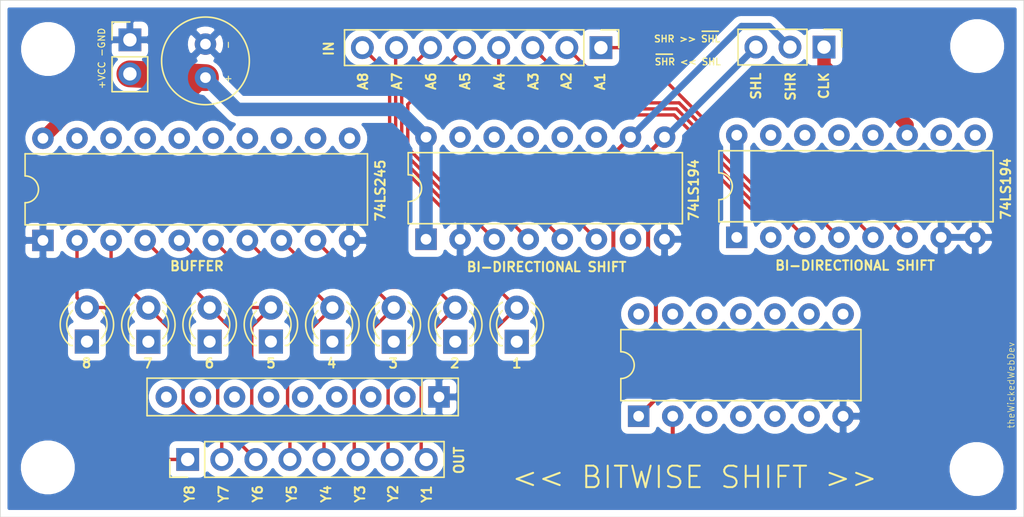
<source format=kicad_pcb>
(kicad_pcb (version 20171130) (host pcbnew "(5.1.9-0-10_14)")

  (general
    (thickness 1.6)
    (drawings 50)
    (tracks 253)
    (zones 0)
    (modules 22)
    (nets 39)
  )

  (page A4)
  (layers
    (0 F.Cu signal)
    (1 In1.Cu signal)
    (2 In2.Cu signal)
    (31 B.Cu signal hide)
    (32 B.Adhes user)
    (33 F.Adhes user)
    (34 B.Paste user)
    (35 F.Paste user)
    (36 B.SilkS user)
    (37 F.SilkS user)
    (38 B.Mask user)
    (39 F.Mask user)
    (40 Dwgs.User user)
    (41 Cmts.User user)
    (42 Eco1.User user)
    (43 Eco2.User user)
    (44 Edge.Cuts user)
    (45 Margin user)
    (46 B.CrtYd user)
    (47 F.CrtYd user)
    (48 B.Fab user)
    (49 F.Fab user)
  )

  (setup
    (last_trace_width 0.25)
    (trace_clearance 0.2)
    (zone_clearance 0.508)
    (zone_45_only no)
    (trace_min 0.2)
    (via_size 0.8)
    (via_drill 0.4)
    (via_min_size 0.4)
    (via_min_drill 0.3)
    (uvia_size 0.3)
    (uvia_drill 0.1)
    (uvias_allowed no)
    (uvia_min_size 0.2)
    (uvia_min_drill 0.1)
    (edge_width 0.05)
    (segment_width 0.2)
    (pcb_text_width 0.3)
    (pcb_text_size 1.5 1.5)
    (mod_edge_width 0.12)
    (mod_text_size 1 1)
    (mod_text_width 0.15)
    (pad_size 1.524 1.524)
    (pad_drill 0.762)
    (pad_to_mask_clearance 0)
    (aux_axis_origin 0 0)
    (visible_elements FFFFFF7F)
    (pcbplotparams
      (layerselection 0x010fc_ffffffff)
      (usegerberextensions false)
      (usegerberattributes true)
      (usegerberadvancedattributes true)
      (creategerberjobfile true)
      (excludeedgelayer true)
      (linewidth 0.100000)
      (plotframeref false)
      (viasonmask false)
      (mode 1)
      (useauxorigin false)
      (hpglpennumber 1)
      (hpglpenspeed 20)
      (hpglpendiameter 15.000000)
      (psnegative false)
      (psa4output false)
      (plotreference true)
      (plotvalue true)
      (plotinvisibletext false)
      (padsonsilk false)
      (subtractmaskfromsilk false)
      (outputformat 1)
      (mirror false)
      (drillshape 0)
      (scaleselection 1)
      (outputdirectory "gerber-logic"))
  )

  (net 0 "")
  (net 1 GND)
  (net 2 VCC)
  (net 3 A8)
  (net 4 A7)
  (net 5 A6)
  (net 6 A5)
  (net 7 A4)
  (net 8 A3)
  (net 9 A2)
  (net 10 A1)
  (net 11 /Y1)
  (net 12 /Y2)
  (net 13 /Y3)
  (net 14 /Y4)
  (net 15 /Y5)
  (net 16 /Y6)
  (net 17 /Y7)
  (net 18 /Y8)
  (net 19 "Net-(D1-Pad1)")
  (net 20 "Net-(D2-Pad1)")
  (net 21 "Net-(D3-Pad1)")
  (net 22 "Net-(D4-Pad1)")
  (net 23 "Net-(D5-Pad1)")
  (net 24 "Net-(D6-Pad1)")
  (net 25 "Net-(D7-Pad1)")
  (net 26 "Net-(D8-Pad1)")
  (net 27 "Net-(U1-Pad15)")
  (net 28 "Net-(U1-Pad7)")
  (net 29 "Net-(U1-Pad14)")
  (net 30 "Net-(U1-Pad13)")
  (net 31 "Net-(U1-Pad12)")
  (net 32 /CLOCK)
  (net 33 /SHL)
  (net 34 /SHR)
  (net 35 "Net-(U2-Pad14)")
  (net 36 "Net-(U2-Pad13)")
  (net 37 "Net-(U2-Pad12)")
  (net 38 /SHIFT_EN)

  (net_class Default "This is the default net class."
    (clearance 0.2)
    (trace_width 0.25)
    (via_dia 0.8)
    (via_drill 0.4)
    (uvia_dia 0.3)
    (uvia_drill 0.1)
    (add_net /CLOCK)
    (add_net /SHIFT_EN)
    (add_net /SHL)
    (add_net /SHR)
    (add_net /Y1)
    (add_net /Y2)
    (add_net /Y3)
    (add_net /Y4)
    (add_net /Y5)
    (add_net /Y6)
    (add_net /Y7)
    (add_net /Y8)
    (add_net A1)
    (add_net A2)
    (add_net A3)
    (add_net A4)
    (add_net A5)
    (add_net A6)
    (add_net A7)
    (add_net A8)
    (add_net GND)
    (add_net "Net-(D1-Pad1)")
    (add_net "Net-(D2-Pad1)")
    (add_net "Net-(D3-Pad1)")
    (add_net "Net-(D4-Pad1)")
    (add_net "Net-(D5-Pad1)")
    (add_net "Net-(D6-Pad1)")
    (add_net "Net-(D7-Pad1)")
    (add_net "Net-(D8-Pad1)")
    (add_net "Net-(U1-Pad12)")
    (add_net "Net-(U1-Pad13)")
    (add_net "Net-(U1-Pad14)")
    (add_net "Net-(U1-Pad15)")
    (add_net "Net-(U1-Pad7)")
    (add_net "Net-(U2-Pad12)")
    (add_net "Net-(U2-Pad13)")
    (add_net "Net-(U2-Pad14)")
    (add_net VCC)
  )

  (module Resistor_THT:R_Array_SIP9 (layer F.Cu) (tedit 5A14249F) (tstamp 608CA399)
    (at 136.35228 87.41664 180)
    (descr "9-pin Resistor SIP pack")
    (tags R)
    (path /62177C64)
    (fp_text reference RN1 (at 11.43 -2.4) (layer F.SilkS) hide
      (effects (font (size 1 1) (thickness 0.15)))
    )
    (fp_text value R_Network08_US (at 11.43 2.4) (layer F.Fab)
      (effects (font (size 1 1) (thickness 0.15)))
    )
    (fp_text user %R (at 10.16 0) (layer F.Fab)
      (effects (font (size 1 1) (thickness 0.15)))
    )
    (fp_line (start -1.29 -1.25) (end -1.29 1.25) (layer F.Fab) (width 0.1))
    (fp_line (start -1.29 1.25) (end 21.61 1.25) (layer F.Fab) (width 0.1))
    (fp_line (start 21.61 1.25) (end 21.61 -1.25) (layer F.Fab) (width 0.1))
    (fp_line (start 21.61 -1.25) (end -1.29 -1.25) (layer F.Fab) (width 0.1))
    (fp_line (start 1.27 -1.25) (end 1.27 1.25) (layer F.Fab) (width 0.1))
    (fp_line (start -1.44 -1.4) (end -1.44 1.4) (layer F.SilkS) (width 0.12))
    (fp_line (start -1.44 1.4) (end 21.76 1.4) (layer F.SilkS) (width 0.12))
    (fp_line (start 21.76 1.4) (end 21.76 -1.4) (layer F.SilkS) (width 0.12))
    (fp_line (start 21.76 -1.4) (end -1.44 -1.4) (layer F.SilkS) (width 0.12))
    (fp_line (start 1.27 -1.4) (end 1.27 1.4) (layer F.SilkS) (width 0.12))
    (fp_line (start -1.7 -1.65) (end -1.7 1.65) (layer F.CrtYd) (width 0.05))
    (fp_line (start -1.7 1.65) (end 22.05 1.65) (layer F.CrtYd) (width 0.05))
    (fp_line (start 22.05 1.65) (end 22.05 -1.65) (layer F.CrtYd) (width 0.05))
    (fp_line (start 22.05 -1.65) (end -1.7 -1.65) (layer F.CrtYd) (width 0.05))
    (pad 9 thru_hole oval (at 20.32 0 180) (size 1.6 1.6) (drill 0.8) (layers *.Cu *.Mask)
      (net 19 "Net-(D1-Pad1)"))
    (pad 8 thru_hole oval (at 17.78 0 180) (size 1.6 1.6) (drill 0.8) (layers *.Cu *.Mask)
      (net 20 "Net-(D2-Pad1)"))
    (pad 7 thru_hole oval (at 15.24 0 180) (size 1.6 1.6) (drill 0.8) (layers *.Cu *.Mask)
      (net 21 "Net-(D3-Pad1)"))
    (pad 6 thru_hole oval (at 12.7 0 180) (size 1.6 1.6) (drill 0.8) (layers *.Cu *.Mask)
      (net 22 "Net-(D4-Pad1)"))
    (pad 5 thru_hole oval (at 10.16 0 180) (size 1.6 1.6) (drill 0.8) (layers *.Cu *.Mask)
      (net 23 "Net-(D5-Pad1)"))
    (pad 4 thru_hole oval (at 7.62 0 180) (size 1.6 1.6) (drill 0.8) (layers *.Cu *.Mask)
      (net 24 "Net-(D6-Pad1)"))
    (pad 3 thru_hole oval (at 5.08 0 180) (size 1.6 1.6) (drill 0.8) (layers *.Cu *.Mask)
      (net 25 "Net-(D7-Pad1)"))
    (pad 2 thru_hole oval (at 2.54 0 180) (size 1.6 1.6) (drill 0.8) (layers *.Cu *.Mask)
      (net 26 "Net-(D8-Pad1)"))
    (pad 1 thru_hole rect (at 0 0 180) (size 1.6 1.6) (drill 0.8) (layers *.Cu *.Mask)
      (net 1 GND))
    (model ${KISYS3DMOD}/Resistor_THT.3dshapes/R_Array_SIP9.wrl
      (at (xyz 0 0 0))
      (scale (xyz 1 1 1))
      (rotate (xyz 0 0 0))
    )
  )

  (module LED_THT:LED_D3.0mm (layer F.Cu) (tedit 587A3A7B) (tstamp 608CA2BB)
    (at 142.14856 83.29676 90)
    (descr "LED, diameter 3.0mm, 2 pins")
    (tags "LED diameter 3.0mm 2 pins")
    (path /62176FFC)
    (fp_text reference D8 (at 1.27 -2.96 90) (layer F.SilkS) hide
      (effects (font (size 1 1) (thickness 0.15)))
    )
    (fp_text value LED (at 1.27 2.96 90) (layer F.Fab)
      (effects (font (size 1 1) (thickness 0.15)))
    )
    (fp_arc (start 1.27 0) (end 0.229039 1.08) (angle -87.9) (layer F.SilkS) (width 0.12))
    (fp_arc (start 1.27 0) (end 0.229039 -1.08) (angle 87.9) (layer F.SilkS) (width 0.12))
    (fp_arc (start 1.27 0) (end -0.29 1.235516) (angle -108.8) (layer F.SilkS) (width 0.12))
    (fp_arc (start 1.27 0) (end -0.29 -1.235516) (angle 108.8) (layer F.SilkS) (width 0.12))
    (fp_arc (start 1.27 0) (end -0.23 -1.16619) (angle 284.3) (layer F.Fab) (width 0.1))
    (fp_circle (center 1.27 0) (end 2.77 0) (layer F.Fab) (width 0.1))
    (fp_line (start -0.23 -1.16619) (end -0.23 1.16619) (layer F.Fab) (width 0.1))
    (fp_line (start -0.29 -1.236) (end -0.29 -1.08) (layer F.SilkS) (width 0.12))
    (fp_line (start -0.29 1.08) (end -0.29 1.236) (layer F.SilkS) (width 0.12))
    (fp_line (start -1.15 -2.25) (end -1.15 2.25) (layer F.CrtYd) (width 0.05))
    (fp_line (start -1.15 2.25) (end 3.7 2.25) (layer F.CrtYd) (width 0.05))
    (fp_line (start 3.7 2.25) (end 3.7 -2.25) (layer F.CrtYd) (width 0.05))
    (fp_line (start 3.7 -2.25) (end -1.15 -2.25) (layer F.CrtYd) (width 0.05))
    (pad 2 thru_hole circle (at 2.54 0 90) (size 1.8 1.8) (drill 0.9) (layers *.Cu *.Mask)
      (net 11 /Y1))
    (pad 1 thru_hole rect (at 0 0 90) (size 1.8 1.8) (drill 0.9) (layers *.Cu *.Mask)
      (net 26 "Net-(D8-Pad1)"))
    (model ${KISYS3DMOD}/LED_THT.3dshapes/LED_D3.0mm.wrl
      (at (xyz 0 0 0))
      (scale (xyz 1 1 1))
      (rotate (xyz 0 0 0))
    )
  )

  (module LED_THT:LED_D3.0mm (layer F.Cu) (tedit 587A3A7B) (tstamp 608CA2A8)
    (at 137.5664 83.29676 90)
    (descr "LED, diameter 3.0mm, 2 pins")
    (tags "LED diameter 3.0mm 2 pins")
    (path /62176E16)
    (fp_text reference D7 (at 1.27 -2.96 90) (layer F.SilkS) hide
      (effects (font (size 1 1) (thickness 0.15)))
    )
    (fp_text value LED (at 1.27 2.96 90) (layer F.Fab)
      (effects (font (size 1 1) (thickness 0.15)))
    )
    (fp_arc (start 1.27 0) (end 0.229039 1.08) (angle -87.9) (layer F.SilkS) (width 0.12))
    (fp_arc (start 1.27 0) (end 0.229039 -1.08) (angle 87.9) (layer F.SilkS) (width 0.12))
    (fp_arc (start 1.27 0) (end -0.29 1.235516) (angle -108.8) (layer F.SilkS) (width 0.12))
    (fp_arc (start 1.27 0) (end -0.29 -1.235516) (angle 108.8) (layer F.SilkS) (width 0.12))
    (fp_arc (start 1.27 0) (end -0.23 -1.16619) (angle 284.3) (layer F.Fab) (width 0.1))
    (fp_circle (center 1.27 0) (end 2.77 0) (layer F.Fab) (width 0.1))
    (fp_line (start -0.23 -1.16619) (end -0.23 1.16619) (layer F.Fab) (width 0.1))
    (fp_line (start -0.29 -1.236) (end -0.29 -1.08) (layer F.SilkS) (width 0.12))
    (fp_line (start -0.29 1.08) (end -0.29 1.236) (layer F.SilkS) (width 0.12))
    (fp_line (start -1.15 -2.25) (end -1.15 2.25) (layer F.CrtYd) (width 0.05))
    (fp_line (start -1.15 2.25) (end 3.7 2.25) (layer F.CrtYd) (width 0.05))
    (fp_line (start 3.7 2.25) (end 3.7 -2.25) (layer F.CrtYd) (width 0.05))
    (fp_line (start 3.7 -2.25) (end -1.15 -2.25) (layer F.CrtYd) (width 0.05))
    (pad 2 thru_hole circle (at 2.54 0 90) (size 1.8 1.8) (drill 0.9) (layers *.Cu *.Mask)
      (net 12 /Y2))
    (pad 1 thru_hole rect (at 0 0 90) (size 1.8 1.8) (drill 0.9) (layers *.Cu *.Mask)
      (net 25 "Net-(D7-Pad1)"))
    (model ${KISYS3DMOD}/LED_THT.3dshapes/LED_D3.0mm.wrl
      (at (xyz 0 0 0))
      (scale (xyz 1 1 1))
      (rotate (xyz 0 0 0))
    )
  )

  (module LED_THT:LED_D3.0mm (layer F.Cu) (tedit 587A3A7B) (tstamp 608CA295)
    (at 132.98424 83.29676 90)
    (descr "LED, diameter 3.0mm, 2 pins")
    (tags "LED diameter 3.0mm 2 pins")
    (path /62176BF1)
    (fp_text reference D6 (at 1.27 -2.96 90) (layer F.SilkS) hide
      (effects (font (size 1 1) (thickness 0.15)))
    )
    (fp_text value LED (at 1.27 2.96 90) (layer F.Fab)
      (effects (font (size 1 1) (thickness 0.15)))
    )
    (fp_arc (start 1.27 0) (end 0.229039 1.08) (angle -87.9) (layer F.SilkS) (width 0.12))
    (fp_arc (start 1.27 0) (end 0.229039 -1.08) (angle 87.9) (layer F.SilkS) (width 0.12))
    (fp_arc (start 1.27 0) (end -0.29 1.235516) (angle -108.8) (layer F.SilkS) (width 0.12))
    (fp_arc (start 1.27 0) (end -0.29 -1.235516) (angle 108.8) (layer F.SilkS) (width 0.12))
    (fp_arc (start 1.27 0) (end -0.23 -1.16619) (angle 284.3) (layer F.Fab) (width 0.1))
    (fp_circle (center 1.27 0) (end 2.77 0) (layer F.Fab) (width 0.1))
    (fp_line (start -0.23 -1.16619) (end -0.23 1.16619) (layer F.Fab) (width 0.1))
    (fp_line (start -0.29 -1.236) (end -0.29 -1.08) (layer F.SilkS) (width 0.12))
    (fp_line (start -0.29 1.08) (end -0.29 1.236) (layer F.SilkS) (width 0.12))
    (fp_line (start -1.15 -2.25) (end -1.15 2.25) (layer F.CrtYd) (width 0.05))
    (fp_line (start -1.15 2.25) (end 3.7 2.25) (layer F.CrtYd) (width 0.05))
    (fp_line (start 3.7 2.25) (end 3.7 -2.25) (layer F.CrtYd) (width 0.05))
    (fp_line (start 3.7 -2.25) (end -1.15 -2.25) (layer F.CrtYd) (width 0.05))
    (pad 2 thru_hole circle (at 2.54 0 90) (size 1.8 1.8) (drill 0.9) (layers *.Cu *.Mask)
      (net 13 /Y3))
    (pad 1 thru_hole rect (at 0 0 90) (size 1.8 1.8) (drill 0.9) (layers *.Cu *.Mask)
      (net 24 "Net-(D6-Pad1)"))
    (model ${KISYS3DMOD}/LED_THT.3dshapes/LED_D3.0mm.wrl
      (at (xyz 0 0 0))
      (scale (xyz 1 1 1))
      (rotate (xyz 0 0 0))
    )
  )

  (module LED_THT:LED_D3.0mm (layer F.Cu) (tedit 587A3A7B) (tstamp 608CA282)
    (at 128.40716 83.29168 90)
    (descr "LED, diameter 3.0mm, 2 pins")
    (tags "LED diameter 3.0mm 2 pins")
    (path /6217682B)
    (fp_text reference D5 (at 1.27 -2.96 90) (layer F.SilkS) hide
      (effects (font (size 1 1) (thickness 0.15)))
    )
    (fp_text value LED (at 1.27 2.96 90) (layer F.Fab)
      (effects (font (size 1 1) (thickness 0.15)))
    )
    (fp_arc (start 1.27 0) (end 0.229039 1.08) (angle -87.9) (layer F.SilkS) (width 0.12))
    (fp_arc (start 1.27 0) (end 0.229039 -1.08) (angle 87.9) (layer F.SilkS) (width 0.12))
    (fp_arc (start 1.27 0) (end -0.29 1.235516) (angle -108.8) (layer F.SilkS) (width 0.12))
    (fp_arc (start 1.27 0) (end -0.29 -1.235516) (angle 108.8) (layer F.SilkS) (width 0.12))
    (fp_arc (start 1.27 0) (end -0.23 -1.16619) (angle 284.3) (layer F.Fab) (width 0.1))
    (fp_circle (center 1.27 0) (end 2.77 0) (layer F.Fab) (width 0.1))
    (fp_line (start -0.23 -1.16619) (end -0.23 1.16619) (layer F.Fab) (width 0.1))
    (fp_line (start -0.29 -1.236) (end -0.29 -1.08) (layer F.SilkS) (width 0.12))
    (fp_line (start -0.29 1.08) (end -0.29 1.236) (layer F.SilkS) (width 0.12))
    (fp_line (start -1.15 -2.25) (end -1.15 2.25) (layer F.CrtYd) (width 0.05))
    (fp_line (start -1.15 2.25) (end 3.7 2.25) (layer F.CrtYd) (width 0.05))
    (fp_line (start 3.7 2.25) (end 3.7 -2.25) (layer F.CrtYd) (width 0.05))
    (fp_line (start 3.7 -2.25) (end -1.15 -2.25) (layer F.CrtYd) (width 0.05))
    (pad 2 thru_hole circle (at 2.54 0 90) (size 1.8 1.8) (drill 0.9) (layers *.Cu *.Mask)
      (net 14 /Y4))
    (pad 1 thru_hole rect (at 0 0 90) (size 1.8 1.8) (drill 0.9) (layers *.Cu *.Mask)
      (net 23 "Net-(D5-Pad1)"))
    (model ${KISYS3DMOD}/LED_THT.3dshapes/LED_D3.0mm.wrl
      (at (xyz 0 0 0))
      (scale (xyz 1 1 1))
      (rotate (xyz 0 0 0))
    )
  )

  (module LED_THT:LED_D3.0mm (layer F.Cu) (tedit 587A3A7B) (tstamp 608CA26F)
    (at 123.825 83.2866 90)
    (descr "LED, diameter 3.0mm, 2 pins")
    (tags "LED diameter 3.0mm 2 pins")
    (path /6217647D)
    (fp_text reference D4 (at 1.27 -2.96 90) (layer F.SilkS) hide
      (effects (font (size 1 1) (thickness 0.15)))
    )
    (fp_text value LED (at 1.27 2.96 90) (layer F.Fab)
      (effects (font (size 1 1) (thickness 0.15)))
    )
    (fp_arc (start 1.27 0) (end 0.229039 1.08) (angle -87.9) (layer F.SilkS) (width 0.12))
    (fp_arc (start 1.27 0) (end 0.229039 -1.08) (angle 87.9) (layer F.SilkS) (width 0.12))
    (fp_arc (start 1.27 0) (end -0.29 1.235516) (angle -108.8) (layer F.SilkS) (width 0.12))
    (fp_arc (start 1.27 0) (end -0.29 -1.235516) (angle 108.8) (layer F.SilkS) (width 0.12))
    (fp_arc (start 1.27 0) (end -0.23 -1.16619) (angle 284.3) (layer F.Fab) (width 0.1))
    (fp_circle (center 1.27 0) (end 2.77 0) (layer F.Fab) (width 0.1))
    (fp_line (start -0.23 -1.16619) (end -0.23 1.16619) (layer F.Fab) (width 0.1))
    (fp_line (start -0.29 -1.236) (end -0.29 -1.08) (layer F.SilkS) (width 0.12))
    (fp_line (start -0.29 1.08) (end -0.29 1.236) (layer F.SilkS) (width 0.12))
    (fp_line (start -1.15 -2.25) (end -1.15 2.25) (layer F.CrtYd) (width 0.05))
    (fp_line (start -1.15 2.25) (end 3.7 2.25) (layer F.CrtYd) (width 0.05))
    (fp_line (start 3.7 2.25) (end 3.7 -2.25) (layer F.CrtYd) (width 0.05))
    (fp_line (start 3.7 -2.25) (end -1.15 -2.25) (layer F.CrtYd) (width 0.05))
    (pad 2 thru_hole circle (at 2.54 0 90) (size 1.8 1.8) (drill 0.9) (layers *.Cu *.Mask)
      (net 15 /Y5))
    (pad 1 thru_hole rect (at 0 0 90) (size 1.8 1.8) (drill 0.9) (layers *.Cu *.Mask)
      (net 22 "Net-(D4-Pad1)"))
    (model ${KISYS3DMOD}/LED_THT.3dshapes/LED_D3.0mm.wrl
      (at (xyz 0 0 0))
      (scale (xyz 1 1 1))
      (rotate (xyz 0 0 0))
    )
  )

  (module LED_THT:LED_D3.0mm (layer F.Cu) (tedit 587A3A7B) (tstamp 608CA25C)
    (at 119.25808 83.29168 90)
    (descr "LED, diameter 3.0mm, 2 pins")
    (tags "LED diameter 3.0mm 2 pins")
    (path /621760B2)
    (fp_text reference D3 (at 1.27 -2.96 90) (layer F.SilkS) hide
      (effects (font (size 1 1) (thickness 0.15)))
    )
    (fp_text value LED (at 1.27 2.96 90) (layer F.Fab)
      (effects (font (size 1 1) (thickness 0.15)))
    )
    (fp_arc (start 1.27 0) (end 0.229039 1.08) (angle -87.9) (layer F.SilkS) (width 0.12))
    (fp_arc (start 1.27 0) (end 0.229039 -1.08) (angle 87.9) (layer F.SilkS) (width 0.12))
    (fp_arc (start 1.27 0) (end -0.29 1.235516) (angle -108.8) (layer F.SilkS) (width 0.12))
    (fp_arc (start 1.27 0) (end -0.29 -1.235516) (angle 108.8) (layer F.SilkS) (width 0.12))
    (fp_arc (start 1.27 0) (end -0.23 -1.16619) (angle 284.3) (layer F.Fab) (width 0.1))
    (fp_circle (center 1.27 0) (end 2.77 0) (layer F.Fab) (width 0.1))
    (fp_line (start -0.23 -1.16619) (end -0.23 1.16619) (layer F.Fab) (width 0.1))
    (fp_line (start -0.29 -1.236) (end -0.29 -1.08) (layer F.SilkS) (width 0.12))
    (fp_line (start -0.29 1.08) (end -0.29 1.236) (layer F.SilkS) (width 0.12))
    (fp_line (start -1.15 -2.25) (end -1.15 2.25) (layer F.CrtYd) (width 0.05))
    (fp_line (start -1.15 2.25) (end 3.7 2.25) (layer F.CrtYd) (width 0.05))
    (fp_line (start 3.7 2.25) (end 3.7 -2.25) (layer F.CrtYd) (width 0.05))
    (fp_line (start 3.7 -2.25) (end -1.15 -2.25) (layer F.CrtYd) (width 0.05))
    (pad 2 thru_hole circle (at 2.54 0 90) (size 1.8 1.8) (drill 0.9) (layers *.Cu *.Mask)
      (net 16 /Y6))
    (pad 1 thru_hole rect (at 0 0 90) (size 1.8 1.8) (drill 0.9) (layers *.Cu *.Mask)
      (net 21 "Net-(D3-Pad1)"))
    (model ${KISYS3DMOD}/LED_THT.3dshapes/LED_D3.0mm.wrl
      (at (xyz 0 0 0))
      (scale (xyz 1 1 1))
      (rotate (xyz 0 0 0))
    )
  )

  (module LED_THT:LED_D3.0mm (layer F.Cu) (tedit 587A3A7B) (tstamp 608CA249)
    (at 114.69116 83.29676 90)
    (descr "LED, diameter 3.0mm, 2 pins")
    (tags "LED diameter 3.0mm 2 pins")
    (path /62175E14)
    (fp_text reference D2 (at 1.27 -2.96 90) (layer F.SilkS) hide
      (effects (font (size 1 1) (thickness 0.15)))
    )
    (fp_text value LED (at 1.27 2.96 90) (layer F.Fab)
      (effects (font (size 1 1) (thickness 0.15)))
    )
    (fp_arc (start 1.27 0) (end 0.229039 1.08) (angle -87.9) (layer F.SilkS) (width 0.12))
    (fp_arc (start 1.27 0) (end 0.229039 -1.08) (angle 87.9) (layer F.SilkS) (width 0.12))
    (fp_arc (start 1.27 0) (end -0.29 1.235516) (angle -108.8) (layer F.SilkS) (width 0.12))
    (fp_arc (start 1.27 0) (end -0.29 -1.235516) (angle 108.8) (layer F.SilkS) (width 0.12))
    (fp_arc (start 1.27 0) (end -0.23 -1.16619) (angle 284.3) (layer F.Fab) (width 0.1))
    (fp_circle (center 1.27 0) (end 2.77 0) (layer F.Fab) (width 0.1))
    (fp_line (start -0.23 -1.16619) (end -0.23 1.16619) (layer F.Fab) (width 0.1))
    (fp_line (start -0.29 -1.236) (end -0.29 -1.08) (layer F.SilkS) (width 0.12))
    (fp_line (start -0.29 1.08) (end -0.29 1.236) (layer F.SilkS) (width 0.12))
    (fp_line (start -1.15 -2.25) (end -1.15 2.25) (layer F.CrtYd) (width 0.05))
    (fp_line (start -1.15 2.25) (end 3.7 2.25) (layer F.CrtYd) (width 0.05))
    (fp_line (start 3.7 2.25) (end 3.7 -2.25) (layer F.CrtYd) (width 0.05))
    (fp_line (start 3.7 -2.25) (end -1.15 -2.25) (layer F.CrtYd) (width 0.05))
    (pad 2 thru_hole circle (at 2.54 0 90) (size 1.8 1.8) (drill 0.9) (layers *.Cu *.Mask)
      (net 17 /Y7))
    (pad 1 thru_hole rect (at 0 0 90) (size 1.8 1.8) (drill 0.9) (layers *.Cu *.Mask)
      (net 20 "Net-(D2-Pad1)"))
    (model ${KISYS3DMOD}/LED_THT.3dshapes/LED_D3.0mm.wrl
      (at (xyz 0 0 0))
      (scale (xyz 1 1 1))
      (rotate (xyz 0 0 0))
    )
  )

  (module LED_THT:LED_D3.0mm (layer F.Cu) (tedit 587A3A7B) (tstamp 608CA236)
    (at 110.109 83.2866 90)
    (descr "LED, diameter 3.0mm, 2 pins")
    (tags "LED diameter 3.0mm 2 pins")
    (path /62174AA2)
    (fp_text reference D1 (at 1.27 -2.96 90) (layer F.SilkS) hide
      (effects (font (size 1 1) (thickness 0.15)))
    )
    (fp_text value LED (at 1.27 2.96 90) (layer F.Fab)
      (effects (font (size 1 1) (thickness 0.15)))
    )
    (fp_arc (start 1.27 0) (end 0.229039 1.08) (angle -87.9) (layer F.SilkS) (width 0.12))
    (fp_arc (start 1.27 0) (end 0.229039 -1.08) (angle 87.9) (layer F.SilkS) (width 0.12))
    (fp_arc (start 1.27 0) (end -0.29 1.235516) (angle -108.8) (layer F.SilkS) (width 0.12))
    (fp_arc (start 1.27 0) (end -0.29 -1.235516) (angle 108.8) (layer F.SilkS) (width 0.12))
    (fp_arc (start 1.27 0) (end -0.23 -1.16619) (angle 284.3) (layer F.Fab) (width 0.1))
    (fp_circle (center 1.27 0) (end 2.77 0) (layer F.Fab) (width 0.1))
    (fp_line (start -0.23 -1.16619) (end -0.23 1.16619) (layer F.Fab) (width 0.1))
    (fp_line (start -0.29 -1.236) (end -0.29 -1.08) (layer F.SilkS) (width 0.12))
    (fp_line (start -0.29 1.08) (end -0.29 1.236) (layer F.SilkS) (width 0.12))
    (fp_line (start -1.15 -2.25) (end -1.15 2.25) (layer F.CrtYd) (width 0.05))
    (fp_line (start -1.15 2.25) (end 3.7 2.25) (layer F.CrtYd) (width 0.05))
    (fp_line (start 3.7 2.25) (end 3.7 -2.25) (layer F.CrtYd) (width 0.05))
    (fp_line (start 3.7 -2.25) (end -1.15 -2.25) (layer F.CrtYd) (width 0.05))
    (pad 2 thru_hole circle (at 2.54 0 90) (size 1.8 1.8) (drill 0.9) (layers *.Cu *.Mask)
      (net 18 /Y8))
    (pad 1 thru_hole rect (at 0 0 90) (size 1.8 1.8) (drill 0.9) (layers *.Cu *.Mask)
      (net 19 "Net-(D1-Pad1)"))
    (model ${KISYS3DMOD}/LED_THT.3dshapes/LED_D3.0mm.wrl
      (at (xyz 0 0 0))
      (scale (xyz 1 1 1))
      (rotate (xyz 0 0 0))
    )
  )

  (module Package_DIP:DIP-14_W7.62mm (layer F.Cu) (tedit 5A02E8C5) (tstamp 608C939B)
    (at 151.23668 88.85428 90)
    (descr "14-lead though-hole mounted DIP package, row spacing 7.62 mm (300 mils)")
    (tags "THT DIP DIL PDIP 2.54mm 7.62mm 300mil")
    (path /6214C73E)
    (fp_text reference U4 (at 3.81 -2.33 90) (layer F.SilkS) hide
      (effects (font (size 1 1) (thickness 0.15)))
    )
    (fp_text value 74LS08 (at 3.81 17.57 90) (layer F.Fab)
      (effects (font (size 1 1) (thickness 0.15)))
    )
    (fp_text user %R (at 3.81 7.62 90) (layer F.Fab)
      (effects (font (size 1 1) (thickness 0.15)))
    )
    (fp_arc (start 3.81 -1.33) (end 2.81 -1.33) (angle -180) (layer F.SilkS) (width 0.12))
    (fp_line (start 1.635 -1.27) (end 6.985 -1.27) (layer F.Fab) (width 0.1))
    (fp_line (start 6.985 -1.27) (end 6.985 16.51) (layer F.Fab) (width 0.1))
    (fp_line (start 6.985 16.51) (end 0.635 16.51) (layer F.Fab) (width 0.1))
    (fp_line (start 0.635 16.51) (end 0.635 -0.27) (layer F.Fab) (width 0.1))
    (fp_line (start 0.635 -0.27) (end 1.635 -1.27) (layer F.Fab) (width 0.1))
    (fp_line (start 2.81 -1.33) (end 1.16 -1.33) (layer F.SilkS) (width 0.12))
    (fp_line (start 1.16 -1.33) (end 1.16 16.57) (layer F.SilkS) (width 0.12))
    (fp_line (start 1.16 16.57) (end 6.46 16.57) (layer F.SilkS) (width 0.12))
    (fp_line (start 6.46 16.57) (end 6.46 -1.33) (layer F.SilkS) (width 0.12))
    (fp_line (start 6.46 -1.33) (end 4.81 -1.33) (layer F.SilkS) (width 0.12))
    (fp_line (start -1.1 -1.55) (end -1.1 16.8) (layer F.CrtYd) (width 0.05))
    (fp_line (start -1.1 16.8) (end 8.7 16.8) (layer F.CrtYd) (width 0.05))
    (fp_line (start 8.7 16.8) (end 8.7 -1.55) (layer F.CrtYd) (width 0.05))
    (fp_line (start 8.7 -1.55) (end -1.1 -1.55) (layer F.CrtYd) (width 0.05))
    (pad 14 thru_hole oval (at 7.62 0 90) (size 1.6 1.6) (drill 0.8) (layers *.Cu *.Mask)
      (net 2 VCC))
    (pad 7 thru_hole oval (at 0 15.24 90) (size 1.6 1.6) (drill 0.8) (layers *.Cu *.Mask)
      (net 1 GND))
    (pad 13 thru_hole oval (at 7.62 2.54 90) (size 1.6 1.6) (drill 0.8) (layers *.Cu *.Mask))
    (pad 6 thru_hole oval (at 0 12.7 90) (size 1.6 1.6) (drill 0.8) (layers *.Cu *.Mask))
    (pad 12 thru_hole oval (at 7.62 5.08 90) (size 1.6 1.6) (drill 0.8) (layers *.Cu *.Mask))
    (pad 5 thru_hole oval (at 0 10.16 90) (size 1.6 1.6) (drill 0.8) (layers *.Cu *.Mask))
    (pad 11 thru_hole oval (at 7.62 7.62 90) (size 1.6 1.6) (drill 0.8) (layers *.Cu *.Mask))
    (pad 4 thru_hole oval (at 0 7.62 90) (size 1.6 1.6) (drill 0.8) (layers *.Cu *.Mask))
    (pad 10 thru_hole oval (at 7.62 10.16 90) (size 1.6 1.6) (drill 0.8) (layers *.Cu *.Mask))
    (pad 3 thru_hole oval (at 0 5.08 90) (size 1.6 1.6) (drill 0.8) (layers *.Cu *.Mask)
      (net 38 /SHIFT_EN))
    (pad 9 thru_hole oval (at 7.62 12.7 90) (size 1.6 1.6) (drill 0.8) (layers *.Cu *.Mask))
    (pad 2 thru_hole oval (at 0 2.54 90) (size 1.6 1.6) (drill 0.8) (layers *.Cu *.Mask)
      (net 33 /SHL))
    (pad 8 thru_hole oval (at 7.62 15.24 90) (size 1.6 1.6) (drill 0.8) (layers *.Cu *.Mask))
    (pad 1 thru_hole rect (at 0 0 90) (size 1.6 1.6) (drill 0.8) (layers *.Cu *.Mask)
      (net 34 /SHR))
    (model ${KISYS3DMOD}/Package_DIP.3dshapes/DIP-14_W7.62mm.wrl
      (at (xyz 0 0 0))
      (scale (xyz 1 1 1))
      (rotate (xyz 0 0 0))
    )
  )

  (module Connector_PinHeader_2.54mm:PinHeader_1x03_P2.54mm_Vertical (layer F.Cu) (tedit 59FED5CC) (tstamp 608C4417)
    (at 165.05428 61.3156 270)
    (descr "Through hole straight pin header, 1x03, 2.54mm pitch, single row")
    (tags "Through hole pin header THT 1x03 2.54mm single row")
    (path /62085EFC)
    (fp_text reference J4 (at 0 -2.33 90) (layer F.SilkS) hide
      (effects (font (size 1 1) (thickness 0.15)))
    )
    (fp_text value Conn_01x03 (at 0 7.41 90) (layer F.Fab) hide
      (effects (font (size 1 1) (thickness 0.15)))
    )
    (fp_text user %R (at 0 2.54) (layer F.Fab)
      (effects (font (size 1 1) (thickness 0.15)))
    )
    (fp_line (start -0.635 -1.27) (end 1.27 -1.27) (layer F.Fab) (width 0.1))
    (fp_line (start 1.27 -1.27) (end 1.27 6.35) (layer F.Fab) (width 0.1))
    (fp_line (start 1.27 6.35) (end -1.27 6.35) (layer F.Fab) (width 0.1))
    (fp_line (start -1.27 6.35) (end -1.27 -0.635) (layer F.Fab) (width 0.1))
    (fp_line (start -1.27 -0.635) (end -0.635 -1.27) (layer F.Fab) (width 0.1))
    (fp_line (start -1.33 6.41) (end 1.33 6.41) (layer F.SilkS) (width 0.12))
    (fp_line (start -1.33 1.27) (end -1.33 6.41) (layer F.SilkS) (width 0.12))
    (fp_line (start 1.33 1.27) (end 1.33 6.41) (layer F.SilkS) (width 0.12))
    (fp_line (start -1.33 1.27) (end 1.33 1.27) (layer F.SilkS) (width 0.12))
    (fp_line (start -1.33 0) (end -1.33 -1.33) (layer F.SilkS) (width 0.12))
    (fp_line (start -1.33 -1.33) (end 0 -1.33) (layer F.SilkS) (width 0.12))
    (fp_line (start -1.8 -1.8) (end -1.8 6.85) (layer F.CrtYd) (width 0.05))
    (fp_line (start -1.8 6.85) (end 1.8 6.85) (layer F.CrtYd) (width 0.05))
    (fp_line (start 1.8 6.85) (end 1.8 -1.8) (layer F.CrtYd) (width 0.05))
    (fp_line (start 1.8 -1.8) (end -1.8 -1.8) (layer F.CrtYd) (width 0.05))
    (pad 3 thru_hole oval (at 0 5.08 270) (size 1.7 1.7) (drill 1) (layers *.Cu *.Mask)
      (net 34 /SHR))
    (pad 2 thru_hole oval (at 0 2.54 270) (size 1.7 1.7) (drill 1) (layers *.Cu *.Mask)
      (net 33 /SHL))
    (pad 1 thru_hole rect (at 0 0 270) (size 1.7 1.7) (drill 1) (layers *.Cu *.Mask)
      (net 32 /CLOCK))
    (model ${KISYS3DMOD}/Connector_PinHeader_2.54mm.3dshapes/PinHeader_1x03_P2.54mm_Vertical.wrl
      (at (xyz 0 0 0))
      (scale (xyz 1 1 1))
      (rotate (xyz 0 0 0))
    )
  )

  (module MountingHole:MountingHole_3mm (layer F.Cu) (tedit 56D1B4CB) (tstamp 608C51CC)
    (at 176.42332 92.79636)
    (descr "Mounting Hole 3mm, no annular")
    (tags "mounting hole 3mm no annular")
    (attr virtual)
    (fp_text reference REF** (at 0 -4) (layer F.SilkS) hide
      (effects (font (size 1 1) (thickness 0.15)))
    )
    (fp_text value MountingHole_3mm (at 0 4) (layer F.Fab) hide
      (effects (font (size 1 1) (thickness 0.15)))
    )
    (fp_text user %R (at 0.3 0) (layer F.Fab)
      (effects (font (size 1 1) (thickness 0.15)))
    )
    (fp_circle (center 0 0) (end 3 0) (layer Cmts.User) (width 0.15))
    (fp_circle (center 0 0) (end 3.25 0) (layer F.CrtYd) (width 0.05))
    (pad 1 np_thru_hole circle (at 0 0) (size 3 3) (drill 3) (layers *.Cu *.Mask))
  )

  (module MountingHole:MountingHole_3mm (layer F.Cu) (tedit 56D1B4CB) (tstamp 608C51C5)
    (at 176.46904 61.2394)
    (descr "Mounting Hole 3mm, no annular")
    (tags "mounting hole 3mm no annular")
    (attr virtual)
    (fp_text reference REF** (at 0 -4) (layer F.SilkS) hide
      (effects (font (size 1 1) (thickness 0.15)))
    )
    (fp_text value MountingHole_3mm (at 0 4) (layer F.Fab) hide
      (effects (font (size 1 1) (thickness 0.15)))
    )
    (fp_circle (center 0 0) (end 3.25 0) (layer F.CrtYd) (width 0.05))
    (fp_circle (center 0 0) (end 3 0) (layer Cmts.User) (width 0.15))
    (fp_text user %R (at 0.3 0) (layer F.Fab)
      (effects (font (size 1 1) (thickness 0.15)))
    )
    (pad 1 np_thru_hole circle (at 0 0) (size 3 3) (drill 3) (layers *.Cu *.Mask))
  )

  (module MountingHole:MountingHole_3mm (layer F.Cu) (tedit 56D1B4CB) (tstamp 608C5170)
    (at 107.19816 92.67444)
    (descr "Mounting Hole 3mm, no annular")
    (tags "mounting hole 3mm no annular")
    (attr virtual)
    (fp_text reference REF** (at 0 -4) (layer F.SilkS) hide
      (effects (font (size 1 1) (thickness 0.15)))
    )
    (fp_text value MountingHole_3mm (at 0 4) (layer F.Fab) hide
      (effects (font (size 1 1) (thickness 0.15)))
    )
    (fp_circle (center 0 0) (end 3.25 0) (layer F.CrtYd) (width 0.05))
    (fp_circle (center 0 0) (end 3 0) (layer Cmts.User) (width 0.15))
    (fp_text user %R (at 0.3 0) (layer F.Fab)
      (effects (font (size 1 1) (thickness 0.15)))
    )
    (pad 1 np_thru_hole circle (at 0 0) (size 3 3) (drill 3) (layers *.Cu *.Mask))
  )

  (module MountingHole:MountingHole_3mm (layer F.Cu) (tedit 56D1B4CB) (tstamp 608C515F)
    (at 107.2134 61.45784)
    (descr "Mounting Hole 3mm, no annular")
    (tags "mounting hole 3mm no annular")
    (attr virtual)
    (fp_text reference REF** (at 0 -4) (layer F.SilkS) hide
      (effects (font (size 1 1) (thickness 0.15)))
    )
    (fp_text value MountingHole_3mm (at 0 4) (layer F.Fab) hide
      (effects (font (size 1 1) (thickness 0.15)))
    )
    (fp_text user %R (at 0.3 0) (layer F.Fab)
      (effects (font (size 1 1) (thickness 0.15)))
    )
    (fp_circle (center 0 0) (end 3 0) (layer Cmts.User) (width 0.15))
    (fp_circle (center 0 0) (end 3.25 0) (layer F.CrtYd) (width 0.05))
    (pad 1 np_thru_hole circle (at 0 0) (size 3 3) (drill 3) (layers *.Cu *.Mask))
  )

  (module Package_DIP:DIP-20_W7.62mm (layer F.Cu) (tedit 5A02E8C5) (tstamp 608C44A0)
    (at 106.8324 75.73772 90)
    (descr "20-lead though-hole mounted DIP package, row spacing 7.62 mm (300 mils)")
    (tags "THT DIP DIL PDIP 2.54mm 7.62mm 300mil")
    (path /620794A6)
    (fp_text reference U3 (at 3.81 -2.33 90) (layer F.SilkS) hide
      (effects (font (size 1 1) (thickness 0.15)))
    )
    (fp_text value 74LS245 (at 3.81 25.19 90) (layer F.Fab) hide
      (effects (font (size 1 1) (thickness 0.15)))
    )
    (fp_text user %R (at 3.81 11.43 90) (layer F.Fab)
      (effects (font (size 1 1) (thickness 0.15)))
    )
    (fp_arc (start 3.81 -1.33) (end 2.81 -1.33) (angle -180) (layer F.SilkS) (width 0.12))
    (fp_line (start 1.635 -1.27) (end 6.985 -1.27) (layer F.Fab) (width 0.1))
    (fp_line (start 6.985 -1.27) (end 6.985 24.13) (layer F.Fab) (width 0.1))
    (fp_line (start 6.985 24.13) (end 0.635 24.13) (layer F.Fab) (width 0.1))
    (fp_line (start 0.635 24.13) (end 0.635 -0.27) (layer F.Fab) (width 0.1))
    (fp_line (start 0.635 -0.27) (end 1.635 -1.27) (layer F.Fab) (width 0.1))
    (fp_line (start 2.81 -1.33) (end 1.16 -1.33) (layer F.SilkS) (width 0.12))
    (fp_line (start 1.16 -1.33) (end 1.16 24.19) (layer F.SilkS) (width 0.12))
    (fp_line (start 1.16 24.19) (end 6.46 24.19) (layer F.SilkS) (width 0.12))
    (fp_line (start 6.46 24.19) (end 6.46 -1.33) (layer F.SilkS) (width 0.12))
    (fp_line (start 6.46 -1.33) (end 4.81 -1.33) (layer F.SilkS) (width 0.12))
    (fp_line (start -1.1 -1.55) (end -1.1 24.4) (layer F.CrtYd) (width 0.05))
    (fp_line (start -1.1 24.4) (end 8.7 24.4) (layer F.CrtYd) (width 0.05))
    (fp_line (start 8.7 24.4) (end 8.7 -1.55) (layer F.CrtYd) (width 0.05))
    (fp_line (start 8.7 -1.55) (end -1.1 -1.55) (layer F.CrtYd) (width 0.05))
    (pad 20 thru_hole oval (at 7.62 0 90) (size 1.6 1.6) (drill 0.8) (layers *.Cu *.Mask)
      (net 2 VCC))
    (pad 10 thru_hole oval (at 0 22.86 90) (size 1.6 1.6) (drill 0.8) (layers *.Cu *.Mask)
      (net 1 GND))
    (pad 19 thru_hole oval (at 7.62 2.54 90) (size 1.6 1.6) (drill 0.8) (layers *.Cu *.Mask)
      (net 38 /SHIFT_EN))
    (pad 9 thru_hole oval (at 0 20.32 90) (size 1.6 1.6) (drill 0.8) (layers *.Cu *.Mask)
      (net 11 /Y1))
    (pad 18 thru_hole oval (at 7.62 5.08 90) (size 1.6 1.6) (drill 0.8) (layers *.Cu *.Mask)
      (net 27 "Net-(U1-Pad15)"))
    (pad 8 thru_hole oval (at 0 17.78 90) (size 1.6 1.6) (drill 0.8) (layers *.Cu *.Mask)
      (net 12 /Y2))
    (pad 17 thru_hole oval (at 7.62 7.62 90) (size 1.6 1.6) (drill 0.8) (layers *.Cu *.Mask)
      (net 29 "Net-(U1-Pad14)"))
    (pad 7 thru_hole oval (at 0 15.24 90) (size 1.6 1.6) (drill 0.8) (layers *.Cu *.Mask)
      (net 13 /Y3))
    (pad 16 thru_hole oval (at 7.62 10.16 90) (size 1.6 1.6) (drill 0.8) (layers *.Cu *.Mask)
      (net 30 "Net-(U1-Pad13)"))
    (pad 6 thru_hole oval (at 0 12.7 90) (size 1.6 1.6) (drill 0.8) (layers *.Cu *.Mask)
      (net 14 /Y4))
    (pad 15 thru_hole oval (at 7.62 12.7 90) (size 1.6 1.6) (drill 0.8) (layers *.Cu *.Mask)
      (net 31 "Net-(U1-Pad12)"))
    (pad 5 thru_hole oval (at 0 10.16 90) (size 1.6 1.6) (drill 0.8) (layers *.Cu *.Mask)
      (net 15 /Y5))
    (pad 14 thru_hole oval (at 7.62 15.24 90) (size 1.6 1.6) (drill 0.8) (layers *.Cu *.Mask)
      (net 28 "Net-(U1-Pad7)"))
    (pad 4 thru_hole oval (at 0 7.62 90) (size 1.6 1.6) (drill 0.8) (layers *.Cu *.Mask)
      (net 16 /Y6))
    (pad 13 thru_hole oval (at 7.62 17.78 90) (size 1.6 1.6) (drill 0.8) (layers *.Cu *.Mask)
      (net 35 "Net-(U2-Pad14)"))
    (pad 3 thru_hole oval (at 0 5.08 90) (size 1.6 1.6) (drill 0.8) (layers *.Cu *.Mask)
      (net 17 /Y7))
    (pad 12 thru_hole oval (at 7.62 20.32 90) (size 1.6 1.6) (drill 0.8) (layers *.Cu *.Mask)
      (net 36 "Net-(U2-Pad13)"))
    (pad 2 thru_hole oval (at 0 2.54 90) (size 1.6 1.6) (drill 0.8) (layers *.Cu *.Mask)
      (net 18 /Y8))
    (pad 11 thru_hole oval (at 7.62 22.86 90) (size 1.6 1.6) (drill 0.8) (layers *.Cu *.Mask)
      (net 37 "Net-(U2-Pad12)"))
    (pad 1 thru_hole rect (at 0 0 90) (size 1.6 1.6) (drill 0.8) (layers *.Cu *.Mask)
      (net 1 GND))
    (model ${KISYS3DMOD}/Package_DIP.3dshapes/DIP-20_W7.62mm.wrl
      (at (xyz 0 0 0))
      (scale (xyz 1 1 1))
      (rotate (xyz 0 0 0))
    )
  )

  (module Package_DIP:DIP-16_W7.62mm (layer F.Cu) (tedit 5A02E8C5) (tstamp 608C4478)
    (at 158.5468 75.50912 90)
    (descr "16-lead though-hole mounted DIP package, row spacing 7.62 mm (300 mils)")
    (tags "THT DIP DIL PDIP 2.54mm 7.62mm 300mil")
    (path /6207944D)
    (fp_text reference U2 (at 3.81 -2.33 90) (layer F.SilkS) hide
      (effects (font (size 1 1) (thickness 0.15)))
    )
    (fp_text value 74LS194 (at 3.81 20.11 90) (layer F.Fab) hide
      (effects (font (size 1 1) (thickness 0.15)))
    )
    (fp_text user %R (at 3.81 8.89 90) (layer F.Fab)
      (effects (font (size 1 1) (thickness 0.15)))
    )
    (fp_arc (start 3.81 -1.33) (end 2.81 -1.33) (angle -180) (layer F.SilkS) (width 0.12))
    (fp_line (start 1.635 -1.27) (end 6.985 -1.27) (layer F.Fab) (width 0.1))
    (fp_line (start 6.985 -1.27) (end 6.985 19.05) (layer F.Fab) (width 0.1))
    (fp_line (start 6.985 19.05) (end 0.635 19.05) (layer F.Fab) (width 0.1))
    (fp_line (start 0.635 19.05) (end 0.635 -0.27) (layer F.Fab) (width 0.1))
    (fp_line (start 0.635 -0.27) (end 1.635 -1.27) (layer F.Fab) (width 0.1))
    (fp_line (start 2.81 -1.33) (end 1.16 -1.33) (layer F.SilkS) (width 0.12))
    (fp_line (start 1.16 -1.33) (end 1.16 19.11) (layer F.SilkS) (width 0.12))
    (fp_line (start 1.16 19.11) (end 6.46 19.11) (layer F.SilkS) (width 0.12))
    (fp_line (start 6.46 19.11) (end 6.46 -1.33) (layer F.SilkS) (width 0.12))
    (fp_line (start 6.46 -1.33) (end 4.81 -1.33) (layer F.SilkS) (width 0.12))
    (fp_line (start -1.1 -1.55) (end -1.1 19.3) (layer F.CrtYd) (width 0.05))
    (fp_line (start -1.1 19.3) (end 8.7 19.3) (layer F.CrtYd) (width 0.05))
    (fp_line (start 8.7 19.3) (end 8.7 -1.55) (layer F.CrtYd) (width 0.05))
    (fp_line (start 8.7 -1.55) (end -1.1 -1.55) (layer F.CrtYd) (width 0.05))
    (pad 16 thru_hole oval (at 7.62 0 90) (size 1.6 1.6) (drill 0.8) (layers *.Cu *.Mask)
      (net 2 VCC))
    (pad 8 thru_hole oval (at 0 17.78 90) (size 1.6 1.6) (drill 0.8) (layers *.Cu *.Mask)
      (net 1 GND))
    (pad 15 thru_hole oval (at 7.62 2.54 90) (size 1.6 1.6) (drill 0.8) (layers *.Cu *.Mask)
      (net 28 "Net-(U1-Pad7)"))
    (pad 7 thru_hole oval (at 0 15.24 90) (size 1.6 1.6) (drill 0.8) (layers *.Cu *.Mask)
      (net 1 GND))
    (pad 14 thru_hole oval (at 7.62 5.08 90) (size 1.6 1.6) (drill 0.8) (layers *.Cu *.Mask)
      (net 35 "Net-(U2-Pad14)"))
    (pad 6 thru_hole oval (at 0 12.7 90) (size 1.6 1.6) (drill 0.8) (layers *.Cu *.Mask)
      (net 10 A1))
    (pad 13 thru_hole oval (at 7.62 7.62 90) (size 1.6 1.6) (drill 0.8) (layers *.Cu *.Mask)
      (net 36 "Net-(U2-Pad13)"))
    (pad 5 thru_hole oval (at 0 10.16 90) (size 1.6 1.6) (drill 0.8) (layers *.Cu *.Mask)
      (net 9 A2))
    (pad 12 thru_hole oval (at 7.62 10.16 90) (size 1.6 1.6) (drill 0.8) (layers *.Cu *.Mask)
      (net 37 "Net-(U2-Pad12)"))
    (pad 4 thru_hole oval (at 0 7.62 90) (size 1.6 1.6) (drill 0.8) (layers *.Cu *.Mask)
      (net 8 A3))
    (pad 11 thru_hole oval (at 7.62 12.7 90) (size 1.6 1.6) (drill 0.8) (layers *.Cu *.Mask)
      (net 32 /CLOCK))
    (pad 3 thru_hole oval (at 0 5.08 90) (size 1.6 1.6) (drill 0.8) (layers *.Cu *.Mask)
      (net 7 A4))
    (pad 10 thru_hole oval (at 7.62 15.24 90) (size 1.6 1.6) (drill 0.8) (layers *.Cu *.Mask)
      (net 33 /SHL))
    (pad 2 thru_hole oval (at 0 2.54 90) (size 1.6 1.6) (drill 0.8) (layers *.Cu *.Mask)
      (net 31 "Net-(U1-Pad12)"))
    (pad 9 thru_hole oval (at 7.62 17.78 90) (size 1.6 1.6) (drill 0.8) (layers *.Cu *.Mask)
      (net 34 /SHR))
    (pad 1 thru_hole rect (at 0 0 90) (size 1.6 1.6) (drill 0.8) (layers *.Cu *.Mask)
      (net 2 VCC))
    (model ${KISYS3DMOD}/Package_DIP.3dshapes/DIP-16_W7.62mm.wrl
      (at (xyz 0 0 0))
      (scale (xyz 1 1 1))
      (rotate (xyz 0 0 0))
    )
  )

  (module Package_DIP:DIP-16_W7.62mm (layer F.Cu) (tedit 5A02E8C5) (tstamp 608C4454)
    (at 135.38708 75.65136 90)
    (descr "16-lead though-hole mounted DIP package, row spacing 7.62 mm (300 mils)")
    (tags "THT DIP DIL PDIP 2.54mm 7.62mm 300mil")
    (path /6207943B)
    (fp_text reference U1 (at 3.81 -2.33 90) (layer F.SilkS) hide
      (effects (font (size 1 1) (thickness 0.15)))
    )
    (fp_text value 74LS194 (at 3.81 20.11 90) (layer F.Fab) hide
      (effects (font (size 1 1) (thickness 0.15)))
    )
    (fp_text user %R (at 3.81 8.89 90) (layer F.Fab)
      (effects (font (size 1 1) (thickness 0.15)))
    )
    (fp_arc (start 3.81 -1.33) (end 2.81 -1.33) (angle -180) (layer F.SilkS) (width 0.12))
    (fp_line (start 1.635 -1.27) (end 6.985 -1.27) (layer F.Fab) (width 0.1))
    (fp_line (start 6.985 -1.27) (end 6.985 19.05) (layer F.Fab) (width 0.1))
    (fp_line (start 6.985 19.05) (end 0.635 19.05) (layer F.Fab) (width 0.1))
    (fp_line (start 0.635 19.05) (end 0.635 -0.27) (layer F.Fab) (width 0.1))
    (fp_line (start 0.635 -0.27) (end 1.635 -1.27) (layer F.Fab) (width 0.1))
    (fp_line (start 2.81 -1.33) (end 1.16 -1.33) (layer F.SilkS) (width 0.12))
    (fp_line (start 1.16 -1.33) (end 1.16 19.11) (layer F.SilkS) (width 0.12))
    (fp_line (start 1.16 19.11) (end 6.46 19.11) (layer F.SilkS) (width 0.12))
    (fp_line (start 6.46 19.11) (end 6.46 -1.33) (layer F.SilkS) (width 0.12))
    (fp_line (start 6.46 -1.33) (end 4.81 -1.33) (layer F.SilkS) (width 0.12))
    (fp_line (start -1.1 -1.55) (end -1.1 19.3) (layer F.CrtYd) (width 0.05))
    (fp_line (start -1.1 19.3) (end 8.7 19.3) (layer F.CrtYd) (width 0.05))
    (fp_line (start 8.7 19.3) (end 8.7 -1.55) (layer F.CrtYd) (width 0.05))
    (fp_line (start 8.7 -1.55) (end -1.1 -1.55) (layer F.CrtYd) (width 0.05))
    (pad 16 thru_hole oval (at 7.62 0 90) (size 1.6 1.6) (drill 0.8) (layers *.Cu *.Mask)
      (net 2 VCC))
    (pad 8 thru_hole oval (at 0 17.78 90) (size 1.6 1.6) (drill 0.8) (layers *.Cu *.Mask)
      (net 1 GND))
    (pad 15 thru_hole oval (at 7.62 2.54 90) (size 1.6 1.6) (drill 0.8) (layers *.Cu *.Mask)
      (net 27 "Net-(U1-Pad15)"))
    (pad 7 thru_hole oval (at 0 15.24 90) (size 1.6 1.6) (drill 0.8) (layers *.Cu *.Mask)
      (net 28 "Net-(U1-Pad7)"))
    (pad 14 thru_hole oval (at 7.62 5.08 90) (size 1.6 1.6) (drill 0.8) (layers *.Cu *.Mask)
      (net 29 "Net-(U1-Pad14)"))
    (pad 6 thru_hole oval (at 0 12.7 90) (size 1.6 1.6) (drill 0.8) (layers *.Cu *.Mask)
      (net 6 A5))
    (pad 13 thru_hole oval (at 7.62 7.62 90) (size 1.6 1.6) (drill 0.8) (layers *.Cu *.Mask)
      (net 30 "Net-(U1-Pad13)"))
    (pad 5 thru_hole oval (at 0 10.16 90) (size 1.6 1.6) (drill 0.8) (layers *.Cu *.Mask)
      (net 5 A6))
    (pad 12 thru_hole oval (at 7.62 10.16 90) (size 1.6 1.6) (drill 0.8) (layers *.Cu *.Mask)
      (net 31 "Net-(U1-Pad12)"))
    (pad 4 thru_hole oval (at 0 7.62 90) (size 1.6 1.6) (drill 0.8) (layers *.Cu *.Mask)
      (net 4 A7))
    (pad 11 thru_hole oval (at 7.62 12.7 90) (size 1.6 1.6) (drill 0.8) (layers *.Cu *.Mask)
      (net 32 /CLOCK))
    (pad 3 thru_hole oval (at 0 5.08 90) (size 1.6 1.6) (drill 0.8) (layers *.Cu *.Mask)
      (net 3 A8))
    (pad 10 thru_hole oval (at 7.62 15.24 90) (size 1.6 1.6) (drill 0.8) (layers *.Cu *.Mask)
      (net 33 /SHL))
    (pad 2 thru_hole oval (at 0 2.54 90) (size 1.6 1.6) (drill 0.8) (layers *.Cu *.Mask)
      (net 1 GND))
    (pad 9 thru_hole oval (at 7.62 17.78 90) (size 1.6 1.6) (drill 0.8) (layers *.Cu *.Mask)
      (net 34 /SHR))
    (pad 1 thru_hole rect (at 0 0 90) (size 1.6 1.6) (drill 0.8) (layers *.Cu *.Mask)
      (net 2 VCC))
    (model ${KISYS3DMOD}/Package_DIP.3dshapes/DIP-16_W7.62mm.wrl
      (at (xyz 0 0 0))
      (scale (xyz 1 1 1))
      (rotate (xyz 0 0 0))
    )
  )

  (module Connector_PinHeader_2.54mm:PinHeader_1x08_P2.54mm_Vertical (layer F.Cu) (tedit 59FED5CC) (tstamp 608C4400)
    (at 117.62232 92.08008 90)
    (descr "Through hole straight pin header, 1x08, 2.54mm pitch, single row")
    (tags "Through hole pin header THT 1x08 2.54mm single row")
    (path /62085EEB)
    (fp_text reference J3 (at 0 -2.33 90) (layer F.SilkS) hide
      (effects (font (size 1 1) (thickness 0.15)))
    )
    (fp_text value Conn_01x08 (at 0.24892 20.1168 90) (layer F.Fab) hide
      (effects (font (size 1 1) (thickness 0.15)))
    )
    (fp_text user %R (at 0 8.89) (layer F.Fab)
      (effects (font (size 1 1) (thickness 0.15)))
    )
    (fp_line (start -0.635 -1.27) (end 1.27 -1.27) (layer F.Fab) (width 0.1))
    (fp_line (start 1.27 -1.27) (end 1.27 19.05) (layer F.Fab) (width 0.1))
    (fp_line (start 1.27 19.05) (end -1.27 19.05) (layer F.Fab) (width 0.1))
    (fp_line (start -1.27 19.05) (end -1.27 -0.635) (layer F.Fab) (width 0.1))
    (fp_line (start -1.27 -0.635) (end -0.635 -1.27) (layer F.Fab) (width 0.1))
    (fp_line (start -1.33 19.11) (end 1.33 19.11) (layer F.SilkS) (width 0.12))
    (fp_line (start -1.33 1.27) (end -1.33 19.11) (layer F.SilkS) (width 0.12))
    (fp_line (start 1.33 1.27) (end 1.33 19.11) (layer F.SilkS) (width 0.12))
    (fp_line (start -1.33 1.27) (end 1.33 1.27) (layer F.SilkS) (width 0.12))
    (fp_line (start -1.33 0) (end -1.33 -1.33) (layer F.SilkS) (width 0.12))
    (fp_line (start -1.33 -1.33) (end 0 -1.33) (layer F.SilkS) (width 0.12))
    (fp_line (start -1.8 -1.8) (end -1.8 19.55) (layer F.CrtYd) (width 0.05))
    (fp_line (start -1.8 19.55) (end 1.8 19.55) (layer F.CrtYd) (width 0.05))
    (fp_line (start 1.8 19.55) (end 1.8 -1.8) (layer F.CrtYd) (width 0.05))
    (fp_line (start 1.8 -1.8) (end -1.8 -1.8) (layer F.CrtYd) (width 0.05))
    (pad 8 thru_hole oval (at 0 17.78 90) (size 1.7 1.7) (drill 1) (layers *.Cu *.Mask)
      (net 11 /Y1))
    (pad 7 thru_hole oval (at 0 15.24 90) (size 1.7 1.7) (drill 1) (layers *.Cu *.Mask)
      (net 12 /Y2))
    (pad 6 thru_hole oval (at 0 12.7 90) (size 1.7 1.7) (drill 1) (layers *.Cu *.Mask)
      (net 13 /Y3))
    (pad 5 thru_hole oval (at 0 10.16 90) (size 1.7 1.7) (drill 1) (layers *.Cu *.Mask)
      (net 14 /Y4))
    (pad 4 thru_hole oval (at 0 7.62 90) (size 1.7 1.7) (drill 1) (layers *.Cu *.Mask)
      (net 15 /Y5))
    (pad 3 thru_hole oval (at 0 5.08 90) (size 1.7 1.7) (drill 1) (layers *.Cu *.Mask)
      (net 16 /Y6))
    (pad 2 thru_hole oval (at 0 2.54 90) (size 1.7 1.7) (drill 1) (layers *.Cu *.Mask)
      (net 17 /Y7))
    (pad 1 thru_hole rect (at 0 0 90) (size 1.7 1.7) (drill 1) (layers *.Cu *.Mask)
      (net 18 /Y8))
    (model ${KISYS3DMOD}/Connector_PinHeader_2.54mm.3dshapes/PinHeader_1x08_P2.54mm_Vertical.wrl
      (at (xyz 0 0 0))
      (scale (xyz 1 1 1))
      (rotate (xyz 0 0 0))
    )
  )

  (module Connector_PinHeader_2.54mm:PinHeader_1x08_P2.54mm_Vertical (layer F.Cu) (tedit 59FED5CC) (tstamp 608C43E4)
    (at 148.42236 61.35624 270)
    (descr "Through hole straight pin header, 1x08, 2.54mm pitch, single row")
    (tags "Through hole pin header THT 1x08 2.54mm single row")
    (path /62085EAB)
    (fp_text reference J2 (at 0 -2.33 90) (layer F.SilkS) hide
      (effects (font (size 1 1) (thickness 0.15)))
    )
    (fp_text value Conn_01x08 (at 0 20.11 90) (layer F.Fab) hide
      (effects (font (size 1 1) (thickness 0.15)))
    )
    (fp_text user %R (at 0 8.89) (layer F.Fab)
      (effects (font (size 1 1) (thickness 0.15)))
    )
    (fp_line (start -0.635 -1.27) (end 1.27 -1.27) (layer F.Fab) (width 0.1))
    (fp_line (start 1.27 -1.27) (end 1.27 19.05) (layer F.Fab) (width 0.1))
    (fp_line (start 1.27 19.05) (end -1.27 19.05) (layer F.Fab) (width 0.1))
    (fp_line (start -1.27 19.05) (end -1.27 -0.635) (layer F.Fab) (width 0.1))
    (fp_line (start -1.27 -0.635) (end -0.635 -1.27) (layer F.Fab) (width 0.1))
    (fp_line (start -1.33 19.11) (end 1.33 19.11) (layer F.SilkS) (width 0.12))
    (fp_line (start -1.33 1.27) (end -1.33 19.11) (layer F.SilkS) (width 0.12))
    (fp_line (start 1.33 1.27) (end 1.33 19.11) (layer F.SilkS) (width 0.12))
    (fp_line (start -1.33 1.27) (end 1.33 1.27) (layer F.SilkS) (width 0.12))
    (fp_line (start -1.33 0) (end -1.33 -1.33) (layer F.SilkS) (width 0.12))
    (fp_line (start -1.33 -1.33) (end 0 -1.33) (layer F.SilkS) (width 0.12))
    (fp_line (start -1.8 -1.8) (end -1.8 19.55) (layer F.CrtYd) (width 0.05))
    (fp_line (start -1.8 19.55) (end 1.8 19.55) (layer F.CrtYd) (width 0.05))
    (fp_line (start 1.8 19.55) (end 1.8 -1.8) (layer F.CrtYd) (width 0.05))
    (fp_line (start 1.8 -1.8) (end -1.8 -1.8) (layer F.CrtYd) (width 0.05))
    (pad 8 thru_hole oval (at 0 17.78 270) (size 1.7 1.7) (drill 1) (layers *.Cu *.Mask)
      (net 3 A8))
    (pad 7 thru_hole oval (at 0 15.24 270) (size 1.7 1.7) (drill 1) (layers *.Cu *.Mask)
      (net 4 A7))
    (pad 6 thru_hole oval (at 0 12.7 270) (size 1.7 1.7) (drill 1) (layers *.Cu *.Mask)
      (net 5 A6))
    (pad 5 thru_hole oval (at 0 10.16 270) (size 1.7 1.7) (drill 1) (layers *.Cu *.Mask)
      (net 6 A5))
    (pad 4 thru_hole oval (at 0 7.62 270) (size 1.7 1.7) (drill 1) (layers *.Cu *.Mask)
      (net 7 A4))
    (pad 3 thru_hole oval (at 0 5.08 270) (size 1.7 1.7) (drill 1) (layers *.Cu *.Mask)
      (net 8 A3))
    (pad 2 thru_hole oval (at 0 2.54 270) (size 1.7 1.7) (drill 1) (layers *.Cu *.Mask)
      (net 9 A2))
    (pad 1 thru_hole rect (at 0 0 270) (size 1.7 1.7) (drill 1) (layers *.Cu *.Mask)
      (net 10 A1))
    (model ${KISYS3DMOD}/Connector_PinHeader_2.54mm.3dshapes/PinHeader_1x08_P2.54mm_Vertical.wrl
      (at (xyz 0 0 0))
      (scale (xyz 1 1 1))
      (rotate (xyz 0 0 0))
    )
  )

  (module Connector_PinHeader_2.54mm:PinHeader_1x02_P2.54mm_Vertical (layer F.Cu) (tedit 59FED5CC) (tstamp 608C43C8)
    (at 113.31448 60.77204)
    (descr "Through hole straight pin header, 1x02, 2.54mm pitch, single row")
    (tags "Through hole pin header THT 1x02 2.54mm single row")
    (path /62085F04)
    (fp_text reference J1 (at 0 -2.33) (layer F.SilkS) hide
      (effects (font (size 1 1) (thickness 0.15)))
    )
    (fp_text value Conn_01x02 (at 0 4.87) (layer F.Fab)
      (effects (font (size 1 1) (thickness 0.15)))
    )
    (fp_text user %R (at 0 1.27 90) (layer F.Fab)
      (effects (font (size 1 1) (thickness 0.15)))
    )
    (fp_line (start -0.635 -1.27) (end 1.27 -1.27) (layer F.Fab) (width 0.1))
    (fp_line (start 1.27 -1.27) (end 1.27 3.81) (layer F.Fab) (width 0.1))
    (fp_line (start 1.27 3.81) (end -1.27 3.81) (layer F.Fab) (width 0.1))
    (fp_line (start -1.27 3.81) (end -1.27 -0.635) (layer F.Fab) (width 0.1))
    (fp_line (start -1.27 -0.635) (end -0.635 -1.27) (layer F.Fab) (width 0.1))
    (fp_line (start -1.33 3.87) (end 1.33 3.87) (layer F.SilkS) (width 0.12))
    (fp_line (start -1.33 1.27) (end -1.33 3.87) (layer F.SilkS) (width 0.12))
    (fp_line (start 1.33 1.27) (end 1.33 3.87) (layer F.SilkS) (width 0.12))
    (fp_line (start -1.33 1.27) (end 1.33 1.27) (layer F.SilkS) (width 0.12))
    (fp_line (start -1.33 0) (end -1.33 -1.33) (layer F.SilkS) (width 0.12))
    (fp_line (start -1.33 -1.33) (end 0 -1.33) (layer F.SilkS) (width 0.12))
    (fp_line (start -1.8 -1.8) (end -1.8 4.35) (layer F.CrtYd) (width 0.05))
    (fp_line (start -1.8 4.35) (end 1.8 4.35) (layer F.CrtYd) (width 0.05))
    (fp_line (start 1.8 4.35) (end 1.8 -1.8) (layer F.CrtYd) (width 0.05))
    (fp_line (start 1.8 -1.8) (end -1.8 -1.8) (layer F.CrtYd) (width 0.05))
    (pad 2 thru_hole oval (at 0 2.54) (size 1.7 1.7) (drill 1) (layers *.Cu *.Mask)
      (net 2 VCC))
    (pad 1 thru_hole rect (at 0 0) (size 1.7 1.7) (drill 1) (layers *.Cu *.Mask)
      (net 1 GND))
    (model ${KISYS3DMOD}/Connector_PinHeader_2.54mm.3dshapes/PinHeader_1x02_P2.54mm_Vertical.wrl
      (at (xyz 0 0 0))
      (scale (xyz 1 1 1))
      (rotate (xyz 0 0 0))
    )
  )

  (module Capacitor_THT:C_Radial_D6.3mm_H11.0mm_P2.50mm (layer F.Cu) (tedit 5BC5C9B9) (tstamp 608C43B2)
    (at 118.9482 63.59144 90)
    (descr "C, Radial series, Radial, pin pitch=2.50mm, diameter=6.3mm, height=11mm, Non-Polar Electrolytic Capacitor")
    (tags "C Radial series Radial pin pitch 2.50mm diameter 6.3mm height 11mm Non-Polar Electrolytic Capacitor")
    (path /620794AC)
    (fp_text reference C1 (at 1.25 -4.4 90) (layer F.SilkS) hide
      (effects (font (size 1 1) (thickness 0.15)))
    )
    (fp_text value CP1 (at 1.25 4.4 90) (layer F.Fab)
      (effects (font (size 1 1) (thickness 0.15)))
    )
    (fp_text user %R (at 1.25 0 90) (layer F.Fab)
      (effects (font (size 1 1) (thickness 0.15)))
    )
    (fp_circle (center 1.25 0) (end 4.4 0) (layer F.Fab) (width 0.1))
    (fp_circle (center 1.25 0) (end 4.52 0) (layer F.SilkS) (width 0.12))
    (fp_circle (center 1.25 0) (end 4.65 0) (layer F.CrtYd) (width 0.05))
    (pad 2 thru_hole circle (at 2.5 0 90) (size 1.6 1.6) (drill 0.8) (layers *.Cu *.Mask)
      (net 1 GND))
    (pad 1 thru_hole circle (at 0 0 90) (size 1.6 1.6) (drill 0.8) (layers *.Cu *.Mask)
      (net 2 VCC))
    (model ${KISYS3DMOD}/Capacitor_THT.3dshapes/C_Radial_D6.3mm_H11.0mm_P2.50mm.wrl
      (at (xyz 0 0 0))
      (scale (xyz 1 1 1))
      (rotate (xyz 0 0 0))
    )
  )

  (gr_line (start 152.54224 61.84392) (end 153.75128 61.84392) (layer F.SilkS) (width 0.12) (tstamp 608CCB9C))
  (gr_text "SHR << SHL" (at 154.89428 62.41288) (layer F.SilkS) (tstamp 608CCB9B)
    (effects (font (size 0.5 0.5) (thickness 0.1)))
  )
  (gr_line (start 155.97124 60.13196) (end 157.18028 60.13196) (layer F.SilkS) (width 0.12))
  (gr_text "SHR >> SHL" (at 154.84856 60.70092) (layer F.SilkS) (tstamp 608CCB94)
    (effects (font (size 0.5 0.5) (thickness 0.1)))
  )
  (gr_text 8 (at 110.5154 84.89696) (layer F.SilkS) (tstamp 608CC874)
    (effects (font (size 0.7 0.7) (thickness 0.15)) (justify right))
  )
  (gr_text 7 (at 115.09248 84.91728) (layer F.SilkS) (tstamp 608CC871)
    (effects (font (size 0.7 0.7) (thickness 0.15)) (justify right))
  )
  (gr_text 6 (at 119.67464 84.90712) (layer F.SilkS) (tstamp 608CC86E)
    (effects (font (size 0.7 0.7) (thickness 0.15)) (justify right))
  )
  (gr_text 5 (at 124.26188 84.9122) (layer F.SilkS) (tstamp 608CC86B)
    (effects (font (size 0.7 0.7) (thickness 0.15)) (justify right))
  )
  (gr_text 4 (at 128.778 84.90204) (layer F.SilkS) (tstamp 608CC868)
    (effects (font (size 0.7 0.7) (thickness 0.15)) (justify right))
  )
  (gr_text 3 (at 133.3754 84.91728) (layer F.SilkS) (tstamp 608CC865)
    (effects (font (size 0.7 0.7) (thickness 0.15)) (justify right))
  )
  (gr_text 2 (at 137.9728 84.90712) (layer F.SilkS) (tstamp 608CC862)
    (effects (font (size 0.7 0.7) (thickness 0.15)) (justify right))
  )
  (gr_text 1 (at 142.59052 84.91728) (layer F.SilkS) (tstamp 608CC859)
    (effects (font (size 0.7 0.7) (thickness 0.15)) (justify right))
  )
  (gr_line (start 107.1372 57.82564) (end 103.6574 57.82564) (layer Edge.Cuts) (width 0.05) (tstamp 608CAF45))
  (gr_line (start 103.6574 96.38284) (end 103.6574 57.82564) (layer Edge.Cuts) (width 0.05) (tstamp 608CAF44))
  (gr_line (start 179.94376 96.38284) (end 103.6574 96.38284) (layer Edge.Cuts) (width 0.05))
  (gr_line (start 179.94376 57.82564) (end 179.94376 96.38284) (layer Edge.Cuts) (width 0.05))
  (gr_line (start 107.1372 57.82564) (end 179.94376 57.82564) (layer Edge.Cuts) (width 0.05))
  (gr_text + (at 120.61952 63.31204 90) (layer F.SilkS) (tstamp 608C6701)
    (effects (font (size 0.5 0.5) (thickness 0.08)) (justify right))
  )
  (gr_text - (at 120.61952 60.78728 90) (layer F.SilkS) (tstamp 608C66FD)
    (effects (font (size 0.5 0.5) (thickness 0.08)) (justify right))
  )
  (gr_text theWickedWebDev (at 178.99888 83.28152 90) (layer F.SilkS) (tstamp 608C6276)
    (effects (font (size 0.5 0.5) (thickness 0.05)) (justify right))
  )
  (gr_text "<< BITWISE SHIFT >>" (at 169.14368 93.41104) (layer F.SilkS) (tstamp 608C6030)
    (effects (font (size 1.6 1.6) (thickness 0.15)) (justify right))
  )
  (gr_text IN (at 128.13792 60.79744 90) (layer F.SilkS) (tstamp 608C5B6E)
    (effects (font (size 0.7 0.7) (thickness 0.15)) (justify right))
  )
  (gr_text OUT (at 137.8458 91.04884 90) (layer F.SilkS) (tstamp 608C5AFD)
    (effects (font (size 0.7 0.7) (thickness 0.15)) (justify right))
  )
  (gr_text "BI-DIRECTIONAL SHIFT" (at 173.39564 77.61224) (layer F.SilkS) (tstamp 608C59DE)
    (effects (font (size 0.7 0.7) (thickness 0.15)) (justify right))
  )
  (gr_text "BI-DIRECTIONAL SHIFT" (at 150.40356 77.724) (layer F.SilkS) (tstamp 608C59D8)
    (effects (font (size 0.7 0.7) (thickness 0.15)) (justify right))
  )
  (gr_text BUFFER (at 120.39092 77.65796) (layer F.SilkS) (tstamp 608C59CF)
    (effects (font (size 0.7 0.7) (thickness 0.15)) (justify right))
  )
  (gr_text 74LS245 (at 131.98348 69.63156 90) (layer F.SilkS) (tstamp 608C58AC)
    (effects (font (size 0.7 0.7) (thickness 0.15)) (justify right))
  )
  (gr_text 74LS194 (at 178.60772 69.50964 90) (layer F.SilkS) (tstamp 608C5832)
    (effects (font (size 0.7 0.7) (thickness 0.15)) (justify right))
  )
  (gr_text 74LS194 (at 155.34132 69.60616 90) (layer F.SilkS) (tstamp 608C5829)
    (effects (font (size 0.7 0.7) (thickness 0.15)) (justify right))
  )
  (gr_text Y2 (at 132.93344 93.89872 90) (layer F.SilkS) (tstamp 608C580F)
    (effects (font (size 0.7 0.7) (thickness 0.15)) (justify right))
  )
  (gr_text Y1 (at 135.43788 93.93428 90) (layer F.SilkS) (tstamp 608C580E)
    (effects (font (size 0.7 0.7) (thickness 0.15)) (justify right))
  )
  (gr_text Y3 (at 130.46964 93.92412 90) (layer F.SilkS) (tstamp 608C580D)
    (effects (font (size 0.7 0.7) (thickness 0.15)) (justify right))
  )
  (gr_text Y8 (at 117.76456 93.92412 90) (layer F.SilkS) (tstamp 608C580C)
    (effects (font (size 0.7 0.7) (thickness 0.15)) (justify right))
  )
  (gr_text Y6 (at 122.83948 93.91396 90) (layer F.SilkS) (tstamp 608C580B)
    (effects (font (size 0.7 0.7) (thickness 0.15)) (justify right))
  )
  (gr_text Y5 (at 125.37948 93.91396 90) (layer F.SilkS) (tstamp 608C580A)
    (effects (font (size 0.7 0.7) (thickness 0.15)) (justify right))
  )
  (gr_text Y7 (at 120.29948 93.92412 90) (layer F.SilkS) (tstamp 608C5809)
    (effects (font (size 0.7 0.7) (thickness 0.15)) (justify right))
  )
  (gr_text Y4 (at 127.94488 93.92412 90) (layer F.SilkS) (tstamp 608C5808)
    (effects (font (size 0.7 0.7) (thickness 0.15)) (justify right))
  )
  (gr_text +VCC (at 111.22152 62.33668 90) (layer F.SilkS) (tstamp 608C56CA)
    (effects (font (size 0.5 0.5) (thickness 0.08)) (justify right))
  )
  (gr_text -GND (at 111.20628 59.83224 90) (layer F.SilkS) (tstamp 608C56C3)
    (effects (font (size 0.5 0.5) (thickness 0.08)) (justify right))
  )
  (gr_text A8 (at 130.68808 63.13424 90) (layer F.SilkS) (tstamp 608C55A3)
    (effects (font (size 0.7 0.7) (thickness 0.15)) (justify right))
  )
  (gr_text A7 (at 133.223 63.13424 90) (layer F.SilkS) (tstamp 608C55A0)
    (effects (font (size 0.7 0.7) (thickness 0.15)) (justify right))
  )
  (gr_text A6 (at 135.763 63.12408 90) (layer F.SilkS) (tstamp 608C559D)
    (effects (font (size 0.7 0.7) (thickness 0.15)) (justify right))
  )
  (gr_text A5 (at 138.303 63.12408 90) (layer F.SilkS) (tstamp 608C559A)
    (effects (font (size 0.7 0.7) (thickness 0.15)) (justify right))
  )
  (gr_text A4 (at 140.8684 63.13424 90) (layer F.SilkS) (tstamp 608C5597)
    (effects (font (size 0.7 0.7) (thickness 0.15)) (justify right))
  )
  (gr_text A3 (at 143.39316 63.13424 90) (layer F.SilkS) (tstamp 608C5594)
    (effects (font (size 0.7 0.7) (thickness 0.15)) (justify right))
  )
  (gr_text A2 (at 145.85696 63.10884 90) (layer F.SilkS) (tstamp 608C5591)
    (effects (font (size 0.7 0.7) (thickness 0.15)) (justify right))
  )
  (gr_text A1 (at 148.3614 63.1444 90) (layer F.SilkS) (tstamp 608C558D)
    (effects (font (size 0.7 0.7) (thickness 0.15)) (justify right))
  )
  (gr_text CLK (at 165.04412 64.19596 90) (layer F.SilkS) (tstamp 608C5343)
    (effects (font (size 0.7 0.7) (thickness 0.15)))
  )
  (gr_text SHR (at 162.56 64.25184 90) (layer F.SilkS) (tstamp 608C5337)
    (effects (font (size 0.7 0.7) (thickness 0.15)))
  )
  (gr_text SHL (at 159.98444 64.23152 90) (layer F.SilkS)
    (effects (font (size 0.7 0.7) (thickness 0.15)))
  )

  (segment (start 118.6688 63.31204) (end 118.9482 63.59144) (width 0.25) (layer F.Cu) (net 2))
  (segment (start 113.31448 63.31204) (end 118.9482 63.59144) (width 2) (layer F.Cu) (net 2))
  (segment (start 118.9482 63.59144) (end 116.6368 65.90284) (width 1) (layer F.Cu) (net 2))
  (segment (start 109.04728 65.90284) (end 106.8324 68.11772) (width 1) (layer F.Cu) (net 2))
  (segment (start 116.6368 65.90284) (end 109.04728 65.90284) (width 1) (layer F.Cu) (net 2))
  (segment (start 158.5468 75.50912) (end 158.09976 75.50912) (width 0.25) (layer In1.Cu) (net 2))
  (segment (start 158.09976 75.50912) (end 154.7114 78.89748) (width 1) (layer In1.Cu) (net 2))
  (segment (start 154.7114 78.89748) (end 152.00376 78.89748) (width 1) (layer In1.Cu) (net 2))
  (segment (start 151.23668 79.66456) (end 151.23668 81.23428) (width 1) (layer In1.Cu) (net 2))
  (segment (start 152.00376 78.89748) (end 151.23668 79.66456) (width 1) (layer In1.Cu) (net 2))
  (segment (start 135.38708 75.65136) (end 135.38708 75.70216) (width 0.25) (layer In2.Cu) (net 2))
  (segment (start 135.38708 75.70216) (end 137.82548 78.14056) (width 1) (layer In2.Cu) (net 2))
  (segment (start 148.14296 78.14056) (end 151.23668 81.23428) (width 1) (layer In2.Cu) (net 2))
  (segment (start 137.82548 78.14056) (end 148.14296 78.14056) (width 1) (layer In2.Cu) (net 2))
  (segment (start 135.38708 68.03136) (end 135.38708 75.65136) (width 1) (layer B.Cu) (net 2))
  (segment (start 158.5468 67.88912) (end 158.5468 75.50912) (width 1) (layer B.Cu) (net 2))
  (segment (start 133.31952 65.9638) (end 135.38708 68.03136) (width 1) (layer B.Cu) (net 2))
  (segment (start 121.32056 65.9638) (end 133.31952 65.9638) (width 1) (layer B.Cu) (net 2))
  (segment (start 118.9482 63.59144) (end 121.32056 65.9638) (width 1) (layer B.Cu) (net 2))
  (segment (start 132.67436 69.402963) (end 137.02667 73.755273) (width 0.25) (layer F.Cu) (net 3))
  (segment (start 132.67436 63.38824) (end 132.67436 69.402963) (width 0.25) (layer F.Cu) (net 3))
  (segment (start 138.570993 73.755273) (end 140.46708 75.65136) (width 0.25) (layer F.Cu) (net 3))
  (segment (start 137.02667 73.755273) (end 138.570993 73.755273) (width 0.25) (layer F.Cu) (net 3))
  (segment (start 130.64236 61.35624) (end 132.67436 63.38824) (width 0.25) (layer F.Cu) (net 3))
  (segment (start 140.660982 73.305262) (end 143.00708 75.65136) (width 0.25) (layer F.Cu) (net 4))
  (segment (start 133.124371 61.414229) (end 133.124371 69.216563) (width 0.25) (layer F.Cu) (net 4))
  (segment (start 137.21307 73.305262) (end 140.660982 73.305262) (width 0.25) (layer F.Cu) (net 4))
  (segment (start 133.18236 61.35624) (end 133.124371 61.414229) (width 0.25) (layer F.Cu) (net 4))
  (segment (start 133.124371 69.216563) (end 137.21307 73.305262) (width 0.25) (layer F.Cu) (net 4))
  (segment (start 133.574382 63.504218) (end 133.574382 69.030163) (width 0.25) (layer F.Cu) (net 5))
  (segment (start 133.574382 69.030163) (end 137.39947 72.855251) (width 0.25) (layer F.Cu) (net 5))
  (segment (start 135.72236 61.35624) (end 133.574382 63.504218) (width 0.25) (layer F.Cu) (net 5))
  (segment (start 137.39947 72.855251) (end 142.750971 72.855251) (width 0.25) (layer F.Cu) (net 5))
  (segment (start 142.750971 72.855251) (end 145.54708 75.65136) (width 0.25) (layer F.Cu) (net 5))
  (segment (start 137.58587 72.40524) (end 144.84096 72.40524) (width 0.25) (layer F.Cu) (net 6))
  (segment (start 144.84096 72.40524) (end 148.08708 75.65136) (width 0.25) (layer F.Cu) (net 6))
  (segment (start 138.26236 61.35624) (end 134.024393 65.594207) (width 0.25) (layer F.Cu) (net 6))
  (segment (start 134.024393 65.594207) (end 134.024393 68.843763) (width 0.25) (layer F.Cu) (net 6))
  (segment (start 134.024393 68.843763) (end 137.58587 72.40524) (width 0.25) (layer F.Cu) (net 6))
  (segment (start 140.80236 61.35624) (end 140.80236 63.21552) (width 0.25) (layer F.Cu) (net 7))
  (segment (start 140.80236 63.21552) (end 143.96212 66.37528) (width 0.25) (layer F.Cu) (net 7))
  (segment (start 143.96212 66.37528) (end 153.87828 66.37528) (width 0.25) (layer F.Cu) (net 7))
  (segment (start 153.87828 66.37528) (end 155.38704 67.88404) (width 0.25) (layer F.Cu) (net 7))
  (segment (start 155.38704 67.88404) (end 155.38704 69.14388) (width 0.25) (layer F.Cu) (net 7))
  (segment (start 155.38704 69.14388) (end 159.55264 73.30948) (width 0.25) (layer F.Cu) (net 7))
  (segment (start 161.42716 73.30948) (end 163.6268 75.50912) (width 0.25) (layer F.Cu) (net 7))
  (segment (start 159.55264 73.30948) (end 161.42716 73.30948) (width 0.25) (layer F.Cu) (net 7))
  (segment (start 163.48456 72.82688) (end 166.1668 75.50912) (width 0.25) (layer F.Cu) (net 8))
  (segment (start 154.06468 65.925269) (end 155.837051 67.69764) (width 0.25) (layer F.Cu) (net 8))
  (segment (start 155.837051 67.69764) (end 155.837051 68.957481) (width 0.25) (layer F.Cu) (net 8))
  (segment (start 143.34236 61.35624) (end 147.911389 65.925269) (width 0.25) (layer F.Cu) (net 8))
  (segment (start 155.837051 68.957481) (end 159.70645 72.82688) (width 0.25) (layer F.Cu) (net 8))
  (segment (start 147.911389 65.925269) (end 154.06468 65.925269) (width 0.25) (layer F.Cu) (net 8))
  (segment (start 159.70645 72.82688) (end 163.48456 72.82688) (width 0.25) (layer F.Cu) (net 8))
  (segment (start 150.001378 65.475258) (end 154.25108 65.475258) (width 0.25) (layer F.Cu) (net 9))
  (segment (start 154.25108 65.475258) (end 156.287062 67.51124) (width 0.25) (layer F.Cu) (net 9))
  (segment (start 145.88236 61.35624) (end 150.001378 65.475258) (width 0.25) (layer F.Cu) (net 9))
  (segment (start 159.892849 72.376869) (end 165.574549 72.376869) (width 0.25) (layer F.Cu) (net 9))
  (segment (start 156.287062 67.51124) (end 156.287062 68.771082) (width 0.25) (layer F.Cu) (net 9))
  (segment (start 165.574549 72.376869) (end 168.7068 75.50912) (width 0.25) (layer F.Cu) (net 9))
  (segment (start 156.287062 68.771082) (end 159.892849 72.376869) (width 0.25) (layer F.Cu) (net 9))
  (segment (start 167.664538 71.926858) (end 171.2468 75.50912) (width 0.25) (layer F.Cu) (net 10))
  (segment (start 148.42236 61.35624) (end 150.768472 61.35624) (width 0.25) (layer F.Cu) (net 10))
  (segment (start 150.768472 61.35624) (end 156.75864 67.346408) (width 0.25) (layer F.Cu) (net 10))
  (segment (start 156.75864 68.60625) (end 160.079248 71.926858) (width 0.25) (layer F.Cu) (net 10))
  (segment (start 156.75864 67.346408) (end 156.75864 68.60625) (width 0.25) (layer F.Cu) (net 10))
  (segment (start 160.079248 71.926858) (end 167.664538 71.926858) (width 0.25) (layer F.Cu) (net 10))
  (segment (start 130.2004 78.78572) (end 140.17752 78.78572) (width 0.25) (layer F.Cu) (net 11))
  (segment (start 127.1524 75.73772) (end 130.2004 78.78572) (width 0.25) (layer F.Cu) (net 11))
  (segment (start 140.17752 78.78572) (end 142.14856 80.75676) (width 0.25) (layer F.Cu) (net 11))
  (segment (start 135.0264 91.70416) (end 135.40232 92.08008) (width 0.25) (layer F.Cu) (net 11))
  (segment (start 142.14856 80.75676) (end 139.89304 83.01228) (width 0.25) (layer F.Cu) (net 11))
  (segment (start 137.97788 85.6234) (end 135.64616 85.6234) (width 0.25) (layer F.Cu) (net 11))
  (segment (start 135.64616 85.6234) (end 135.0264 86.24316) (width 0.25) (layer F.Cu) (net 11))
  (segment (start 135.0264 86.24316) (end 135.0264 91.70416) (width 0.25) (layer F.Cu) (net 11))
  (segment (start 139.89304 83.01228) (end 139.89304 83.70824) (width 0.25) (layer F.Cu) (net 11))
  (segment (start 139.89304 83.70824) (end 137.97788 85.6234) (width 0.25) (layer F.Cu) (net 11))
  (segment (start 136.045371 79.235731) (end 137.5664 80.75676) (width 0.25) (layer F.Cu) (net 12))
  (segment (start 130.014 79.235731) (end 136.045371 79.235731) (width 0.25) (layer F.Cu) (net 12))
  (segment (start 124.6124 75.73772) (end 127.4064 78.53172) (width 0.25) (layer F.Cu) (net 12))
  (segment (start 129.309989 78.53172) (end 130.014 79.235731) (width 0.25) (layer F.Cu) (net 12))
  (segment (start 127.4064 78.53172) (end 129.309989 78.53172) (width 0.25) (layer F.Cu) (net 12))
  (segment (start 132.5626 91.78036) (end 132.86232 92.08008) (width 0.25) (layer F.Cu) (net 12))
  (segment (start 132.5626 86.52256) (end 132.5626 91.78036) (width 0.25) (layer F.Cu) (net 12))
  (segment (start 134.91972 84.74456) (end 134.04088 85.6234) (width 0.25) (layer F.Cu) (net 12))
  (segment (start 134.04088 85.6234) (end 133.46176 85.6234) (width 0.25) (layer F.Cu) (net 12))
  (segment (start 133.46176 85.6234) (end 132.5626 86.52256) (width 0.25) (layer F.Cu) (net 12))
  (segment (start 134.91972 83.40344) (end 134.91972 84.74456) (width 0.25) (layer F.Cu) (net 12))
  (segment (start 137.5664 80.75676) (end 134.91972 83.40344) (width 0.25) (layer F.Cu) (net 12))
  (segment (start 131.98348 79.756) (end 132.98424 80.75676) (width 0.25) (layer F.Cu) (net 13))
  (segment (start 124.0536 77.71892) (end 125.957189 77.71892) (width 0.25) (layer F.Cu) (net 13))
  (segment (start 129.12359 78.981731) (end 129.897859 79.756) (width 0.25) (layer F.Cu) (net 13))
  (segment (start 129.897859 79.756) (end 131.98348 79.756) (width 0.25) (layer F.Cu) (net 13))
  (segment (start 127.22 78.981731) (end 129.12359 78.981731) (width 0.25) (layer F.Cu) (net 13))
  (segment (start 125.957189 77.71892) (end 127.22 78.981731) (width 0.25) (layer F.Cu) (net 13))
  (segment (start 122.0724 75.73772) (end 124.0536 77.71892) (width 0.25) (layer F.Cu) (net 13))
  (segment (start 130.03784 91.7956) (end 130.32232 92.08008) (width 0.25) (layer F.Cu) (net 13))
  (segment (start 130.03784 85.98916) (end 130.03784 91.7956) (width 0.25) (layer F.Cu) (net 13))
  (segment (start 130.7592 85.2678) (end 130.03784 85.98916) (width 0.25) (layer F.Cu) (net 13))
  (segment (start 130.7592 82.9818) (end 130.7592 85.2678) (width 0.25) (layer F.Cu) (net 13))
  (segment (start 132.98424 80.75676) (end 130.7592 82.9818) (width 0.25) (layer F.Cu) (net 13))
  (segment (start 119.5324 75.73772) (end 122.03684 78.24216) (width 0.25) (layer F.Cu) (net 14))
  (segment (start 122.03684 78.24216) (end 125.77572 78.24216) (width 0.25) (layer F.Cu) (net 14))
  (segment (start 128.28524 80.75168) (end 128.40716 80.75168) (width 0.25) (layer F.Cu) (net 14))
  (segment (start 125.77572 78.24216) (end 128.28524 80.75168) (width 0.25) (layer F.Cu) (net 14))
  (segment (start 128.40716 80.75168) (end 126.19736 82.96148) (width 0.25) (layer F.Cu) (net 14))
  (segment (start 126.19736 82.96148) (end 126.19736 85.31352) (width 0.25) (layer F.Cu) (net 14))
  (segment (start 125.067279 86.443601) (end 125.067279 88.465879) (width 0.25) (layer F.Cu) (net 14))
  (segment (start 126.19736 85.31352) (end 125.067279 86.443601) (width 0.25) (layer F.Cu) (net 14))
  (segment (start 125.067279 88.465879) (end 126.20244 89.60104) (width 0.25) (layer F.Cu) (net 14))
  (segment (start 126.20244 89.60104) (end 126.85268 89.60104) (width 0.25) (layer F.Cu) (net 14))
  (segment (start 127.78232 90.53068) (end 127.78232 92.08008) (width 0.25) (layer F.Cu) (net 14))
  (segment (start 126.85268 89.60104) (end 127.78232 90.53068) (width 0.25) (layer F.Cu) (net 14))
  (segment (start 122.00128 80.7466) (end 123.825 80.7466) (width 0.25) (layer F.Cu) (net 15))
  (segment (start 116.9924 75.73772) (end 122.00128 80.7466) (width 0.25) (layer F.Cu) (net 15))
  (segment (start 125.24232 90.44432) (end 125.24232 92.08008) (width 0.25) (layer F.Cu) (net 15))
  (segment (start 122.39752 88.32596) (end 123.5202 89.44864) (width 0.25) (layer F.Cu) (net 15))
  (segment (start 123.5202 89.44864) (end 124.24664 89.44864) (width 0.25) (layer F.Cu) (net 15))
  (segment (start 122.39752 82.17408) (end 122.39752 88.32596) (width 0.25) (layer F.Cu) (net 15))
  (segment (start 124.24664 89.44864) (end 125.24232 90.44432) (width 0.25) (layer F.Cu) (net 15))
  (segment (start 123.825 80.7466) (end 122.39752 82.17408) (width 0.25) (layer F.Cu) (net 15))
  (segment (start 119.25808 80.5434) (end 119.25808 80.75168) (width 0.25) (layer F.Cu) (net 16))
  (segment (start 114.4524 75.73772) (end 119.25808 80.5434) (width 0.25) (layer F.Cu) (net 16))
  (segment (start 121.1834 90.56116) (end 122.70232 92.08008) (width 0.25) (layer F.Cu) (net 16))
  (segment (start 121.34088 82.83448) (end 121.34088 84.89696) (width 0.25) (layer F.Cu) (net 16))
  (segment (start 119.85752 86.38032) (end 119.85752 88.31072) (width 0.25) (layer F.Cu) (net 16))
  (segment (start 121.1834 89.6366) (end 121.1834 90.56116) (width 0.25) (layer F.Cu) (net 16))
  (segment (start 121.34088 84.89696) (end 119.85752 86.38032) (width 0.25) (layer F.Cu) (net 16))
  (segment (start 119.85752 88.31072) (end 121.1834 89.6366) (width 0.25) (layer F.Cu) (net 16))
  (segment (start 119.25808 80.75168) (end 121.34088 82.83448) (width 0.25) (layer F.Cu) (net 16))
  (segment (start 111.9124 77.978) (end 114.69116 80.75676) (width 0.25) (layer F.Cu) (net 17))
  (segment (start 111.9124 75.73772) (end 111.9124 77.978) (width 0.25) (layer F.Cu) (net 17))
  (segment (start 117.28196 87.87384) (end 120.16232 90.7542) (width 0.25) (layer F.Cu) (net 17))
  (segment (start 120.16232 90.7542) (end 120.16232 92.08008) (width 0.25) (layer F.Cu) (net 17))
  (segment (start 117.28196 83.34756) (end 117.28196 87.87384) (width 0.25) (layer F.Cu) (net 17))
  (segment (start 114.69116 80.75676) (end 117.28196 83.34756) (width 0.25) (layer F.Cu) (net 17))
  (segment (start 109.3724 80.01) (end 110.109 80.7466) (width 0.25) (layer F.Cu) (net 18))
  (segment (start 109.3724 75.73772) (end 109.3724 80.01) (width 0.25) (layer F.Cu) (net 18))
  (segment (start 110.109 80.7466) (end 111.4552 80.7466) (width 0.25) (layer F.Cu) (net 18))
  (segment (start 111.4552 80.7466) (end 112.54232 81.83372) (width 0.25) (layer F.Cu) (net 18))
  (segment (start 112.54232 81.83372) (end 112.54232 88.98636) (width 0.25) (layer F.Cu) (net 18))
  (segment (start 115.63604 92.08008) (end 117.62232 92.08008) (width 0.25) (layer F.Cu) (net 18))
  (segment (start 112.54232 88.98636) (end 115.63604 92.08008) (width 0.25) (layer F.Cu) (net 18))
  (segment (start 111.90224 83.2866) (end 116.03228 87.41664) (width 0.25) (layer In1.Cu) (net 19))
  (segment (start 110.109 83.2866) (end 111.90224 83.2866) (width 0.25) (layer In1.Cu) (net 19))
  (segment (start 114.69116 83.53552) (end 118.57228 87.41664) (width 0.25) (layer In1.Cu) (net 20))
  (segment (start 114.69116 83.29676) (end 114.69116 83.53552) (width 0.25) (layer In1.Cu) (net 20))
  (segment (start 119.25808 85.56244) (end 121.11228 87.41664) (width 0.25) (layer In1.Cu) (net 21))
  (segment (start 119.25808 83.29168) (end 119.25808 85.56244) (width 0.25) (layer In1.Cu) (net 21))
  (segment (start 123.825 87.24392) (end 123.65228 87.41664) (width 0.25) (layer In1.Cu) (net 22))
  (segment (start 123.825 83.2866) (end 123.825 87.24392) (width 0.25) (layer In1.Cu) (net 22))
  (segment (start 128.40716 85.20176) (end 126.19228 87.41664) (width 0.25) (layer In1.Cu) (net 23))
  (segment (start 128.40716 83.29168) (end 128.40716 85.20176) (width 0.25) (layer In1.Cu) (net 23))
  (segment (start 132.85216 83.29676) (end 128.73228 87.41664) (width 0.25) (layer In1.Cu) (net 24))
  (segment (start 132.98424 83.29676) (end 132.85216 83.29676) (width 0.25) (layer In1.Cu) (net 24))
  (segment (start 137.5664 83.29676) (end 136.13892 83.29676) (width 0.25) (layer In1.Cu) (net 25))
  (segment (start 136.13892 83.29676) (end 133.85292 85.58276) (width 0.25) (layer In1.Cu) (net 25))
  (segment (start 133.10616 85.58276) (end 131.27228 87.41664) (width 0.25) (layer In1.Cu) (net 25))
  (segment (start 133.85292 85.58276) (end 133.10616 85.58276) (width 0.25) (layer In1.Cu) (net 25))
  (segment (start 142.14856 83.29676) (end 140.7668 83.29676) (width 0.25) (layer In1.Cu) (net 26))
  (segment (start 140.7668 83.29676) (end 138.8618 85.20176) (width 0.25) (layer In1.Cu) (net 26))
  (segment (start 136.02716 85.20176) (end 133.81228 87.41664) (width 0.25) (layer In1.Cu) (net 26))
  (segment (start 138.8618 85.20176) (end 136.02716 85.20176) (width 0.25) (layer In1.Cu) (net 26))
  (segment (start 135.365686 70.592754) (end 114.387434 70.592754) (width 0.25) (layer In2.Cu) (net 27))
  (segment (start 137.92708 68.03136) (end 135.365686 70.592754) (width 0.25) (layer In2.Cu) (net 27))
  (segment (start 114.387434 70.592754) (end 111.9124 68.11772) (width 0.25) (layer In2.Cu) (net 27))
  (segment (start 124.3584 65.83172) (end 122.0724 68.11772) (width 0.25) (layer In1.Cu) (net 28))
  (segment (start 131.27736 65.83172) (end 124.3584 65.83172) (width 0.25) (layer In1.Cu) (net 28))
  (segment (start 132.06984 66.6242) (end 131.27736 65.83172) (width 0.25) (layer In1.Cu) (net 28))
  (segment (start 159.82188 66.6242) (end 132.06984 66.6242) (width 0.25) (layer In1.Cu) (net 28))
  (segment (start 161.0868 67.88912) (end 159.82188 66.6242) (width 0.25) (layer In1.Cu) (net 28))
  (segment (start 161.0868 67.88912) (end 161.0868 69.69252) (width 0.25) (layer In2.Cu) (net 28))
  (segment (start 161.0868 69.69252) (end 157.52572 73.2536) (width 0.25) (layer In2.Cu) (net 28))
  (segment (start 153.02484 73.2536) (end 150.62708 75.65136) (width 0.25) (layer In2.Cu) (net 28))
  (segment (start 157.52572 73.2536) (end 153.02484 73.2536) (width 0.25) (layer In2.Cu) (net 28))
  (segment (start 136.62152 68.57492) (end 135.053697 70.142743) (width 0.25) (layer In2.Cu) (net 29))
  (segment (start 136.62152 67.45732) (end 136.62152 68.57492) (width 0.25) (layer In2.Cu) (net 29))
  (segment (start 135.053697 70.142743) (end 116.477423 70.142743) (width 0.25) (layer In2.Cu) (net 29))
  (segment (start 140.46708 68.03136) (end 139.23264 66.79692) (width 0.25) (layer In2.Cu) (net 29))
  (segment (start 137.28192 66.79692) (end 136.62152 67.45732) (width 0.25) (layer In2.Cu) (net 29))
  (segment (start 116.477423 70.142743) (end 114.4524 68.11772) (width 0.25) (layer In2.Cu) (net 29))
  (segment (start 139.23264 66.79692) (end 137.28192 66.79692) (width 0.25) (layer In2.Cu) (net 29))
  (segment (start 134.592491 66.346909) (end 141.322629 66.346909) (width 0.25) (layer In2.Cu) (net 30))
  (segment (start 116.9924 68.11772) (end 118.567412 69.692732) (width 0.25) (layer In2.Cu) (net 30))
  (segment (start 118.567412 69.692732) (end 131.246668 69.692732) (width 0.25) (layer In2.Cu) (net 30))
  (segment (start 141.322629 66.346909) (end 143.00708 68.03136) (width 0.25) (layer In2.Cu) (net 30))
  (segment (start 131.246668 69.692732) (end 134.592491 66.346909) (width 0.25) (layer In2.Cu) (net 30))
  (segment (start 121.753222 65.896898) (end 143.412618 65.896898) (width 0.25) (layer In2.Cu) (net 31))
  (segment (start 119.5324 68.11772) (end 121.753222 65.896898) (width 0.25) (layer In2.Cu) (net 31))
  (segment (start 143.412618 65.896898) (end 145.54708 68.03136) (width 0.25) (layer In2.Cu) (net 31))
  (segment (start 161.0868 75.50912) (end 161.0868 76.78928) (width 0.25) (layer In2.Cu) (net 31))
  (segment (start 161.0868 76.78928) (end 160.5026 77.37348) (width 0.25) (layer In2.Cu) (net 31))
  (segment (start 160.5026 77.37348) (end 150.06828 77.37348) (width 0.25) (layer In2.Cu) (net 31))
  (segment (start 150.06828 77.37348) (end 149.352 76.6572) (width 0.25) (layer In2.Cu) (net 31))
  (segment (start 149.352 76.6572) (end 149.352 74.05116) (width 0.25) (layer In2.Cu) (net 31))
  (segment (start 145.54708 70.24624) (end 145.54708 68.03136) (width 0.25) (layer In2.Cu) (net 31))
  (segment (start 149.352 74.05116) (end 145.54708 70.24624) (width 0.25) (layer In2.Cu) (net 31))
  (segment (start 171.2468 67.1322) (end 171.2468 67.88912) (width 0.25) (layer F.Cu) (net 32))
  (segment (start 169.53484 65.42024) (end 171.2468 67.1322) (width 1) (layer F.Cu) (net 32))
  (segment (start 167.75684 65.42024) (end 169.53484 65.42024) (width 1) (layer F.Cu) (net 32))
  (segment (start 165.05428 62.71768) (end 167.75684 65.42024) (width 1) (layer F.Cu) (net 32))
  (segment (start 165.05428 61.3156) (end 165.05428 62.71768) (width 1) (layer F.Cu) (net 32))
  (segment (start 149.79904 65.42532) (end 148.08708 67.13728) (width 1) (layer In2.Cu) (net 32))
  (segment (start 162.85464 65.42532) (end 149.79904 65.42532) (width 1) (layer In2.Cu) (net 32))
  (segment (start 165.05428 63.22568) (end 162.85464 65.42532) (width 1) (layer In2.Cu) (net 32))
  (segment (start 148.08708 67.13728) (end 148.08708 68.03136) (width 1) (layer In2.Cu) (net 32))
  (segment (start 165.05428 61.3156) (end 165.05428 63.22568) (width 1) (layer In2.Cu) (net 32))
  (segment (start 162.51428 61.3156) (end 162.51428 63.25616) (width 0.5) (layer In1.Cu) (net 33))
  (segment (start 162.51428 63.25616) (end 165.2778 66.01968) (width 0.5) (layer In1.Cu) (net 33))
  (segment (start 171.91736 66.01968) (end 173.7868 67.88912) (width 0.5) (layer In1.Cu) (net 33))
  (segment (start 165.2778 66.01968) (end 171.91736 66.01968) (width 0.5) (layer In1.Cu) (net 33))
  (segment (start 162.51428 61.3156) (end 160.95472 59.75604) (width 0.5) (layer B.Cu) (net 33))
  (segment (start 158.9024 59.75604) (end 150.62708 68.03136) (width 0.5) (layer B.Cu) (net 33))
  (segment (start 160.95472 59.75604) (end 158.9024 59.75604) (width 0.5) (layer B.Cu) (net 33))
  (segment (start 152.9588 91.47048) (end 153.77668 90.6526) (width 0.3) (layer F.Cu) (net 33))
  (segment (start 150.495 91.47048) (end 152.9588 91.47048) (width 0.3) (layer F.Cu) (net 33))
  (segment (start 149.352 90.32748) (end 150.495 91.47048) (width 0.3) (layer F.Cu) (net 33))
  (segment (start 149.352 69.30644) (end 149.352 90.32748) (width 0.3) (layer F.Cu) (net 33))
  (segment (start 153.77668 90.6526) (end 153.77668 88.85428) (width 0.3) (layer F.Cu) (net 33))
  (segment (start 150.62708 68.03136) (end 149.352 69.30644) (width 0.3) (layer F.Cu) (net 33))
  (segment (start 159.97428 61.3156) (end 161.55416 59.73572) (width 0.5) (layer In1.Cu) (net 34))
  (segment (start 161.55416 59.73572) (end 166.20236 59.73572) (width 0.5) (layer In1.Cu) (net 34))
  (segment (start 166.20236 59.73572) (end 171.58208 65.11544) (width 0.5) (layer In1.Cu) (net 34))
  (segment (start 173.55312 65.11544) (end 176.3268 67.88912) (width 0.5) (layer In1.Cu) (net 34))
  (segment (start 171.58208 65.11544) (end 173.55312 65.11544) (width 0.5) (layer In1.Cu) (net 34))
  (segment (start 153.25852 68.03136) (end 153.16708 68.03136) (width 0.25) (layer B.Cu) (net 34))
  (segment (start 159.97428 61.3156) (end 153.25852 68.03136) (width 0.5) (layer B.Cu) (net 34))
  (segment (start 152.52192 87.56904) (end 151.23668 88.85428) (width 0.3) (layer F.Cu) (net 34))
  (segment (start 152.52192 80.2894) (end 152.52192 87.56904) (width 0.3) (layer F.Cu) (net 34))
  (segment (start 151.9428 79.71028) (end 152.52192 80.2894) (width 0.3) (layer F.Cu) (net 34))
  (segment (start 151.9428 69.25564) (end 151.9428 79.71028) (width 0.3) (layer F.Cu) (net 34))
  (segment (start 153.16708 68.03136) (end 151.9428 69.25564) (width 0.3) (layer F.Cu) (net 34))
  (segment (start 126.448389 66.281731) (end 124.6124 68.11772) (width 0.25) (layer In1.Cu) (net 35))
  (segment (start 130.558971 66.281731) (end 126.448389 66.281731) (width 0.25) (layer In1.Cu) (net 35))
  (segment (start 163.6268 67.88912) (end 162.00628 69.50964) (width 0.25) (layer In1.Cu) (net 35))
  (segment (start 162.00628 69.50964) (end 133.78688 69.50964) (width 0.25) (layer In1.Cu) (net 35))
  (segment (start 133.78688 69.50964) (end 130.558971 66.281731) (width 0.25) (layer In1.Cu) (net 35))
  (segment (start 128.538378 66.731742) (end 127.1524 68.11772) (width 0.25) (layer In1.Cu) (net 36))
  (segment (start 166.1668 67.88912) (end 164.096269 69.959651) (width 0.25) (layer In1.Cu) (net 36))
  (segment (start 164.096269 69.959651) (end 133.60048 69.959651) (width 0.25) (layer In1.Cu) (net 36))
  (segment (start 133.60048 69.959651) (end 130.372571 66.731742) (width 0.25) (layer In1.Cu) (net 36))
  (segment (start 130.372571 66.731742) (end 128.538378 66.731742) (width 0.25) (layer In1.Cu) (net 36))
  (segment (start 166.186258 70.409662) (end 131.984342 70.409662) (width 0.25) (layer In1.Cu) (net 37))
  (segment (start 168.7068 67.88912) (end 166.186258 70.409662) (width 0.25) (layer In1.Cu) (net 37))
  (segment (start 131.984342 70.409662) (end 129.6924 68.11772) (width 0.25) (layer In1.Cu) (net 37))
  (segment (start 111.2774 70.02272) (end 109.3724 68.11772) (width 0.25) (layer In1.Cu) (net 38))
  (segment (start 127.16256 70.02272) (end 111.2774 70.02272) (width 0.25) (layer In1.Cu) (net 38))
  (segment (start 143.13408 77.25156) (end 134.3914 77.25156) (width 0.25) (layer In1.Cu) (net 38))
  (segment (start 156.31668 88.85428) (end 156.31668 86.75624) (width 0.25) (layer In1.Cu) (net 38))
  (segment (start 149.13356 83.25104) (end 143.13408 77.25156) (width 0.25) (layer In1.Cu) (net 38))
  (segment (start 134.3914 77.25156) (end 127.16256 70.02272) (width 0.25) (layer In1.Cu) (net 38))
  (segment (start 152.81148 83.25104) (end 149.13356 83.25104) (width 0.25) (layer In1.Cu) (net 38))
  (segment (start 156.31668 86.75624) (end 152.81148 83.25104) (width 0.25) (layer In1.Cu) (net 38))

  (zone (net 1) (net_name GND) (layer B.Cu) (tstamp 608CC3A4) (hatch edge 0.508)
    (connect_pads (clearance 0.508))
    (min_thickness 0.254)
    (fill yes (arc_segments 32) (thermal_gap 0.508) (thermal_bridge_width 0.508))
    (polygon
      (pts
        (xy 179.94884 96.3676) (xy 103.65232 96.38284) (xy 103.62692 57.82056) (xy 179.95392 57.80024)
      )
    )
    (filled_polygon
      (pts
        (xy 179.283761 95.72284) (xy 104.3174 95.72284) (xy 104.3174 92.464161) (xy 105.06316 92.464161) (xy 105.06316 92.884719)
        (xy 105.145207 93.297196) (xy 105.306148 93.685742) (xy 105.539797 94.035423) (xy 105.837177 94.332803) (xy 106.186858 94.566452)
        (xy 106.575404 94.727393) (xy 106.987881 94.80944) (xy 107.408439 94.80944) (xy 107.820916 94.727393) (xy 108.209462 94.566452)
        (xy 108.559143 94.332803) (xy 108.856523 94.035423) (xy 109.090172 93.685742) (xy 109.251113 93.297196) (xy 109.33316 92.884719)
        (xy 109.33316 92.464161) (xy 109.251113 92.051684) (xy 109.090172 91.663138) (xy 108.856523 91.313457) (xy 108.773146 91.23008)
        (xy 116.134248 91.23008) (xy 116.134248 92.93008) (xy 116.146508 93.054562) (xy 116.182818 93.17426) (xy 116.241783 93.284574)
        (xy 116.321135 93.381265) (xy 116.417826 93.460617) (xy 116.52814 93.519582) (xy 116.647838 93.555892) (xy 116.77232 93.568152)
        (xy 118.47232 93.568152) (xy 118.596802 93.555892) (xy 118.7165 93.519582) (xy 118.826814 93.460617) (xy 118.923505 93.381265)
        (xy 119.002857 93.284574) (xy 119.061822 93.17426) (xy 119.083833 93.1017) (xy 119.215688 93.233555) (xy 119.458909 93.39607)
        (xy 119.729162 93.508012) (xy 120.01606 93.56508) (xy 120.30858 93.56508) (xy 120.595478 93.508012) (xy 120.865731 93.39607)
        (xy 121.108952 93.233555) (xy 121.315795 93.026712) (xy 121.43232 92.85232) (xy 121.548845 93.026712) (xy 121.755688 93.233555)
        (xy 121.998909 93.39607) (xy 122.269162 93.508012) (xy 122.55606 93.56508) (xy 122.84858 93.56508) (xy 123.135478 93.508012)
        (xy 123.405731 93.39607) (xy 123.648952 93.233555) (xy 123.855795 93.026712) (xy 123.97232 92.85232) (xy 124.088845 93.026712)
        (xy 124.295688 93.233555) (xy 124.538909 93.39607) (xy 124.809162 93.508012) (xy 125.09606 93.56508) (xy 125.38858 93.56508)
        (xy 125.675478 93.508012) (xy 125.945731 93.39607) (xy 126.188952 93.233555) (xy 126.395795 93.026712) (xy 126.51232 92.85232)
        (xy 126.628845 93.026712) (xy 126.835688 93.233555) (xy 127.078909 93.39607) (xy 127.349162 93.508012) (xy 127.63606 93.56508)
        (xy 127.92858 93.56508) (xy 128.215478 93.508012) (xy 128.485731 93.39607) (xy 128.728952 93.233555) (xy 128.935795 93.026712)
        (xy 129.05232 92.85232) (xy 129.168845 93.026712) (xy 129.375688 93.233555) (xy 129.618909 93.39607) (xy 129.889162 93.508012)
        (xy 130.17606 93.56508) (xy 130.46858 93.56508) (xy 130.755478 93.508012) (xy 131.025731 93.39607) (xy 131.268952 93.233555)
        (xy 131.475795 93.026712) (xy 131.59232 92.85232) (xy 131.708845 93.026712) (xy 131.915688 93.233555) (xy 132.158909 93.39607)
        (xy 132.429162 93.508012) (xy 132.71606 93.56508) (xy 133.00858 93.56508) (xy 133.295478 93.508012) (xy 133.565731 93.39607)
        (xy 133.808952 93.233555) (xy 134.015795 93.026712) (xy 134.13232 92.85232) (xy 134.248845 93.026712) (xy 134.455688 93.233555)
        (xy 134.698909 93.39607) (xy 134.969162 93.508012) (xy 135.25606 93.56508) (xy 135.54858 93.56508) (xy 135.835478 93.508012)
        (xy 136.105731 93.39607) (xy 136.348952 93.233555) (xy 136.555795 93.026712) (xy 136.71831 92.783491) (xy 136.800079 92.586081)
        (xy 174.28832 92.586081) (xy 174.28832 93.006639) (xy 174.370367 93.419116) (xy 174.531308 93.807662) (xy 174.764957 94.157343)
        (xy 175.062337 94.454723) (xy 175.412018 94.688372) (xy 175.800564 94.849313) (xy 176.213041 94.93136) (xy 176.633599 94.93136)
        (xy 177.046076 94.849313) (xy 177.434622 94.688372) (xy 177.784303 94.454723) (xy 178.081683 94.157343) (xy 178.315332 93.807662)
        (xy 178.476273 93.419116) (xy 178.55832 93.006639) (xy 178.55832 92.586081) (xy 178.476273 92.173604) (xy 178.315332 91.785058)
        (xy 178.081683 91.435377) (xy 177.784303 91.137997) (xy 177.434622 90.904348) (xy 177.046076 90.743407) (xy 176.633599 90.66136)
        (xy 176.213041 90.66136) (xy 175.800564 90.743407) (xy 175.412018 90.904348) (xy 175.062337 91.137997) (xy 174.764957 91.435377)
        (xy 174.531308 91.785058) (xy 174.370367 92.173604) (xy 174.28832 92.586081) (xy 136.800079 92.586081) (xy 136.830252 92.513238)
        (xy 136.88732 92.22634) (xy 136.88732 91.93382) (xy 136.830252 91.646922) (xy 136.71831 91.376669) (xy 136.555795 91.133448)
        (xy 136.348952 90.926605) (xy 136.105731 90.76409) (xy 135.835478 90.652148) (xy 135.54858 90.59508) (xy 135.25606 90.59508)
        (xy 134.969162 90.652148) (xy 134.698909 90.76409) (xy 134.455688 90.926605) (xy 134.248845 91.133448) (xy 134.13232 91.30784)
        (xy 134.015795 91.133448) (xy 133.808952 90.926605) (xy 133.565731 90.76409) (xy 133.295478 90.652148) (xy 133.00858 90.59508)
        (xy 132.71606 90.59508) (xy 132.429162 90.652148) (xy 132.158909 90.76409) (xy 131.915688 90.926605) (xy 131.708845 91.133448)
        (xy 131.59232 91.30784) (xy 131.475795 91.133448) (xy 131.268952 90.926605) (xy 131.025731 90.76409) (xy 130.755478 90.652148)
        (xy 130.46858 90.59508) (xy 130.17606 90.59508) (xy 129.889162 90.652148) (xy 129.618909 90.76409) (xy 129.375688 90.926605)
        (xy 129.168845 91.133448) (xy 129.05232 91.30784) (xy 128.935795 91.133448) (xy 128.728952 90.926605) (xy 128.485731 90.76409)
        (xy 128.215478 90.652148) (xy 127.92858 90.59508) (xy 127.63606 90.59508) (xy 127.349162 90.652148) (xy 127.078909 90.76409)
        (xy 126.835688 90.926605) (xy 126.628845 91.133448) (xy 126.51232 91.30784) (xy 126.395795 91.133448) (xy 126.188952 90.926605)
        (xy 125.945731 90.76409) (xy 125.675478 90.652148) (xy 125.38858 90.59508) (xy 125.09606 90.59508) (xy 124.809162 90.652148)
        (xy 124.538909 90.76409) (xy 124.295688 90.926605) (xy 124.088845 91.133448) (xy 123.97232 91.30784) (xy 123.855795 91.133448)
        (xy 123.648952 90.926605) (xy 123.405731 90.76409) (xy 123.135478 90.652148) (xy 122.84858 90.59508) (xy 122.55606 90.59508)
        (xy 122.269162 90.652148) (xy 121.998909 90.76409) (xy 121.755688 90.926605) (xy 121.548845 91.133448) (xy 121.43232 91.30784)
        (xy 121.315795 91.133448) (xy 121.108952 90.926605) (xy 120.865731 90.76409) (xy 120.595478 90.652148) (xy 120.30858 90.59508)
        (xy 120.01606 90.59508) (xy 119.729162 90.652148) (xy 119.458909 90.76409) (xy 119.215688 90.926605) (xy 119.083833 91.05846)
        (xy 119.061822 90.9859) (xy 119.002857 90.875586) (xy 118.923505 90.778895) (xy 118.826814 90.699543) (xy 118.7165 90.640578)
        (xy 118.596802 90.604268) (xy 118.47232 90.592008) (xy 116.77232 90.592008) (xy 116.647838 90.604268) (xy 116.52814 90.640578)
        (xy 116.417826 90.699543) (xy 116.321135 90.778895) (xy 116.241783 90.875586) (xy 116.182818 90.9859) (xy 116.146508 91.105598)
        (xy 116.134248 91.23008) (xy 108.773146 91.23008) (xy 108.559143 91.016077) (xy 108.209462 90.782428) (xy 107.820916 90.621487)
        (xy 107.408439 90.53944) (xy 106.987881 90.53944) (xy 106.575404 90.621487) (xy 106.186858 90.782428) (xy 105.837177 91.016077)
        (xy 105.539797 91.313457) (xy 105.306148 91.663138) (xy 105.145207 92.051684) (xy 105.06316 92.464161) (xy 104.3174 92.464161)
        (xy 104.3174 87.275305) (xy 114.59728 87.275305) (xy 114.59728 87.557975) (xy 114.652427 87.835214) (xy 114.7606 88.096367)
        (xy 114.917643 88.331399) (xy 115.117521 88.531277) (xy 115.352553 88.68832) (xy 115.613706 88.796493) (xy 115.890945 88.85164)
        (xy 116.173615 88.85164) (xy 116.450854 88.796493) (xy 116.712007 88.68832) (xy 116.947039 88.531277) (xy 117.146917 88.331399)
        (xy 117.30228 88.098881) (xy 117.457643 88.331399) (xy 117.657521 88.531277) (xy 117.892553 88.68832) (xy 118.153706 88.796493)
        (xy 118.430945 88.85164) (xy 118.713615 88.85164) (xy 118.990854 88.796493) (xy 119.252007 88.68832) (xy 119.487039 88.531277)
        (xy 119.686917 88.331399) (xy 119.84228 88.098881) (xy 119.997643 88.331399) (xy 120.197521 88.531277) (xy 120.432553 88.68832)
        (xy 120.693706 88.796493) (xy 120.970945 88.85164) (xy 121.253615 88.85164) (xy 121.530854 88.796493) (xy 121.792007 88.68832)
        (xy 122.027039 88.531277) (xy 122.226917 88.331399) (xy 122.38228 88.098881) (xy 122.537643 88.331399) (xy 122.737521 88.531277)
        (xy 122.972553 88.68832) (xy 123.233706 88.796493) (xy 123.510945 88.85164) (xy 123.793615 88.85164) (xy 124.070854 88.796493)
        (xy 124.332007 88.68832) (xy 124.567039 88.531277) (xy 124.766917 88.331399) (xy 124.92228 88.098881) (xy 125.077643 88.331399)
        (xy 125.277521 88.531277) (xy 125.512553 88.68832) (xy 125.773706 88.796493) (xy 126.050945 88.85164) (xy 126.333615 88.85164)
        (xy 126.610854 88.796493) (xy 126.872007 88.68832) (xy 127.107039 88.531277) (xy 127.306917 88.331399) (xy 127.46228 88.098881)
        (xy 127.617643 88.331399) (xy 127.817521 88.531277) (xy 128.052553 88.68832) (xy 128.313706 88.796493) (xy 128.590945 88.85164)
        (xy 128.873615 88.85164) (xy 129.150854 88.796493) (xy 129.412007 88.68832) (xy 129.647039 88.531277) (xy 129.846917 88.331399)
        (xy 130.00228 88.098881) (xy 130.157643 88.331399) (xy 130.357521 88.531277) (xy 130.592553 88.68832) (xy 130.853706 88.796493)
        (xy 131.130945 88.85164) (xy 131.413615 88.85164) (xy 131.690854 88.796493) (xy 131.952007 88.68832) (xy 132.187039 88.531277)
        (xy 132.386917 88.331399) (xy 132.54228 88.098881) (xy 132.697643 88.331399) (xy 132.897521 88.531277) (xy 133.132553 88.68832)
        (xy 133.393706 88.796493) (xy 133.670945 88.85164) (xy 133.953615 88.85164) (xy 134.230854 88.796493) (xy 134.492007 88.68832)
        (xy 134.727039 88.531277) (xy 134.925637 88.332679) (xy 134.926468 88.341122) (xy 134.962778 88.46082) (xy 135.021743 88.571134)
        (xy 135.101095 88.667825) (xy 135.197786 88.747177) (xy 135.3081 88.806142) (xy 135.427798 88.842452) (xy 135.55228 88.854712)
        (xy 136.06653 88.85164) (xy 136.22528 88.69289) (xy 136.22528 87.54364) (xy 136.47928 87.54364) (xy 136.47928 88.69289)
        (xy 136.63803 88.85164) (xy 137.15228 88.854712) (xy 137.276762 88.842452) (xy 137.39646 88.806142) (xy 137.506774 88.747177)
        (xy 137.603465 88.667825) (xy 137.682817 88.571134) (xy 137.741782 88.46082) (xy 137.778092 88.341122) (xy 137.790352 88.21664)
        (xy 137.789383 88.05428) (xy 149.798608 88.05428) (xy 149.798608 89.65428) (xy 149.810868 89.778762) (xy 149.847178 89.89846)
        (xy 149.906143 90.008774) (xy 149.985495 90.105465) (xy 150.082186 90.184817) (xy 150.1925 90.243782) (xy 150.312198 90.280092)
        (xy 150.43668 90.292352) (xy 152.03668 90.292352) (xy 152.161162 90.280092) (xy 152.28086 90.243782) (xy 152.391174 90.184817)
        (xy 152.487865 90.105465) (xy 152.567217 90.008774) (xy 152.626182 89.89846) (xy 152.662492 89.778762) (xy 152.663323 89.770319)
        (xy 152.861921 89.968917) (xy 153.096953 90.12596) (xy 153.358106 90.234133) (xy 153.635345 90.28928) (xy 153.918015 90.28928)
        (xy 154.195254 90.234133) (xy 154.456407 90.12596) (xy 154.691439 89.968917) (xy 154.891317 89.769039) (xy 155.04668 89.536521)
        (xy 155.202043 89.769039) (xy 155.401921 89.968917) (xy 155.636953 90.12596) (xy 155.898106 90.234133) (xy 156.175345 90.28928)
        (xy 156.458015 90.28928) (xy 156.735254 90.234133) (xy 156.996407 90.12596) (xy 157.231439 89.968917) (xy 157.431317 89.769039)
        (xy 157.58668 89.536521) (xy 157.742043 89.769039) (xy 157.941921 89.968917) (xy 158.176953 90.12596) (xy 158.438106 90.234133)
        (xy 158.715345 90.28928) (xy 158.998015 90.28928) (xy 159.275254 90.234133) (xy 159.536407 90.12596) (xy 159.771439 89.968917)
        (xy 159.971317 89.769039) (xy 160.12668 89.536521) (xy 160.282043 89.769039) (xy 160.481921 89.968917) (xy 160.716953 90.12596)
        (xy 160.978106 90.234133) (xy 161.255345 90.28928) (xy 161.538015 90.28928) (xy 161.815254 90.234133) (xy 162.076407 90.12596)
        (xy 162.311439 89.968917) (xy 162.511317 89.769039) (xy 162.66668 89.536521) (xy 162.822043 89.769039) (xy 163.021921 89.968917)
        (xy 163.256953 90.12596) (xy 163.518106 90.234133) (xy 163.795345 90.28928) (xy 164.078015 90.28928) (xy 164.355254 90.234133)
        (xy 164.616407 90.12596) (xy 164.851439 89.968917) (xy 165.051317 89.769039) (xy 165.20836 89.534007) (xy 165.212747 89.523415)
        (xy 165.324295 89.709411) (xy 165.513266 89.917799) (xy 165.73926 90.085317) (xy 165.993593 90.205526) (xy 166.127641 90.246184)
        (xy 166.34968 90.124195) (xy 166.34968 88.98128) (xy 166.60368 88.98128) (xy 166.60368 90.124195) (xy 166.825719 90.246184)
        (xy 166.959767 90.205526) (xy 167.2141 90.085317) (xy 167.440094 89.917799) (xy 167.629065 89.709411) (xy 167.77375 89.468161)
        (xy 167.868589 89.20332) (xy 167.747304 88.98128) (xy 166.60368 88.98128) (xy 166.34968 88.98128) (xy 166.32968 88.98128)
        (xy 166.32968 88.72728) (xy 166.34968 88.72728) (xy 166.34968 87.584365) (xy 166.60368 87.584365) (xy 166.60368 88.72728)
        (xy 167.747304 88.72728) (xy 167.868589 88.50524) (xy 167.77375 88.240399) (xy 167.629065 87.999149) (xy 167.440094 87.790761)
        (xy 167.2141 87.623243) (xy 166.959767 87.503034) (xy 166.825719 87.462376) (xy 166.60368 87.584365) (xy 166.34968 87.584365)
        (xy 166.127641 87.462376) (xy 165.993593 87.503034) (xy 165.73926 87.623243) (xy 165.513266 87.790761) (xy 165.324295 87.999149)
        (xy 165.212747 88.185145) (xy 165.20836 88.174553) (xy 165.051317 87.939521) (xy 164.851439 87.739643) (xy 164.616407 87.5826)
        (xy 164.355254 87.474427) (xy 164.078015 87.41928) (xy 163.795345 87.41928) (xy 163.518106 87.474427) (xy 163.256953 87.5826)
        (xy 163.021921 87.739643) (xy 162.822043 87.939521) (xy 162.66668 88.172039) (xy 162.511317 87.939521) (xy 162.311439 87.739643)
        (xy 162.076407 87.5826) (xy 161.815254 87.474427) (xy 161.538015 87.41928) (xy 161.255345 87.41928) (xy 160.978106 87.474427)
        (xy 160.716953 87.5826) (xy 160.481921 87.739643) (xy 160.282043 87.939521) (xy 160.12668 88.172039) (xy 159.971317 87.939521)
        (xy 159.771439 87.739643) (xy 159.536407 87.5826) (xy 159.275254 87.474427) (xy 158.998015 87.41928) (xy 158.715345 87.41928)
        (xy 158.438106 87.474427) (xy 158.176953 87.5826) (xy 157.941921 87.739643) (xy 157.742043 87.939521) (xy 157.58668 88.172039)
        (xy 157.431317 87.939521) (xy 157.231439 87.739643) (xy 156.996407 87.5826) (xy 156.735254 87.474427) (xy 156.458015 87.41928)
        (xy 156.175345 87.41928) (xy 155.898106 87.474427) (xy 155.636953 87.5826) (xy 155.401921 87.739643) (xy 155.202043 87.939521)
        (xy 155.04668 88.172039) (xy 154.891317 87.939521) (xy 154.691439 87.739643) (xy 154.456407 87.5826) (xy 154.195254 87.474427)
        (xy 153.918015 87.41928) (xy 153.635345 87.41928) (xy 153.358106 87.474427) (xy 153.096953 87.5826) (xy 152.861921 87.739643)
        (xy 152.663323 87.938241) (xy 152.662492 87.929798) (xy 152.626182 87.8101) (xy 152.567217 87.699786) (xy 152.487865 87.603095)
        (xy 152.391174 87.523743) (xy 152.28086 87.464778) (xy 152.161162 87.428468) (xy 152.03668 87.416208) (xy 150.43668 87.416208)
        (xy 150.312198 87.428468) (xy 150.1925 87.464778) (xy 150.082186 87.523743) (xy 149.985495 87.603095) (xy 149.906143 87.699786)
        (xy 149.847178 87.8101) (xy 149.810868 87.929798) (xy 149.798608 88.05428) (xy 137.789383 88.05428) (xy 137.78728 87.70239)
        (xy 137.62853 87.54364) (xy 136.47928 87.54364) (xy 136.22528 87.54364) (xy 136.20528 87.54364) (xy 136.20528 87.28964)
        (xy 136.22528 87.28964) (xy 136.22528 86.14039) (xy 136.47928 86.14039) (xy 136.47928 87.28964) (xy 137.62853 87.28964)
        (xy 137.78728 87.13089) (xy 137.790352 86.61664) (xy 137.778092 86.492158) (xy 137.741782 86.37246) (xy 137.682817 86.262146)
        (xy 137.603465 86.165455) (xy 137.506774 86.086103) (xy 137.39646 86.027138) (xy 137.276762 85.990828) (xy 137.15228 85.978568)
        (xy 136.63803 85.98164) (xy 136.47928 86.14039) (xy 136.22528 86.14039) (xy 136.06653 85.98164) (xy 135.55228 85.978568)
        (xy 135.427798 85.990828) (xy 135.3081 86.027138) (xy 135.197786 86.086103) (xy 135.101095 86.165455) (xy 135.021743 86.262146)
        (xy 134.962778 86.37246) (xy 134.926468 86.492158) (xy 134.925637 86.500601) (xy 134.727039 86.302003) (xy 134.492007 86.14496)
        (xy 134.230854 86.036787) (xy 133.953615 85.98164) (xy 133.670945 85.98164) (xy 133.393706 86.036787) (xy 133.132553 86.14496)
        (xy 132.897521 86.302003) (xy 132.697643 86.501881) (xy 132.54228 86.734399) (xy 132.386917 86.501881) (xy 132.187039 86.302003)
        (xy 131.952007 86.14496) (xy 131.690854 86.036787) (xy 131.413615 85.98164) (xy 131.130945 85.98164) (xy 130.853706 86.036787)
        (xy 130.592553 86.14496) (xy 130.357521 86.302003) (xy 130.157643 86.501881) (xy 130.00228 86.734399) (xy 129.846917 86.501881)
        (xy 129.647039 86.302003) (xy 129.412007 86.14496) (xy 129.150854 86.036787) (xy 128.873615 85.98164) (xy 128.590945 85.98164)
        (xy 128.313706 86.036787) (xy 128.052553 86.14496) (xy 127.817521 86.302003) (xy 127.617643 86.501881) (xy 127.46228 86.734399)
        (xy 127.306917 86.501881) (xy 127.107039 86.302003) (xy 126.872007 86.14496) (xy 126.610854 86.036787) (xy 126.333615 85.98164)
        (xy 126.050945 85.98164) (xy 125.773706 86.036787) (xy 125.512553 86.14496) (xy 125.277521 86.302003) (xy 125.077643 86.501881)
        (xy 124.92228 86.734399) (xy 124.766917 86.501881) (xy 124.567039 86.302003) (xy 124.332007 86.14496) (xy 124.070854 86.036787)
        (xy 123.793615 85.98164) (xy 123.510945 85.98164) (xy 123.233706 86.036787) (xy 122.972553 86.14496) (xy 122.737521 86.302003)
        (xy 122.537643 86.501881) (xy 122.38228 86.734399) (xy 122.226917 86.501881) (xy 122.027039 86.302003) (xy 121.792007 86.14496)
        (xy 121.530854 86.036787) (xy 121.253615 85.98164) (xy 120.970945 85.98164) (xy 120.693706 86.036787) (xy 120.432553 86.14496)
        (xy 120.197521 86.302003) (xy 119.997643 86.501881) (xy 119.84228 86.734399) (xy 119.686917 86.501881) (xy 119.487039 86.302003)
        (xy 119.252007 86.14496) (xy 118.990854 86.036787) (xy 118.713615 85.98164) (xy 118.430945 85.98164) (xy 118.153706 86.036787)
        (xy 117.892553 86.14496) (xy 117.657521 86.302003) (xy 117.457643 86.501881) (xy 117.30228 86.734399) (xy 117.146917 86.501881)
        (xy 116.947039 86.302003) (xy 116.712007 86.14496) (xy 116.450854 86.036787) (xy 116.173615 85.98164) (xy 115.890945 85.98164)
        (xy 115.613706 86.036787) (xy 115.352553 86.14496) (xy 115.117521 86.302003) (xy 114.917643 86.501881) (xy 114.7606 86.736913)
        (xy 114.652427 86.998066) (xy 114.59728 87.275305) (xy 104.3174 87.275305) (xy 104.3174 82.3866) (xy 108.570928 82.3866)
        (xy 108.570928 84.1866) (xy 108.583188 84.311082) (xy 108.619498 84.43078) (xy 108.678463 84.541094) (xy 108.757815 84.637785)
        (xy 108.854506 84.717137) (xy 108.96482 84.776102) (xy 109.084518 84.812412) (xy 109.209 84.824672) (xy 111.009 84.824672)
        (xy 111.133482 84.812412) (xy 111.25318 84.776102) (xy 111.363494 84.717137) (xy 111.460185 84.637785) (xy 111.539537 84.541094)
        (xy 111.598502 84.43078) (xy 111.634812 84.311082) (xy 111.647072 84.1866) (xy 111.647072 82.39676) (xy 113.153088 82.39676)
        (xy 113.153088 84.19676) (xy 113.165348 84.321242) (xy 113.201658 84.44094) (xy 113.260623 84.551254) (xy 113.339975 84.647945)
        (xy 113.436666 84.727297) (xy 113.54698 84.786262) (xy 113.666678 84.822572) (xy 113.79116 84.834832) (xy 115.59116 84.834832)
        (xy 115.715642 84.822572) (xy 115.83534 84.786262) (xy 115.945654 84.727297) (xy 116.042345 84.647945) (xy 116.121697 84.551254)
        (xy 116.180662 84.44094) (xy 116.216972 84.321242) (xy 116.229232 84.19676) (xy 116.229232 82.39676) (xy 116.228732 82.39168)
        (xy 117.720008 82.39168) (xy 117.720008 84.19168) (xy 117.732268 84.316162) (xy 117.768578 84.43586) (xy 117.827543 84.546174)
        (xy 117.906895 84.642865) (xy 118.003586 84.722217) (xy 118.1139 84.781182) (xy 118.233598 84.817492) (xy 118.35808 84.829752)
        (xy 120.15808 84.829752) (xy 120.282562 84.817492) (xy 120.40226 84.781182) (xy 120.512574 84.722217) (xy 120.609265 84.642865)
        (xy 120.688617 84.546174) (xy 120.747582 84.43586) (xy 120.783892 84.316162) (xy 120.796152 84.19168) (xy 120.796152 82.39168)
        (xy 120.795652 82.3866) (xy 122.286928 82.3866) (xy 122.286928 84.1866) (xy 122.299188 84.311082) (xy 122.335498 84.43078)
        (xy 122.394463 84.541094) (xy 122.473815 84.637785) (xy 122.570506 84.717137) (xy 122.68082 84.776102) (xy 122.800518 84.812412)
        (xy 122.925 84.824672) (xy 124.725 84.824672) (xy 124.849482 84.812412) (xy 124.96918 84.776102) (xy 125.079494 84.717137)
        (xy 125.176185 84.637785) (xy 125.255537 84.541094) (xy 125.314502 84.43078) (xy 125.350812 84.311082) (xy 125.363072 84.1866)
        (xy 125.363072 82.39168) (xy 126.869088 82.39168) (xy 126.869088 84.19168) (xy 126.881348 84.316162) (xy 126.917658 84.43586)
        (xy 126.976623 84.546174) (xy 127.055975 84.642865) (xy 127.152666 84.722217) (xy 127.26298 84.781182) (xy 127.382678 84.817492)
        (xy 127.50716 84.829752) (xy 129.30716 84.829752) (xy 129.431642 84.817492) (xy 129.55134 84.781182) (xy 129.661654 84.722217)
        (xy 129.758345 84.642865) (xy 129.837697 84.546174) (xy 129.896662 84.43586) (xy 129.932972 84.316162) (xy 129.945232 84.19168)
        (xy 129.945232 82.39676) (xy 131.446168 82.39676) (xy 131.446168 84.19676) (xy 131.458428 84.321242) (xy 131.494738 84.44094)
        (xy 131.553703 84.551254) (xy 131.633055 84.647945) (xy 131.729746 84.727297) (xy 131.84006 84.786262) (xy 131.959758 84.822572)
        (xy 132.08424 84.834832) (xy 133.88424 84.834832) (xy 134.008722 84.822572) (xy 134.12842 84.786262) (xy 134.238734 84.727297)
        (xy 134.335425 84.647945) (xy 134.414777 84.551254) (xy 134.473742 84.44094) (xy 134.510052 84.321242) (xy 134.522312 84.19676)
        (xy 134.522312 82.39676) (xy 136.028328 82.39676) (xy 136.028328 84.19676) (xy 136.040588 84.321242) (xy 136.076898 84.44094)
        (xy 136.135863 84.551254) (xy 136.215215 84.647945) (xy 136.311906 84.727297) (xy 136.42222 84.786262) (xy 136.541918 84.822572)
        (xy 136.6664 84.834832) (xy 138.4664 84.834832) (xy 138.590882 84.822572) (xy 138.71058 84.786262) (xy 138.820894 84.727297)
        (xy 138.917585 84.647945) (xy 138.996937 84.551254) (xy 139.055902 84.44094) (xy 139.092212 84.321242) (xy 139.104472 84.19676)
        (xy 139.104472 82.39676) (xy 140.610488 82.39676) (xy 140.610488 84.19676) (xy 140.622748 84.321242) (xy 140.659058 84.44094)
        (xy 140.718023 84.551254) (xy 140.797375 84.647945) (xy 140.894066 84.727297) (xy 141.00438 84.786262) (xy 141.124078 84.822572)
        (xy 141.24856 84.834832) (xy 143.04856 84.834832) (xy 143.173042 84.822572) (xy 143.29274 84.786262) (xy 143.403054 84.727297)
        (xy 143.499745 84.647945) (xy 143.579097 84.551254) (xy 143.638062 84.44094) (xy 143.674372 84.321242) (xy 143.686632 84.19676)
        (xy 143.686632 82.39676) (xy 143.674372 82.272278) (xy 143.638062 82.15258) (xy 143.579097 82.042266) (xy 143.499745 81.945575)
        (xy 143.403054 81.866223) (xy 143.29274 81.807258) (xy 143.274433 81.801704) (xy 143.340872 81.735265) (xy 143.508859 81.483855)
        (xy 143.624571 81.204503) (xy 143.646761 81.092945) (xy 149.80168 81.092945) (xy 149.80168 81.375615) (xy 149.856827 81.652854)
        (xy 149.965 81.914007) (xy 150.122043 82.149039) (xy 150.321921 82.348917) (xy 150.556953 82.50596) (xy 150.818106 82.614133)
        (xy 151.095345 82.66928) (xy 151.378015 82.66928) (xy 151.655254 82.614133) (xy 151.916407 82.50596) (xy 152.151439 82.348917)
        (xy 152.351317 82.149039) (xy 152.50668 81.916521) (xy 152.662043 82.149039) (xy 152.861921 82.348917) (xy 153.096953 82.50596)
        (xy 153.358106 82.614133) (xy 153.635345 82.66928) (xy 153.918015 82.66928) (xy 154.195254 82.614133) (xy 154.456407 82.50596)
        (xy 154.691439 82.348917) (xy 154.891317 82.149039) (xy 155.04668 81.916521) (xy 155.202043 82.149039) (xy 155.401921 82.348917)
        (xy 155.636953 82.50596) (xy 155.898106 82.614133) (xy 156.175345 82.66928) (xy 156.458015 82.66928) (xy 156.735254 82.614133)
        (xy 156.996407 82.50596) (xy 157.231439 82.348917) (xy 157.431317 82.149039) (xy 157.58668 81.916521) (xy 157.742043 82.149039)
        (xy 157.941921 82.348917) (xy 158.176953 82.50596) (xy 158.438106 82.614133) (xy 158.715345 82.66928) (xy 158.998015 82.66928)
        (xy 159.275254 82.614133) (xy 159.536407 82.50596) (xy 159.771439 82.348917) (xy 159.971317 82.149039) (xy 160.12668 81.916521)
        (xy 160.282043 82.149039) (xy 160.481921 82.348917) (xy 160.716953 82.50596) (xy 160.978106 82.614133) (xy 161.255345 82.66928)
        (xy 161.538015 82.66928) (xy 161.815254 82.614133) (xy 162.076407 82.50596) (xy 162.311439 82.348917) (xy 162.511317 82.149039)
        (xy 162.66668 81.916521) (xy 162.822043 82.149039) (xy 163.021921 82.348917) (xy 163.256953 82.50596) (xy 163.518106 82.614133)
        (xy 163.795345 82.66928) (xy 164.078015 82.66928) (xy 164.355254 82.614133) (xy 164.616407 82.50596) (xy 164.851439 82.348917)
        (xy 165.051317 82.149039) (xy 165.20668 81.916521) (xy 165.362043 82.149039) (xy 165.561921 82.348917) (xy 165.796953 82.50596)
        (xy 166.058106 82.614133) (xy 166.335345 82.66928) (xy 166.618015 82.66928) (xy 166.895254 82.614133) (xy 167.156407 82.50596)
        (xy 167.391439 82.348917) (xy 167.591317 82.149039) (xy 167.74836 81.914007) (xy 167.856533 81.652854) (xy 167.91168 81.375615)
        (xy 167.91168 81.092945) (xy 167.856533 80.815706) (xy 167.74836 80.554553) (xy 167.591317 80.319521) (xy 167.391439 80.119643)
        (xy 167.156407 79.9626) (xy 166.895254 79.854427) (xy 166.618015 79.79928) (xy 166.335345 79.79928) (xy 166.058106 79.854427)
        (xy 165.796953 79.9626) (xy 165.561921 80.119643) (xy 165.362043 80.319521) (xy 165.20668 80.552039) (xy 165.051317 80.319521)
        (xy 164.851439 80.119643) (xy 164.616407 79.9626) (xy 164.355254 79.854427) (xy 164.078015 79.79928) (xy 163.795345 79.79928)
        (xy 163.518106 79.854427) (xy 163.256953 79.9626) (xy 163.021921 80.119643) (xy 162.822043 80.319521) (xy 162.66668 80.552039)
        (xy 162.511317 80.319521) (xy 162.311439 80.119643) (xy 162.076407 79.9626) (xy 161.815254 79.854427) (xy 161.538015 79.79928)
        (xy 161.255345 79.79928) (xy 160.978106 79.854427) (xy 160.716953 79.9626) (xy 160.481921 80.119643) (xy 160.282043 80.319521)
        (xy 160.12668 80.552039) (xy 159.971317 80.319521) (xy 159.771439 80.119643) (xy 159.536407 79.9626) (xy 159.275254 79.854427)
        (xy 158.998015 79.79928) (xy 158.715345 79.79928) (xy 158.438106 79.854427) (xy 158.176953 79.9626) (xy 157.941921 80.119643)
        (xy 157.742043 80.319521) (xy 157.58668 80.552039) (xy 157.431317 80.319521) (xy 157.231439 80.119643) (xy 156.996407 79.9626)
        (xy 156.735254 79.854427) (xy 156.458015 79.79928) (xy 156.175345 79.79928) (xy 155.898106 79.854427) (xy 155.636953 79.9626)
        (xy 155.401921 80.119643) (xy 155.202043 80.319521) (xy 155.04668 80.552039) (xy 154.891317 80.319521) (xy 154.691439 80.119643)
        (xy 154.456407 79.9626) (xy 154.195254 79.854427) (xy 153.918015 79.79928) (xy 153.635345 79.79928) (xy 153.358106 79.854427)
        (xy 153.096953 79.9626) (xy 152.861921 80.119643) (xy 152.662043 80.319521) (xy 152.50668 80.552039) (xy 152.351317 80.319521)
        (xy 152.151439 80.119643) (xy 151.916407 79.9626) (xy 151.655254 79.854427) (xy 151.378015 79.79928) (xy 151.095345 79.79928)
        (xy 150.818106 79.854427) (xy 150.556953 79.9626) (xy 150.321921 80.119643) (xy 150.122043 80.319521) (xy 149.965 80.554553)
        (xy 149.856827 80.815706) (xy 149.80168 81.092945) (xy 143.646761 81.092945) (xy 143.68356 80.907944) (xy 143.68356 80.605576)
        (xy 143.624571 80.309017) (xy 143.508859 80.029665) (xy 143.340872 79.778255) (xy 143.127065 79.564448) (xy 142.875655 79.396461)
        (xy 142.596303 79.280749) (xy 142.299744 79.22176) (xy 141.997376 79.22176) (xy 141.700817 79.280749) (xy 141.421465 79.396461)
        (xy 141.170055 79.564448) (xy 140.956248 79.778255) (xy 140.788261 80.029665) (xy 140.672549 80.309017) (xy 140.61356 80.605576)
        (xy 140.61356 80.907944) (xy 140.672549 81.204503) (xy 140.788261 81.483855) (xy 140.956248 81.735265) (xy 141.022687 81.801704)
        (xy 141.00438 81.807258) (xy 140.894066 81.866223) (xy 140.797375 81.945575) (xy 140.718023 82.042266) (xy 140.659058 82.15258)
        (xy 140.622748 82.272278) (xy 140.610488 82.39676) (xy 139.104472 82.39676) (xy 139.092212 82.272278) (xy 139.055902 82.15258)
        (xy 138.996937 82.042266) (xy 138.917585 81.945575) (xy 138.820894 81.866223) (xy 138.71058 81.807258) (xy 138.692273 81.801704)
        (xy 138.758712 81.735265) (xy 138.926699 81.483855) (xy 139.042411 81.204503) (xy 139.1014 80.907944) (xy 139.1014 80.605576)
        (xy 139.042411 80.309017) (xy 138.926699 80.029665) (xy 138.758712 79.778255) (xy 138.544905 79.564448) (xy 138.293495 79.396461)
        (xy 138.014143 79.280749) (xy 137.717584 79.22176) (xy 137.415216 79.22176) (xy 137.118657 79.280749) (xy 136.839305 79.396461)
        (xy 136.587895 79.564448) (xy 136.374088 79.778255) (xy 136.206101 80.029665) (xy 136.090389 80.309017) (xy 136.0314 80.605576)
        (xy 136.0314 80.907944) (xy 136.090389 81.204503) (xy 136.206101 81.483855) (xy 136.374088 81.735265) (xy 136.440527 81.801704)
        (xy 136.42222 81.807258) (xy 136.311906 81.866223) (xy 136.215215 81.945575) (xy 136.135863 82.042266) (xy 136.076898 82.15258)
        (xy 136.040588 82.272278) (xy 136.028328 82.39676) (xy 134.522312 82.39676) (xy 134.510052 82.272278) (xy 134.473742 82.15258)
        (xy 134.414777 82.042266) (xy 134.335425 81.945575) (xy 134.238734 81.866223) (xy 134.12842 81.807258) (xy 134.110113 81.801704)
        (xy 134.176552 81.735265) (xy 134.344539 81.483855) (xy 134.460251 81.204503) (xy 134.51924 80.907944) (xy 134.51924 80.605576)
        (xy 134.460251 80.309017) (xy 134.344539 80.029665) (xy 134.176552 79.778255) (xy 133.962745 79.564448) (xy 133.711335 79.396461)
        (xy 133.431983 79.280749) (xy 133.135424 79.22176) (xy 132.833056 79.22176) (xy 132.536497 79.280749) (xy 132.257145 79.396461)
        (xy 132.005735 79.564448) (xy 131.791928 79.778255) (xy 131.623941 80.029665) (xy 131.508229 80.309017) (xy 131.44924 80.605576)
        (xy 131.44924 80.907944) (xy 131.508229 81.204503) (xy 131.623941 81.483855) (xy 131.791928 81.735265) (xy 131.858367 81.801704)
        (xy 131.84006 81.807258) (xy 131.729746 81.866223) (xy 131.633055 81.945575) (xy 131.553703 82.042266) (xy 131.494738 82.15258)
        (xy 131.458428 82.272278) (xy 131.446168 82.39676) (xy 129.945232 82.39676) (xy 129.945232 82.39168) (xy 129.932972 82.267198)
        (xy 129.896662 82.1475) (xy 129.837697 82.037186) (xy 129.758345 81.940495) (xy 129.661654 81.861143) (xy 129.55134 81.802178)
        (xy 129.533033 81.796624) (xy 129.599472 81.730185) (xy 129.767459 81.478775) (xy 129.883171 81.199423) (xy 129.94216 80.902864)
        (xy 129.94216 80.600496) (xy 129.883171 80.303937) (xy 129.767459 80.024585) (xy 129.599472 79.773175) (xy 129.385665 79.559368)
        (xy 129.134255 79.391381) (xy 128.854903 79.275669) (xy 128.558344 79.21668) (xy 128.255976 79.21668) (xy 127.959417 79.275669)
        (xy 127.680065 79.391381) (xy 127.428655 79.559368) (xy 127.214848 79.773175) (xy 127.046861 80.024585) (xy 126.931149 80.303937)
        (xy 126.87216 80.600496) (xy 126.87216 80.902864) (xy 126.931149 81.199423) (xy 127.046861 81.478775) (xy 127.214848 81.730185)
        (xy 127.281287 81.796624) (xy 127.26298 81.802178) (xy 127.152666 81.861143) (xy 127.055975 81.940495) (xy 126.976623 82.037186)
        (xy 126.917658 82.1475) (xy 126.881348 82.267198) (xy 126.869088 82.39168) (xy 125.363072 82.39168) (xy 125.363072 82.3866)
        (xy 125.350812 82.262118) (xy 125.314502 82.14242) (xy 125.255537 82.032106) (xy 125.176185 81.935415) (xy 125.079494 81.856063)
        (xy 124.96918 81.797098) (xy 124.950873 81.791544) (xy 125.017312 81.725105) (xy 125.185299 81.473695) (xy 125.301011 81.194343)
        (xy 125.36 80.897784) (xy 125.36 80.595416) (xy 125.301011 80.298857) (xy 125.185299 80.019505) (xy 125.017312 79.768095)
        (xy 124.803505 79.554288) (xy 124.552095 79.386301) (xy 124.272743 79.270589) (xy 123.976184 79.2116) (xy 123.673816 79.2116)
        (xy 123.377257 79.270589) (xy 123.097905 79.386301) (xy 122.846495 79.554288) (xy 122.632688 79.768095) (xy 122.464701 80.019505)
        (xy 122.348989 80.298857) (xy 122.29 80.595416) (xy 122.29 80.897784) (xy 122.348989 81.194343) (xy 122.464701 81.473695)
        (xy 122.632688 81.725105) (xy 122.699127 81.791544) (xy 122.68082 81.797098) (xy 122.570506 81.856063) (xy 122.473815 81.935415)
        (xy 122.394463 82.032106) (xy 122.335498 82.14242) (xy 122.299188 82.262118) (xy 122.286928 82.3866) (xy 120.795652 82.3866)
        (xy 120.783892 82.267198) (xy 120.747582 82.1475) (xy 120.688617 82.037186) (xy 120.609265 81.940495) (xy 120.512574 81.861143)
        (xy 120.40226 81.802178) (xy 120.383953 81.796624) (xy 120.450392 81.730185) (xy 120.618379 81.478775) (xy 120.734091 81.199423)
        (xy 120.79308 80.902864) (xy 120.79308 80.600496) (xy 120.734091 80.303937) (xy 120.618379 80.024585) (xy 120.450392 79.773175)
        (xy 120.236585 79.559368) (xy 119.985175 79.391381) (xy 119.705823 79.275669) (xy 119.409264 79.21668) (xy 119.106896 79.21668)
        (xy 118.810337 79.275669) (xy 118.530985 79.391381) (xy 118.279575 79.559368) (xy 118.065768 79.773175) (xy 117.897781 80.024585)
        (xy 117.782069 80.303937) (xy 117.72308 80.600496) (xy 117.72308 80.902864) (xy 117.782069 81.199423) (xy 117.897781 81.478775)
        (xy 118.065768 81.730185) (xy 118.132207 81.796624) (xy 118.1139 81.802178) (xy 118.003586 81.861143) (xy 117.906895 81.940495)
        (xy 117.827543 82.037186) (xy 117.768578 82.1475) (xy 117.732268 82.267198) (xy 117.720008 82.39168) (xy 116.228732 82.39168)
        (xy 116.216972 82.272278) (xy 116.180662 82.15258) (xy 116.121697 82.042266) (xy 116.042345 81.945575) (xy 115.945654 81.866223)
        (xy 115.83534 81.807258) (xy 115.817033 81.801704) (xy 115.883472 81.735265) (xy 116.051459 81.483855) (xy 116.167171 81.204503)
        (xy 116.22616 80.907944) (xy 116.22616 80.605576) (xy 116.167171 80.309017) (xy 116.051459 80.029665) (xy 115.883472 79.778255)
        (xy 115.669665 79.564448) (xy 115.418255 79.396461) (xy 115.138903 79.280749) (xy 114.842344 79.22176) (xy 114.539976 79.22176)
        (xy 114.243417 79.280749) (xy 113.964065 79.396461) (xy 113.712655 79.564448) (xy 113.498848 79.778255) (xy 113.330861 80.029665)
        (xy 113.215149 80.309017) (xy 113.15616 80.605576) (xy 113.15616 80.907944) (xy 113.215149 81.204503) (xy 113.330861 81.483855)
        (xy 113.498848 81.735265) (xy 113.565287 81.801704) (xy 113.54698 81.807258) (xy 113.436666 81.866223) (xy 113.339975 81.945575)
        (xy 113.260623 82.042266) (xy 113.201658 82.15258) (xy 113.165348 82.272278) (xy 113.153088 82.39676) (xy 111.647072 82.39676)
        (xy 111.647072 82.3866) (xy 111.634812 82.262118) (xy 111.598502 82.14242) (xy 111.539537 82.032106) (xy 111.460185 81.935415)
        (xy 111.363494 81.856063) (xy 111.25318 81.797098) (xy 111.234873 81.791544) (xy 111.301312 81.725105) (xy 111.469299 81.473695)
        (xy 111.585011 81.194343) (xy 111.644 80.897784) (xy 111.644 80.595416) (xy 111.585011 80.298857) (xy 111.469299 80.019505)
        (xy 111.301312 79.768095) (xy 111.087505 79.554288) (xy 110.836095 79.386301) (xy 110.556743 79.270589) (xy 110.260184 79.2116)
        (xy 109.957816 79.2116) (xy 109.661257 79.270589) (xy 109.381905 79.386301) (xy 109.130495 79.554288) (xy 108.916688 79.768095)
        (xy 108.748701 80.019505) (xy 108.632989 80.298857) (xy 108.574 80.595416) (xy 108.574 80.897784) (xy 108.632989 81.194343)
        (xy 108.748701 81.473695) (xy 108.916688 81.725105) (xy 108.983127 81.791544) (xy 108.96482 81.797098) (xy 108.854506 81.856063)
        (xy 108.757815 81.935415) (xy 108.678463 82.032106) (xy 108.619498 82.14242) (xy 108.583188 82.262118) (xy 108.570928 82.3866)
        (xy 104.3174 82.3866) (xy 104.3174 76.53772) (xy 105.394328 76.53772) (xy 105.406588 76.662202) (xy 105.442898 76.7819)
        (xy 105.501863 76.892214) (xy 105.581215 76.988905) (xy 105.677906 77.068257) (xy 105.78822 77.127222) (xy 105.907918 77.163532)
        (xy 106.0324 77.175792) (xy 106.54665 77.17272) (xy 106.7054 77.01397) (xy 106.7054 75.86472) (xy 105.55615 75.86472)
        (xy 105.3974 76.02347) (xy 105.394328 76.53772) (xy 104.3174 76.53772) (xy 104.3174 74.93772) (xy 105.394328 74.93772)
        (xy 105.3974 75.45197) (xy 105.55615 75.61072) (xy 106.7054 75.61072) (xy 106.7054 74.46147) (xy 106.9594 74.46147)
        (xy 106.9594 75.61072) (xy 106.9794 75.61072) (xy 106.9794 75.86472) (xy 106.9594 75.86472) (xy 106.9594 77.01397)
        (xy 107.11815 77.17272) (xy 107.6324 77.175792) (xy 107.756882 77.163532) (xy 107.87658 77.127222) (xy 107.986894 77.068257)
        (xy 108.083585 76.988905) (xy 108.162937 76.892214) (xy 108.221902 76.7819) (xy 108.258212 76.662202) (xy 108.259043 76.653759)
        (xy 108.457641 76.852357) (xy 108.692673 77.0094) (xy 108.953826 77.117573) (xy 109.231065 77.17272) (xy 109.513735 77.17272)
        (xy 109.790974 77.117573) (xy 110.052127 77.0094) (xy 110.287159 76.852357) (xy 110.487037 76.652479) (xy 110.6424 76.419961)
        (xy 110.797763 76.652479) (xy 110.997641 76.852357) (xy 111.232673 77.0094) (xy 111.493826 77.117573) (xy 111.771065 77.17272)
        (xy 112.053735 77.17272) (xy 112.330974 77.117573) (xy 112.592127 77.0094) (xy 112.827159 76.852357) (xy 113.027037 76.652479)
        (xy 113.1824 76.419961) (xy 113.337763 76.652479) (xy 113.537641 76.852357) (xy 113.772673 77.0094) (xy 114.033826 77.117573)
        (xy 114.311065 77.17272) (xy 114.593735 77.17272) (xy 114.870974 77.117573) (xy 115.132127 77.0094) (xy 115.367159 76.852357)
        (xy 115.567037 76.652479) (xy 115.7224 76.419961) (xy 115.877763 76.652479) (xy 116.077641 76.852357) (xy 116.312673 77.0094)
        (xy 116.573826 77.117573) (xy 116.851065 77.17272) (xy 117.133735 77.17272) (xy 117.410974 77.117573) (xy 117.672127 77.0094)
        (xy 117.907159 76.852357) (xy 118.107037 76.652479) (xy 118.2624 76.419961) (xy 118.417763 76.652479) (xy 118.617641 76.852357)
        (xy 118.852673 77.0094) (xy 119.113826 77.117573) (xy 119.391065 77.17272) (xy 119.673735 77.17272) (xy 119.950974 77.117573)
        (xy 120.212127 77.0094) (xy 120.447159 76.852357) (xy 120.647037 76.652479) (xy 120.8024 76.419961) (xy 120.957763 76.652479)
        (xy 121.157641 76.852357) (xy 121.392673 77.0094) (xy 121.653826 77.117573) (xy 121.931065 77.17272) (xy 122.213735 77.17272)
        (xy 122.490974 77.117573) (xy 122.752127 77.0094) (xy 122.987159 76.852357) (xy 123.187037 76.652479) (xy 123.3424 76.419961)
        (xy 123.497763 76.652479) (xy 123.697641 76.852357) (xy 123.932673 77.0094) (xy 124.193826 77.117573) (xy 124.471065 77.17272)
        (xy 124.753735 77.17272) (xy 125.030974 77.117573) (xy 125.292127 77.0094) (xy 125.527159 76.852357) (xy 125.727037 76.652479)
        (xy 125.8824 76.419961) (xy 126.037763 76.652479) (xy 126.237641 76.852357) (xy 126.472673 77.0094) (xy 126.733826 77.117573)
        (xy 127.011065 77.17272) (xy 127.293735 77.17272) (xy 127.570974 77.117573) (xy 127.832127 77.0094) (xy 128.067159 76.852357)
        (xy 128.267037 76.652479) (xy 128.42408 76.417447) (xy 128.428467 76.406855) (xy 128.540015 76.592851) (xy 128.728986 76.801239)
        (xy 128.95498 76.968757) (xy 129.209313 77.088966) (xy 129.343361 77.129624) (xy 129.5654 77.007635) (xy 129.5654 75.86472)
        (xy 129.8194 75.86472) (xy 129.8194 77.007635) (xy 130.041439 77.129624) (xy 130.175487 77.088966) (xy 130.42982 76.968757)
        (xy 130.655814 76.801239) (xy 130.844785 76.592851) (xy 130.98947 76.351601) (xy 131.084309 76.08676) (xy 130.963024 75.86472)
        (xy 129.8194 75.86472) (xy 129.5654 75.86472) (xy 129.5454 75.86472) (xy 129.5454 75.61072) (xy 129.5654 75.61072)
        (xy 129.5654 74.467805) (xy 129.8194 74.467805) (xy 129.8194 75.61072) (xy 130.963024 75.61072) (xy 131.084309 75.38868)
        (xy 130.98947 75.123839) (xy 130.844785 74.882589) (xy 130.655814 74.674201) (xy 130.42982 74.506683) (xy 130.175487 74.386474)
        (xy 130.041439 74.345816) (xy 129.8194 74.467805) (xy 129.5654 74.467805) (xy 129.343361 74.345816) (xy 129.209313 74.386474)
        (xy 128.95498 74.506683) (xy 128.728986 74.674201) (xy 128.540015 74.882589) (xy 128.428467 75.068585) (xy 128.42408 75.057993)
        (xy 128.267037 74.822961) (xy 128.067159 74.623083) (xy 127.832127 74.46604) (xy 127.570974 74.357867) (xy 127.293735 74.30272)
        (xy 127.011065 74.30272) (xy 126.733826 74.357867) (xy 126.472673 74.46604) (xy 126.237641 74.623083) (xy 126.037763 74.822961)
        (xy 125.8824 75.055479) (xy 125.727037 74.822961) (xy 125.527159 74.623083) (xy 125.292127 74.46604) (xy 125.030974 74.357867)
        (xy 124.753735 74.30272) (xy 124.471065 74.30272) (xy 124.193826 74.357867) (xy 123.932673 74.46604) (xy 123.697641 74.623083)
        (xy 123.497763 74.822961) (xy 123.3424 75.055479) (xy 123.187037 74.822961) (xy 122.987159 74.623083) (xy 122.752127 74.46604)
        (xy 122.490974 74.357867) (xy 122.213735 74.30272) (xy 121.931065 74.30272) (xy 121.653826 74.357867) (xy 121.392673 74.46604)
        (xy 121.157641 74.623083) (xy 120.957763 74.822961) (xy 120.8024 75.055479) (xy 120.647037 74.822961) (xy 120.447159 74.623083)
        (xy 120.212127 74.46604) (xy 119.950974 74.357867) (xy 119.673735 74.30272) (xy 119.391065 74.30272) (xy 119.113826 74.357867)
        (xy 118.852673 74.46604) (xy 118.617641 74.623083) (xy 118.417763 74.822961) (xy 118.2624 75.055479) (xy 118.107037 74.822961)
        (xy 117.907159 74.623083) (xy 117.672127 74.46604) (xy 117.410974 74.357867) (xy 117.133735 74.30272) (xy 116.851065 74.30272)
        (xy 116.573826 74.357867) (xy 116.312673 74.46604) (xy 116.077641 74.623083) (xy 115.877763 74.822961) (xy 115.7224 75.055479)
        (xy 115.567037 74.822961) (xy 115.367159 74.623083) (xy 115.132127 74.46604) (xy 114.870974 74.357867) (xy 114.593735 74.30272)
        (xy 114.311065 74.30272) (xy 114.033826 74.357867) (xy 113.772673 74.46604) (xy 113.537641 74.623083) (xy 113.337763 74.822961)
        (xy 113.1824 75.055479) (xy 113.027037 74.822961) (xy 112.827159 74.623083) (xy 112.592127 74.46604) (xy 112.330974 74.357867)
        (xy 112.053735 74.30272) (xy 111.771065 74.30272) (xy 111.493826 74.357867) (xy 111.232673 74.46604) (xy 110.997641 74.623083)
        (xy 110.797763 74.822961) (xy 110.6424 75.055479) (xy 110.487037 74.822961) (xy 110.287159 74.623083) (xy 110.052127 74.46604)
        (xy 109.790974 74.357867) (xy 109.513735 74.30272) (xy 109.231065 74.30272) (xy 108.953826 74.357867) (xy 108.692673 74.46604)
        (xy 108.457641 74.623083) (xy 108.259043 74.821681) (xy 108.258212 74.813238) (xy 108.221902 74.69354) (xy 108.162937 74.583226)
        (xy 108.083585 74.486535) (xy 107.986894 74.407183) (xy 107.87658 74.348218) (xy 107.756882 74.311908) (xy 107.6324 74.299648)
        (xy 107.11815 74.30272) (xy 106.9594 74.46147) (xy 106.7054 74.46147) (xy 106.54665 74.30272) (xy 106.0324 74.299648)
        (xy 105.907918 74.311908) (xy 105.78822 74.348218) (xy 105.677906 74.407183) (xy 105.581215 74.486535) (xy 105.501863 74.583226)
        (xy 105.442898 74.69354) (xy 105.406588 74.813238) (xy 105.394328 74.93772) (xy 104.3174 74.93772) (xy 104.3174 67.976385)
        (xy 105.3974 67.976385) (xy 105.3974 68.259055) (xy 105.452547 68.536294) (xy 105.56072 68.797447) (xy 105.717763 69.032479)
        (xy 105.917641 69.232357) (xy 106.152673 69.3894) (xy 106.413826 69.497573) (xy 106.691065 69.55272) (xy 106.973735 69.55272)
        (xy 107.250974 69.497573) (xy 107.512127 69.3894) (xy 107.747159 69.232357) (xy 107.947037 69.032479) (xy 108.1024 68.799961)
        (xy 108.257763 69.032479) (xy 108.457641 69.232357) (xy 108.692673 69.3894) (xy 108.953826 69.497573) (xy 109.231065 69.55272)
        (xy 109.513735 69.55272) (xy 109.790974 69.497573) (xy 110.052127 69.3894) (xy 110.287159 69.232357) (xy 110.487037 69.032479)
        (xy 110.6424 68.799961) (xy 110.797763 69.032479) (xy 110.997641 69.232357) (xy 111.232673 69.3894) (xy 111.493826 69.497573)
        (xy 111.771065 69.55272) (xy 112.053735 69.55272) (xy 112.330974 69.497573) (xy 112.592127 69.3894) (xy 112.827159 69.232357)
        (xy 113.027037 69.032479) (xy 113.1824 68.799961) (xy 113.337763 69.032479) (xy 113.537641 69.232357) (xy 113.772673 69.3894)
        (xy 114.033826 69.497573) (xy 114.311065 69.55272) (xy 114.593735 69.55272) (xy 114.870974 69.497573) (xy 115.132127 69.3894)
        (xy 115.367159 69.232357) (xy 115.567037 69.032479) (xy 115.7224 68.799961) (xy 115.877763 69.032479) (xy 116.077641 69.232357)
        (xy 116.312673 69.3894) (xy 116.573826 69.497573) (xy 116.851065 69.55272) (xy 117.133735 69.55272) (xy 117.410974 69.497573)
        (xy 117.672127 69.3894) (xy 117.907159 69.232357) (xy 118.107037 69.032479) (xy 118.2624 68.799961) (xy 118.417763 69.032479)
        (xy 118.617641 69.232357) (xy 118.852673 69.3894) (xy 119.113826 69.497573) (xy 119.391065 69.55272) (xy 119.673735 69.55272)
        (xy 119.950974 69.497573) (xy 120.212127 69.3894) (xy 120.447159 69.232357) (xy 120.647037 69.032479) (xy 120.8024 68.799961)
        (xy 120.957763 69.032479) (xy 121.157641 69.232357) (xy 121.392673 69.3894) (xy 121.653826 69.497573) (xy 121.931065 69.55272)
        (xy 122.213735 69.55272) (xy 122.490974 69.497573) (xy 122.752127 69.3894) (xy 122.987159 69.232357) (xy 123.187037 69.032479)
        (xy 123.3424 68.799961) (xy 123.497763 69.032479) (xy 123.697641 69.232357) (xy 123.932673 69.3894) (xy 124.193826 69.497573)
        (xy 124.471065 69.55272) (xy 124.753735 69.55272) (xy 125.030974 69.497573) (xy 125.292127 69.3894) (xy 125.527159 69.232357)
        (xy 125.727037 69.032479) (xy 125.8824 68.799961) (xy 126.037763 69.032479) (xy 126.237641 69.232357) (xy 126.472673 69.3894)
        (xy 126.733826 69.497573) (xy 127.011065 69.55272) (xy 127.293735 69.55272) (xy 127.570974 69.497573) (xy 127.832127 69.3894)
        (xy 128.067159 69.232357) (xy 128.267037 69.032479) (xy 128.4224 68.799961) (xy 128.577763 69.032479) (xy 128.777641 69.232357)
        (xy 129.012673 69.3894) (xy 129.273826 69.497573) (xy 129.551065 69.55272) (xy 129.833735 69.55272) (xy 130.110974 69.497573)
        (xy 130.372127 69.3894) (xy 130.607159 69.232357) (xy 130.807037 69.032479) (xy 130.96408 68.797447) (xy 131.072253 68.536294)
        (xy 131.1274 68.259055) (xy 131.1274 67.976385) (xy 131.072253 67.699146) (xy 130.96408 67.437993) (xy 130.807037 67.202961)
        (xy 130.702876 67.0988) (xy 132.849389 67.0988) (xy 133.95923 68.208642) (xy 134.007227 68.449934) (xy 134.1154 68.711087)
        (xy 134.25208 68.915644) (xy 134.252081 74.310403) (xy 134.232586 74.320823) (xy 134.135895 74.400175) (xy 134.056543 74.496866)
        (xy 133.997578 74.60718) (xy 133.961268 74.726878) (xy 133.949008 74.85136) (xy 133.949008 76.45136) (xy 133.961268 76.575842)
        (xy 133.997578 76.69554) (xy 134.056543 76.805854) (xy 134.135895 76.902545) (xy 134.232586 76.981897) (xy 134.3429 77.040862)
        (xy 134.462598 77.077172) (xy 134.58708 77.089432) (xy 136.18708 77.089432) (xy 136.311562 77.077172) (xy 136.43126 77.040862)
        (xy 136.541574 76.981897) (xy 136.638265 76.902545) (xy 136.717617 76.805854) (xy 136.776582 76.69554) (xy 136.812892 76.575842)
        (xy 136.815311 76.55128) (xy 136.963666 76.714879) (xy 137.18966 76.882397) (xy 137.443993 77.002606) (xy 137.578041 77.043264)
        (xy 137.80008 76.921275) (xy 137.80008 75.77836) (xy 137.78008 75.77836) (xy 137.78008 75.52436) (xy 137.80008 75.52436)
        (xy 137.80008 74.381445) (xy 138.05408 74.381445) (xy 138.05408 75.52436) (xy 138.07408 75.52436) (xy 138.07408 75.77836)
        (xy 138.05408 75.77836) (xy 138.05408 76.921275) (xy 138.276119 77.043264) (xy 138.410167 77.002606) (xy 138.6645 76.882397)
        (xy 138.890494 76.714879) (xy 139.079465 76.506491) (xy 139.191013 76.320495) (xy 139.1954 76.331087) (xy 139.352443 76.566119)
        (xy 139.552321 76.765997) (xy 139.787353 76.92304) (xy 140.048506 77.031213) (xy 140.325745 77.08636) (xy 140.608415 77.08636)
        (xy 140.885654 77.031213) (xy 141.146807 76.92304) (xy 141.381839 76.765997) (xy 141.581717 76.566119) (xy 141.73708 76.333601)
        (xy 141.892443 76.566119) (xy 142.092321 76.765997) (xy 142.327353 76.92304) (xy 142.588506 77.031213) (xy 142.865745 77.08636)
        (xy 143.148415 77.08636) (xy 143.425654 77.031213) (xy 143.686807 76.92304) (xy 143.921839 76.765997) (xy 144.121717 76.566119)
        (xy 144.27708 76.333601) (xy 144.432443 76.566119) (xy 144.632321 76.765997) (xy 144.867353 76.92304) (xy 145.128506 77.031213)
        (xy 145.405745 77.08636) (xy 145.688415 77.08636) (xy 145.965654 77.031213) (xy 146.226807 76.92304) (xy 146.461839 76.765997)
        (xy 146.661717 76.566119) (xy 146.81708 76.333601) (xy 146.972443 76.566119) (xy 147.172321 76.765997) (xy 147.407353 76.92304)
        (xy 147.668506 77.031213) (xy 147.945745 77.08636) (xy 148.228415 77.08636) (xy 148.505654 77.031213) (xy 148.766807 76.92304)
        (xy 149.001839 76.765997) (xy 149.201717 76.566119) (xy 149.35708 76.333601) (xy 149.512443 76.566119) (xy 149.712321 76.765997)
        (xy 149.947353 76.92304) (xy 150.208506 77.031213) (xy 150.485745 77.08636) (xy 150.768415 77.08636) (xy 151.045654 77.031213)
        (xy 151.306807 76.92304) (xy 151.541839 76.765997) (xy 151.741717 76.566119) (xy 151.89876 76.331087) (xy 151.903147 76.320495)
        (xy 152.014695 76.506491) (xy 152.203666 76.714879) (xy 152.42966 76.882397) (xy 152.683993 77.002606) (xy 152.818041 77.043264)
        (xy 153.04008 76.921275) (xy 153.04008 75.77836) (xy 153.29408 75.77836) (xy 153.29408 76.921275) (xy 153.516119 77.043264)
        (xy 153.650167 77.002606) (xy 153.9045 76.882397) (xy 154.130494 76.714879) (xy 154.319465 76.506491) (xy 154.46415 76.265241)
        (xy 154.558989 76.0004) (xy 154.437704 75.77836) (xy 153.29408 75.77836) (xy 153.04008 75.77836) (xy 153.02008 75.77836)
        (xy 153.02008 75.52436) (xy 153.04008 75.52436) (xy 153.04008 74.381445) (xy 153.29408 74.381445) (xy 153.29408 75.52436)
        (xy 154.437704 75.52436) (xy 154.558989 75.30232) (xy 154.46415 75.037479) (xy 154.319465 74.796229) (xy 154.240473 74.70912)
        (xy 157.108728 74.70912) (xy 157.108728 76.30912) (xy 157.120988 76.433602) (xy 157.157298 76.5533) (xy 157.216263 76.663614)
        (xy 157.295615 76.760305) (xy 157.392306 76.839657) (xy 157.50262 76.898622) (xy 157.622318 76.934932) (xy 157.7468 76.947192)
        (xy 159.3468 76.947192) (xy 159.471282 76.934932) (xy 159.59098 76.898622) (xy 159.701294 76.839657) (xy 159.797985 76.760305)
        (xy 159.877337 76.663614) (xy 159.936302 76.5533) (xy 159.972612 76.433602) (xy 159.973443 76.425159) (xy 160.172041 76.623757)
        (xy 160.407073 76.7808) (xy 160.668226 76.888973) (xy 160.945465 76.94412) (xy 161.228135 76.94412) (xy 161.505374 76.888973)
        (xy 161.766527 76.7808) (xy 162.001559 76.623757) (xy 162.201437 76.423879) (xy 162.3568 76.191361) (xy 162.512163 76.423879)
        (xy 162.712041 76.623757) (xy 162.947073 76.7808) (xy 163.208226 76.888973) (xy 163.485465 76.94412) (xy 163.768135 76.94412)
        (xy 164.045374 76.888973) (xy 164.306527 76.7808) (xy 164.541559 76.623757) (xy 164.741437 76.423879) (xy 164.8968 76.191361)
        (xy 165.052163 76.423879) (xy 165.252041 76.623757) (xy 165.487073 76.7808) (xy 165.748226 76.888973) (xy 166.025465 76.94412)
        (xy 166.308135 76.94412) (xy 166.585374 76.888973) (xy 166.846527 76.7808) (xy 167.081559 76.623757) (xy 167.281437 76.423879)
        (xy 167.4368 76.191361) (xy 167.592163 76.423879) (xy 167.792041 76.623757) (xy 168.027073 76.7808) (xy 168.288226 76.888973)
        (xy 168.565465 76.94412) (xy 168.848135 76.94412) (xy 169.125374 76.888973) (xy 169.386527 76.7808) (xy 169.621559 76.623757)
        (xy 169.821437 76.423879) (xy 169.9768 76.191361) (xy 170.132163 76.423879) (xy 170.332041 76.623757) (xy 170.567073 76.7808)
        (xy 170.828226 76.888973) (xy 171.105465 76.94412) (xy 171.388135 76.94412) (xy 171.665374 76.888973) (xy 171.926527 76.7808)
        (xy 172.161559 76.623757) (xy 172.361437 76.423879) (xy 172.51848 76.188847) (xy 172.522867 76.178255) (xy 172.634415 76.364251)
        (xy 172.823386 76.572639) (xy 173.04938 76.740157) (xy 173.303713 76.860366) (xy 173.437761 76.901024) (xy 173.6598 76.779035)
        (xy 173.6598 75.63612) (xy 173.9138 75.63612) (xy 173.9138 76.779035) (xy 174.135839 76.901024) (xy 174.269887 76.860366)
        (xy 174.52422 76.740157) (xy 174.750214 76.572639) (xy 174.939185 76.364251) (xy 175.0568 76.168138) (xy 175.174415 76.364251)
        (xy 175.363386 76.572639) (xy 175.58938 76.740157) (xy 175.843713 76.860366) (xy 175.977761 76.901024) (xy 176.1998 76.779035)
        (xy 176.1998 75.63612) (xy 176.4538 75.63612) (xy 176.4538 76.779035) (xy 176.675839 76.901024) (xy 176.809887 76.860366)
        (xy 177.06422 76.740157) (xy 177.290214 76.572639) (xy 177.479185 76.364251) (xy 177.62387 76.123001) (xy 177.718709 75.85816)
        (xy 177.597424 75.63612) (xy 176.4538 75.63612) (xy 176.1998 75.63612) (xy 173.9138 75.63612) (xy 173.6598 75.63612)
        (xy 173.6398 75.63612) (xy 173.6398 75.38212) (xy 173.6598 75.38212) (xy 173.6598 74.239205) (xy 173.9138 74.239205)
        (xy 173.9138 75.38212) (xy 176.1998 75.38212) (xy 176.1998 74.239205) (xy 176.4538 74.239205) (xy 176.4538 75.38212)
        (xy 177.597424 75.38212) (xy 177.718709 75.16008) (xy 177.62387 74.895239) (xy 177.479185 74.653989) (xy 177.290214 74.445601)
        (xy 177.06422 74.278083) (xy 176.809887 74.157874) (xy 176.675839 74.117216) (xy 176.4538 74.239205) (xy 176.1998 74.239205)
        (xy 175.977761 74.117216) (xy 175.843713 74.157874) (xy 175.58938 74.278083) (xy 175.363386 74.445601) (xy 175.174415 74.653989)
        (xy 175.0568 74.850102) (xy 174.939185 74.653989) (xy 174.750214 74.445601) (xy 174.52422 74.278083) (xy 174.269887 74.157874)
        (xy 174.135839 74.117216) (xy 173.9138 74.239205) (xy 173.6598 74.239205) (xy 173.437761 74.117216) (xy 173.303713 74.157874)
        (xy 173.04938 74.278083) (xy 172.823386 74.445601) (xy 172.634415 74.653989) (xy 172.522867 74.839985) (xy 172.51848 74.829393)
        (xy 172.361437 74.594361) (xy 172.161559 74.394483) (xy 171.926527 74.23744) (xy 171.665374 74.129267) (xy 171.388135 74.07412)
        (xy 171.105465 74.07412) (xy 170.828226 74.129267) (xy 170.567073 74.23744) (xy 170.332041 74.394483) (xy 170.132163 74.594361)
        (xy 169.9768 74.826879) (xy 169.821437 74.594361) (xy 169.621559 74.394483) (xy 169.386527 74.23744) (xy 169.125374 74.129267)
        (xy 168.848135 74.07412) (xy 168.565465 74.07412) (xy 168.288226 74.129267) (xy 168.027073 74.23744) (xy 167.792041 74.394483)
        (xy 167.592163 74.594361) (xy 167.4368 74.826879) (xy 167.281437 74.594361) (xy 167.081559 74.394483) (xy 166.846527 74.23744)
        (xy 166.585374 74.129267) (xy 166.308135 74.07412) (xy 166.025465 74.07412) (xy 165.748226 74.129267) (xy 165.487073 74.23744)
        (xy 165.252041 74.394483) (xy 165.052163 74.594361) (xy 164.8968 74.826879) (xy 164.741437 74.594361) (xy 164.541559 74.394483)
        (xy 164.306527 74.23744) (xy 164.045374 74.129267) (xy 163.768135 74.07412) (xy 163.485465 74.07412) (xy 163.208226 74.129267)
        (xy 162.947073 74.23744) (xy 162.712041 74.394483) (xy 162.512163 74.594361) (xy 162.3568 74.826879) (xy 162.201437 74.594361)
        (xy 162.001559 74.394483) (xy 161.766527 74.23744) (xy 161.505374 74.129267) (xy 161.228135 74.07412) (xy 160.945465 74.07412)
        (xy 160.668226 74.129267) (xy 160.407073 74.23744) (xy 160.172041 74.394483) (xy 159.973443 74.593081) (xy 159.972612 74.584638)
        (xy 159.936302 74.46494) (xy 159.877337 74.354626) (xy 159.797985 74.257935) (xy 159.701294 74.178583) (xy 159.6818 74.168163)
        (xy 159.6818 68.773404) (xy 159.8168 68.571361) (xy 159.972163 68.803879) (xy 160.172041 69.003757) (xy 160.407073 69.1608)
        (xy 160.668226 69.268973) (xy 160.945465 69.32412) (xy 161.228135 69.32412) (xy 161.505374 69.268973) (xy 161.766527 69.1608)
        (xy 162.001559 69.003757) (xy 162.201437 68.803879) (xy 162.3568 68.571361) (xy 162.512163 68.803879) (xy 162.712041 69.003757)
        (xy 162.947073 69.1608) (xy 163.208226 69.268973) (xy 163.485465 69.32412) (xy 163.768135 69.32412) (xy 164.045374 69.268973)
        (xy 164.306527 69.1608) (xy 164.541559 69.003757) (xy 164.741437 68.803879) (xy 164.8968 68.571361) (xy 165.052163 68.803879)
        (xy 165.252041 69.003757) (xy 165.487073 69.1608) (xy 165.748226 69.268973) (xy 166.025465 69.32412) (xy 166.308135 69.32412)
        (xy 166.585374 69.268973) (xy 166.846527 69.1608) (xy 167.081559 69.003757) (xy 167.281437 68.803879) (xy 167.4368 68.571361)
        (xy 167.592163 68.803879) (xy 167.792041 69.003757) (xy 168.027073 69.1608) (xy 168.288226 69.268973) (xy 168.565465 69.32412)
        (xy 168.848135 69.32412) (xy 169.125374 69.268973) (xy 169.386527 69.1608) (xy 169.621559 69.003757) (xy 169.821437 68.803879)
        (xy 169.9768 68.571361) (xy 170.132163 68.803879) (xy 170.332041 69.003757) (xy 170.567073 69.1608) (xy 170.828226 69.268973)
        (xy 171.105465 69.32412) (xy 171.388135 69.32412) (xy 171.665374 69.268973) (xy 171.926527 69.1608) (xy 172.161559 69.003757)
        (xy 172.361437 68.803879) (xy 172.5168 68.571361) (xy 172.672163 68.803879) (xy 172.872041 69.003757) (xy 173.107073 69.1608)
        (xy 173.368226 69.268973) (xy 173.645465 69.32412) (xy 173.928135 69.32412) (xy 174.205374 69.268973) (xy 174.466527 69.1608)
        (xy 174.701559 69.003757) (xy 174.901437 68.803879) (xy 175.0568 68.571361) (xy 175.212163 68.803879) (xy 175.412041 69.003757)
        (xy 175.647073 69.1608) (xy 175.908226 69.268973) (xy 176.185465 69.32412) (xy 176.468135 69.32412) (xy 176.745374 69.268973)
        (xy 177.006527 69.1608) (xy 177.241559 69.003757) (xy 177.441437 68.803879) (xy 177.59848 68.568847) (xy 177.706653 68.307694)
        (xy 177.7618 68.030455) (xy 177.7618 67.747785) (xy 177.706653 67.470546) (xy 177.59848 67.209393) (xy 177.441437 66.974361)
        (xy 177.241559 66.774483) (xy 177.006527 66.61744) (xy 176.745374 66.509267) (xy 176.468135 66.45412) (xy 176.185465 66.45412)
        (xy 175.908226 66.509267) (xy 175.647073 66.61744) (xy 175.412041 66.774483) (xy 175.212163 66.974361) (xy 175.0568 67.206879)
        (xy 174.901437 66.974361) (xy 174.701559 66.774483) (xy 174.466527 66.61744) (xy 174.205374 66.509267) (xy 173.928135 66.45412)
        (xy 173.645465 66.45412) (xy 173.368226 66.509267) (xy 173.107073 66.61744) (xy 172.872041 66.774483) (xy 172.672163 66.974361)
        (xy 172.5168 67.206879) (xy 172.361437 66.974361) (xy 172.161559 66.774483) (xy 171.926527 66.61744) (xy 171.665374 66.509267)
        (xy 171.388135 66.45412) (xy 171.105465 66.45412) (xy 170.828226 66.509267) (xy 170.567073 66.61744) (xy 170.332041 66.774483)
        (xy 170.132163 66.974361) (xy 169.9768 67.206879) (xy 169.821437 66.974361) (xy 169.621559 66.774483) (xy 169.386527 66.61744)
        (xy 169.125374 66.509267) (xy 168.848135 66.45412) (xy 168.565465 66.45412) (xy 168.288226 66.509267) (xy 168.027073 66.61744)
        (xy 167.792041 66.774483) (xy 167.592163 66.974361) (xy 167.4368 67.206879) (xy 167.281437 66.974361) (xy 167.081559 66.774483)
        (xy 166.846527 66.61744) (xy 166.585374 66.509267) (xy 166.308135 66.45412) (xy 166.025465 66.45412) (xy 165.748226 66.509267)
        (xy 165.487073 66.61744) (xy 165.252041 66.774483) (xy 165.052163 66.974361) (xy 164.8968 67.206879) (xy 164.741437 66.974361)
        (xy 164.541559 66.774483) (xy 164.306527 66.61744) (xy 164.045374 66.509267) (xy 163.768135 66.45412) (xy 163.485465 66.45412)
        (xy 163.208226 66.509267) (xy 162.947073 66.61744) (xy 162.712041 66.774483) (xy 162.512163 66.974361) (xy 162.3568 67.206879)
        (xy 162.201437 66.974361) (xy 162.001559 66.774483) (xy 161.766527 66.61744) (xy 161.505374 66.509267) (xy 161.228135 66.45412)
        (xy 160.945465 66.45412) (xy 160.668226 66.509267) (xy 160.407073 66.61744) (xy 160.172041 66.774483) (xy 159.972163 66.974361)
        (xy 159.8168 67.206879) (xy 159.661437 66.974361) (xy 159.461559 66.774483) (xy 159.226527 66.61744) (xy 158.965374 66.509267)
        (xy 158.688135 66.45412) (xy 158.405465 66.45412) (xy 158.128226 66.509267) (xy 157.867073 66.61744) (xy 157.632041 66.774483)
        (xy 157.432163 66.974361) (xy 157.27512 67.209393) (xy 157.166947 67.470546) (xy 157.1118 67.747785) (xy 157.1118 68.030455)
        (xy 157.166947 68.307694) (xy 157.27512 68.568847) (xy 157.4118 68.773404) (xy 157.411801 74.168163) (xy 157.392306 74.178583)
        (xy 157.295615 74.257935) (xy 157.216263 74.354626) (xy 157.157298 74.46494) (xy 157.120988 74.584638) (xy 157.108728 74.70912)
        (xy 154.240473 74.70912) (xy 154.130494 74.587841) (xy 153.9045 74.420323) (xy 153.650167 74.300114) (xy 153.516119 74.259456)
        (xy 153.29408 74.381445) (xy 153.04008 74.381445) (xy 152.818041 74.259456) (xy 152.683993 74.300114) (xy 152.42966 74.420323)
        (xy 152.203666 74.587841) (xy 152.014695 74.796229) (xy 151.903147 74.982225) (xy 151.89876 74.971633) (xy 151.741717 74.736601)
        (xy 151.541839 74.536723) (xy 151.306807 74.37968) (xy 151.045654 74.271507) (xy 150.768415 74.21636) (xy 150.485745 74.21636)
        (xy 150.208506 74.271507) (xy 149.947353 74.37968) (xy 149.712321 74.536723) (xy 149.512443 74.736601) (xy 149.35708 74.969119)
        (xy 149.201717 74.736601) (xy 149.001839 74.536723) (xy 148.766807 74.37968) (xy 148.505654 74.271507) (xy 148.228415 74.21636)
        (xy 147.945745 74.21636) (xy 147.668506 74.271507) (xy 147.407353 74.37968) (xy 147.172321 74.536723) (xy 146.972443 74.736601)
        (xy 146.81708 74.969119) (xy 146.661717 74.736601) (xy 146.461839 74.536723) (xy 146.226807 74.37968) (xy 145.965654 74.271507)
        (xy 145.688415 74.21636) (xy 145.405745 74.21636) (xy 145.128506 74.271507) (xy 144.867353 74.37968) (xy 144.632321 74.536723)
        (xy 144.432443 74.736601) (xy 144.27708 74.969119) (xy 144.121717 74.736601) (xy 143.921839 74.536723) (xy 143.686807 74.37968)
        (xy 143.425654 74.271507) (xy 143.148415 74.21636) (xy 142.865745 74.21636) (xy 142.588506 74.271507) (xy 142.327353 74.37968)
        (xy 142.092321 74.536723) (xy 141.892443 74.736601) (xy 141.73708 74.969119) (xy 141.581717 74.736601) (xy 141.381839 74.536723)
        (xy 141.146807 74.37968) (xy 140.885654 74.271507) (xy 140.608415 74.21636) (xy 140.325745 74.21636) (xy 140.048506 74.271507)
        (xy 139.787353 74.37968) (xy 139.552321 74.536723) (xy 139.352443 74.736601) (xy 139.1954 74.971633) (xy 139.191013 74.982225)
        (xy 139.079465 74.796229) (xy 138.890494 74.587841) (xy 138.6645 74.420323) (xy 138.410167 74.300114) (xy 138.276119 74.259456)
        (xy 138.05408 74.381445) (xy 137.80008 74.381445) (xy 137.578041 74.259456) (xy 137.443993 74.300114) (xy 137.18966 74.420323)
        (xy 136.963666 74.587841) (xy 136.815311 74.75144) (xy 136.812892 74.726878) (xy 136.776582 74.60718) (xy 136.717617 74.496866)
        (xy 136.638265 74.400175) (xy 136.541574 74.320823) (xy 136.52208 74.310403) (xy 136.52208 68.915644) (xy 136.65708 68.713601)
        (xy 136.812443 68.946119) (xy 137.012321 69.145997) (xy 137.247353 69.30304) (xy 137.508506 69.411213) (xy 137.785745 69.46636)
        (xy 138.068415 69.46636) (xy 138.345654 69.411213) (xy 138.606807 69.30304) (xy 138.841839 69.145997) (xy 139.041717 68.946119)
        (xy 139.19708 68.713601) (xy 139.352443 68.946119) (xy 139.552321 69.145997) (xy 139.787353 69.30304) (xy 140.048506 69.411213)
        (xy 140.325745 69.46636) (xy 140.608415 69.46636) (xy 140.885654 69.411213) (xy 141.146807 69.30304) (xy 141.381839 69.145997)
        (xy 141.581717 68.946119) (xy 141.73708 68.713601) (xy 141.892443 68.946119) (xy 142.092321 69.145997) (xy 142.327353 69.30304)
        (xy 142.588506 69.411213) (xy 142.865745 69.46636) (xy 143.148415 69.46636) (xy 143.425654 69.411213) (xy 143.686807 69.30304)
        (xy 143.921839 69.145997) (xy 144.121717 68.946119) (xy 144.27708 68.713601) (xy 144.432443 68.946119) (xy 144.632321 69.145997)
        (xy 144.867353 69.30304) (xy 145.128506 69.411213) (xy 145.405745 69.46636) (xy 145.688415 69.46636) (xy 145.965654 69.411213)
        (xy 146.226807 69.30304) (xy 146.461839 69.145997) (xy 146.661717 68.946119) (xy 146.81708 68.713601) (xy 146.972443 68.946119)
        (xy 147.172321 69.145997) (xy 147.407353 69.30304) (xy 147.668506 69.411213) (xy 147.945745 69.46636) (xy 148.228415 69.46636)
        (xy 148.505654 69.411213) (xy 148.766807 69.30304) (xy 149.001839 69.145997) (xy 149.201717 68.946119) (xy 149.35708 68.713601)
        (xy 149.512443 68.946119) (xy 149.712321 69.145997) (xy 149.947353 69.30304) (xy 150.208506 69.411213) (xy 150.485745 69.46636)
        (xy 150.768415 69.46636) (xy 151.045654 69.411213) (xy 151.306807 69.30304) (xy 151.541839 69.145997) (xy 151.741717 68.946119)
        (xy 151.89708 68.713601) (xy 152.052443 68.946119) (xy 152.252321 69.145997) (xy 152.487353 69.30304) (xy 152.748506 69.411213)
        (xy 153.025745 69.46636) (xy 153.308415 69.46636) (xy 153.585654 69.411213) (xy 153.846807 69.30304) (xy 154.081839 69.145997)
        (xy 154.281717 68.946119) (xy 154.43876 68.711087) (xy 154.546933 68.449934) (xy 154.60208 68.172695) (xy 154.60208 67.939378)
        (xy 159.75532 62.786139) (xy 159.82802 62.8006) (xy 160.12054 62.8006) (xy 160.407438 62.743532) (xy 160.677691 62.63159)
        (xy 160.920912 62.469075) (xy 161.127755 62.262232) (xy 161.24428 62.08784) (xy 161.360805 62.262232) (xy 161.567648 62.469075)
        (xy 161.810869 62.63159) (xy 162.081122 62.743532) (xy 162.36802 62.8006) (xy 162.66054 62.8006) (xy 162.947438 62.743532)
        (xy 163.217691 62.63159) (xy 163.460912 62.469075) (xy 163.592767 62.33722) (xy 163.614778 62.40978) (xy 163.673743 62.520094)
        (xy 163.753095 62.616785) (xy 163.849786 62.696137) (xy 163.9601 62.755102) (xy 164.079798 62.791412) (xy 164.20428 62.803672)
        (xy 165.90428 62.803672) (xy 166.028762 62.791412) (xy 166.14846 62.755102) (xy 166.258774 62.696137) (xy 166.355465 62.616785)
        (xy 166.434817 62.520094) (xy 166.493782 62.40978) (xy 166.530092 62.290082) (xy 166.542352 62.1656) (xy 166.542352 61.029121)
        (xy 174.33404 61.029121) (xy 174.33404 61.449679) (xy 174.416087 61.862156) (xy 174.577028 62.250702) (xy 174.810677 62.600383)
        (xy 175.108057 62.897763) (xy 175.457738 63.131412) (xy 175.846284 63.292353) (xy 176.258761 63.3744) (xy 176.679319 63.3744)
        (xy 177.091796 63.292353) (xy 177.480342 63.131412) (xy 177.830023 62.897763) (xy 178.127403 62.600383) (xy 178.361052 62.250702)
        (xy 178.521993 61.862156) (xy 178.60404 61.449679) (xy 178.60404 61.029121) (xy 178.521993 60.616644) (xy 178.361052 60.228098)
        (xy 178.127403 59.878417) (xy 177.830023 59.581037) (xy 177.480342 59.347388) (xy 177.091796 59.186447) (xy 176.679319 59.1044)
        (xy 176.258761 59.1044) (xy 175.846284 59.186447) (xy 175.457738 59.347388) (xy 175.108057 59.581037) (xy 174.810677 59.878417)
        (xy 174.577028 60.228098) (xy 174.416087 60.616644) (xy 174.33404 61.029121) (xy 166.542352 61.029121) (xy 166.542352 60.4656)
        (xy 166.530092 60.341118) (xy 166.493782 60.22142) (xy 166.434817 60.111106) (xy 166.355465 60.014415) (xy 166.258774 59.935063)
        (xy 166.14846 59.876098) (xy 166.028762 59.839788) (xy 165.90428 59.827528) (xy 164.20428 59.827528) (xy 164.079798 59.839788)
        (xy 163.9601 59.876098) (xy 163.849786 59.935063) (xy 163.753095 60.014415) (xy 163.673743 60.111106) (xy 163.614778 60.22142)
        (xy 163.592767 60.29398) (xy 163.460912 60.162125) (xy 163.217691 59.99961) (xy 162.947438 59.887668) (xy 162.66054 59.8306)
        (xy 162.36802 59.8306) (xy 162.29532 59.845061) (xy 161.611254 59.160996) (xy 161.583537 59.127223) (xy 161.448779 59.016629)
        (xy 161.295033 58.934451) (xy 161.12821 58.883845) (xy 160.998197 58.87104) (xy 160.998189 58.87104) (xy 160.95472 58.866759)
        (xy 160.911251 58.87104) (xy 158.945869 58.87104) (xy 158.9024 58.866759) (xy 158.858931 58.87104) (xy 158.858923 58.87104)
        (xy 158.72891 58.883845) (xy 158.562087 58.934451) (xy 158.408341 59.016629) (xy 158.307353 59.099508) (xy 158.307351 59.09951)
        (xy 158.273583 59.127223) (xy 158.24587 59.160991) (xy 150.803519 66.603343) (xy 150.768415 66.59636) (xy 150.485745 66.59636)
        (xy 150.208506 66.651507) (xy 149.947353 66.75968) (xy 149.712321 66.916723) (xy 149.512443 67.116601) (xy 149.35708 67.349119)
        (xy 149.201717 67.116601) (xy 149.001839 66.916723) (xy 148.766807 66.75968) (xy 148.505654 66.651507) (xy 148.228415 66.59636)
        (xy 147.945745 66.59636) (xy 147.668506 66.651507) (xy 147.407353 66.75968) (xy 147.172321 66.916723) (xy 146.972443 67.116601)
        (xy 146.81708 67.349119) (xy 146.661717 67.116601) (xy 146.461839 66.916723) (xy 146.226807 66.75968) (xy 145.965654 66.651507)
        (xy 145.688415 66.59636) (xy 145.405745 66.59636) (xy 145.128506 66.651507) (xy 144.867353 66.75968) (xy 144.632321 66.916723)
        (xy 144.432443 67.116601) (xy 144.27708 67.349119) (xy 144.121717 67.116601) (xy 143.921839 66.916723) (xy 143.686807 66.75968)
        (xy 143.425654 66.651507) (xy 143.148415 66.59636) (xy 142.865745 66.59636) (xy 142.588506 66.651507) (xy 142.327353 66.75968)
        (xy 142.092321 66.916723) (xy 141.892443 67.116601) (xy 141.73708 67.349119) (xy 141.581717 67.116601) (xy 141.381839 66.916723)
        (xy 141.146807 66.75968) (xy 140.885654 66.651507) (xy 140.608415 66.59636) (xy 140.325745 66.59636) (xy 140.048506 66.651507)
        (xy 139.787353 66.75968) (xy 139.552321 66.916723) (xy 139.352443 67.116601) (xy 139.19708 67.349119) (xy 139.041717 67.116601)
        (xy 138.841839 66.916723) (xy 138.606807 66.75968) (xy 138.345654 66.651507) (xy 138.068415 66.59636) (xy 137.785745 66.59636)
        (xy 137.508506 66.651507) (xy 137.247353 66.75968) (xy 137.012321 66.916723) (xy 136.812443 67.116601) (xy 136.65708 67.349119)
        (xy 136.501717 67.116601) (xy 136.301839 66.916723) (xy 136.066807 66.75968) (xy 135.805654 66.651507) (xy 135.564362 66.60351)
        (xy 134.161516 65.200665) (xy 134.125969 65.157351) (xy 133.953143 65.015516) (xy 133.755967 64.910124) (xy 133.542019 64.845223)
        (xy 133.375272 64.8288) (xy 133.375271 64.8288) (xy 133.31952 64.823309) (xy 133.263769 64.8288) (xy 121.790693 64.8288)
        (xy 120.37605 63.414158) (xy 120.328053 63.172866) (xy 120.21988 62.911713) (xy 120.062837 62.676681) (xy 119.862959 62.476803)
        (xy 119.662331 62.342748) (xy 119.689714 62.328111) (xy 119.761297 62.084142) (xy 118.9482 61.271045) (xy 118.135103 62.084142)
        (xy 118.206686 62.328111) (xy 118.235541 62.341764) (xy 118.033441 62.476803) (xy 117.833563 62.676681) (xy 117.67652 62.911713)
        (xy 117.568347 63.172866) (xy 117.5132 63.450105) (xy 117.5132 63.732775) (xy 117.568347 64.010014) (xy 117.67652 64.271167)
        (xy 117.833563 64.506199) (xy 118.033441 64.706077) (xy 118.268473 64.86312) (xy 118.529626 64.971293) (xy 118.770918 65.01929)
        (xy 120.478573 66.726946) (xy 120.514111 66.770249) (xy 120.557414 66.805787) (xy 120.557416 66.805789) (xy 120.686937 66.912084)
        (xy 120.884113 67.017476) (xy 121.082935 67.077789) (xy 120.957763 67.202961) (xy 120.8024 67.435479) (xy 120.647037 67.202961)
        (xy 120.447159 67.003083) (xy 120.212127 66.84604) (xy 119.950974 66.737867) (xy 119.673735 66.68272) (xy 119.391065 66.68272)
        (xy 119.113826 66.737867) (xy 118.852673 66.84604) (xy 118.617641 67.003083) (xy 118.417763 67.202961) (xy 118.2624 67.435479)
        (xy 118.107037 67.202961) (xy 117.907159 67.003083) (xy 117.672127 66.84604) (xy 117.410974 66.737867) (xy 117.133735 66.68272)
        (xy 116.851065 66.68272) (xy 116.573826 66.737867) (xy 116.312673 66.84604) (xy 116.077641 67.003083) (xy 115.877763 67.202961)
        (xy 115.7224 67.435479) (xy 115.567037 67.202961) (xy 115.367159 67.003083) (xy 115.132127 66.84604) (xy 114.870974 66.737867)
        (xy 114.593735 66.68272) (xy 114.311065 66.68272) (xy 114.033826 66.737867) (xy 113.772673 66.84604) (xy 113.537641 67.003083)
        (xy 113.337763 67.202961) (xy 113.1824 67.435479) (xy 113.027037 67.202961) (xy 112.827159 67.003083) (xy 112.592127 66.84604)
        (xy 112.330974 66.737867) (xy 112.053735 66.68272) (xy 111.771065 66.68272) (xy 111.493826 66.737867) (xy 111.232673 66.84604)
        (xy 110.997641 67.003083) (xy 110.797763 67.202961) (xy 110.6424 67.435479) (xy 110.487037 67.202961) (xy 110.287159 67.003083)
        (xy 110.052127 66.84604) (xy 109.790974 66.737867) (xy 109.513735 66.68272) (xy 109.231065 66.68272) (xy 108.953826 66.737867)
        (xy 108.692673 66.84604) (xy 108.457641 67.003083) (xy 108.257763 67.202961) (xy 108.1024 67.435479) (xy 107.947037 67.202961)
        (xy 107.747159 67.003083) (xy 107.512127 66.84604) (xy 107.250974 66.737867) (xy 106.973735 66.68272) (xy 106.691065 66.68272)
        (xy 106.413826 66.737867) (xy 106.152673 66.84604) (xy 105.917641 67.003083) (xy 105.717763 67.202961) (xy 105.56072 67.437993)
        (xy 105.452547 67.699146) (xy 105.3974 67.976385) (xy 104.3174 67.976385) (xy 104.3174 61.247561) (xy 105.0784 61.247561)
        (xy 105.0784 61.668119) (xy 105.160447 62.080596) (xy 105.321388 62.469142) (xy 105.555037 62.818823) (xy 105.852417 63.116203)
        (xy 106.202098 63.349852) (xy 106.590644 63.510793) (xy 107.003121 63.59284) (xy 107.423679 63.59284) (xy 107.836156 63.510793)
        (xy 108.224702 63.349852) (xy 108.574383 63.116203) (xy 108.871763 62.818823) (xy 109.105412 62.469142) (xy 109.266353 62.080596)
        (xy 109.3484 61.668119) (xy 109.3484 61.62204) (xy 111.826408 61.62204) (xy 111.838668 61.746522) (xy 111.874978 61.86622)
        (xy 111.933943 61.976534) (xy 112.013295 62.073225) (xy 112.109986 62.152577) (xy 112.2203 62.211542) (xy 112.29286 62.233553)
        (xy 112.161005 62.365408) (xy 111.99849 62.608629) (xy 111.886548 62.878882) (xy 111.82948 63.16578) (xy 111.82948 63.4583)
        (xy 111.886548 63.745198) (xy 111.99849 64.015451) (xy 112.161005 64.258672) (xy 112.367848 64.465515) (xy 112.611069 64.62803)
        (xy 112.881322 64.739972) (xy 113.16822 64.79704) (xy 113.46074 64.79704) (xy 113.747638 64.739972) (xy 114.017891 64.62803)
        (xy 114.261112 64.465515) (xy 114.467955 64.258672) (xy 114.63047 64.015451) (xy 114.742412 63.745198) (xy 114.79948 63.4583)
        (xy 114.79948 63.16578) (xy 114.742412 62.878882) (xy 114.63047 62.608629) (xy 114.467955 62.365408) (xy 114.3361 62.233553)
        (xy 114.40866 62.211542) (xy 114.518974 62.152577) (xy 114.615665 62.073225) (xy 114.695017 61.976534) (xy 114.753982 61.86622)
        (xy 114.790292 61.746522) (xy 114.802552 61.62204) (xy 114.800048 61.161952) (xy 117.507983 61.161952) (xy 117.549413 61.44157)
        (xy 117.644597 61.707732) (xy 117.711529 61.832954) (xy 117.955498 61.904537) (xy 118.768595 61.09144) (xy 119.127805 61.09144)
        (xy 119.940902 61.904537) (xy 120.184871 61.832954) (xy 120.305771 61.577444) (xy 120.3745 61.303256) (xy 120.379097 61.20998)
        (xy 129.15736 61.20998) (xy 129.15736 61.5025) (xy 129.214428 61.789398) (xy 129.32637 62.059651) (xy 129.488885 62.302872)
        (xy 129.695728 62.509715) (xy 129.938949 62.67223) (xy 130.209202 62.784172) (xy 130.4961 62.84124) (xy 130.78862 62.84124)
        (xy 131.075518 62.784172) (xy 131.345771 62.67223) (xy 131.588992 62.509715) (xy 131.795835 62.302872) (xy 131.91236 62.12848)
        (xy 132.028885 62.302872) (xy 132.235728 62.509715) (xy 132.478949 62.67223) (xy 132.749202 62.784172) (xy 133.0361 62.84124)
        (xy 133.32862 62.84124) (xy 133.615518 62.784172) (xy 133.885771 62.67223) (xy 134.128992 62.509715) (xy 134.335835 62.302872)
        (xy 134.45236 62.12848) (xy 134.568885 62.302872) (xy 134.775728 62.509715) (xy 135.018949 62.67223) (xy 135.289202 62.784172)
        (xy 135.5761 62.84124) (xy 135.86862 62.84124) (xy 136.155518 62.784172) (xy 136.425771 62.67223) (xy 136.668992 62.509715)
        (xy 136.875835 62.302872) (xy 136.99236 62.12848) (xy 137.108885 62.302872) (xy 137.315728 62.509715) (xy 137.558949 62.67223)
        (xy 137.829202 62.784172) (xy 138.1161 62.84124) (xy 138.40862 62.84124) (xy 138.695518 62.784172) (xy 138.965771 62.67223)
        (xy 139.208992 62.509715) (xy 139.415835 62.302872) (xy 139.53236 62.12848) (xy 139.648885 62.302872) (xy 139.855728 62.509715)
        (xy 140.098949 62.67223) (xy 140.369202 62.784172) (xy 140.6561 62.84124) (xy 140.94862 62.84124) (xy 141.235518 62.784172)
        (xy 141.505771 62.67223) (xy 141.748992 62.509715) (xy 141.955835 62.302872) (xy 142.07236 62.12848) (xy 142.188885 62.302872)
        (xy 142.395728 62.509715) (xy 142.638949 62.67223) (xy 142.909202 62.784172) (xy 143.1961 62.84124) (xy 143.48862 62.84124)
        (xy 143.775518 62.784172) (xy 144.045771 62.67223) (xy 144.288992 62.509715) (xy 144.495835 62.302872) (xy 144.61236 62.12848)
        (xy 144.728885 62.302872) (xy 144.935728 62.509715) (xy 145.178949 62.67223) (xy 145.449202 62.784172) (xy 145.7361 62.84124)
        (xy 146.02862 62.84124) (xy 146.315518 62.784172) (xy 146.585771 62.67223) (xy 146.828992 62.509715) (xy 146.960847 62.37786)
        (xy 146.982858 62.45042) (xy 147.041823 62.560734) (xy 147.121175 62.657425) (xy 147.217866 62.736777) (xy 147.32818 62.795742)
        (xy 147.447878 62.832052) (xy 147.57236 62.844312) (xy 149.27236 62.844312) (xy 149.396842 62.832052) (xy 149.51654 62.795742)
        (xy 149.626854 62.736777) (xy 149.723545 62.657425) (xy 149.802897 62.560734) (xy 149.861862 62.45042) (xy 149.898172 62.330722)
        (xy 149.910432 62.20624) (xy 149.910432 60.50624) (xy 149.898172 60.381758) (xy 149.861862 60.26206) (xy 149.802897 60.151746)
        (xy 149.723545 60.055055) (xy 149.626854 59.975703) (xy 149.51654 59.916738) (xy 149.396842 59.880428) (xy 149.27236 59.868168)
        (xy 147.57236 59.868168) (xy 147.447878 59.880428) (xy 147.32818 59.916738) (xy 147.217866 59.975703) (xy 147.121175 60.055055)
        (xy 147.041823 60.151746) (xy 146.982858 60.26206) (xy 146.960847 60.33462) (xy 146.828992 60.202765) (xy 146.585771 60.04025)
        (xy 146.315518 59.928308) (xy 146.02862 59.87124) (xy 145.7361 59.87124) (xy 145.449202 59.928308) (xy 145.178949 60.04025)
        (xy 144.935728 60.202765) (xy 144.728885 60.409608) (xy 144.61236 60.584) (xy 144.495835 60.409608) (xy 144.288992 60.202765)
        (xy 144.045771 60.04025) (xy 143.775518 59.928308) (xy 143.48862 59.87124) (xy 143.1961 59.87124) (xy 142.909202 59.928308)
        (xy 142.638949 60.04025) (xy 142.395728 60.202765) (xy 142.188885 60.409608) (xy 142.07236 60.584) (xy 141.955835 60.409608)
        (xy 141.748992 60.202765) (xy 141.505771 60.04025) (xy 141.235518 59.928308) (xy 140.94862 59.87124) (xy 140.6561 59.87124)
        (xy 140.369202 59.928308) (xy 140.098949 60.04025) (xy 139.855728 60.202765) (xy 139.648885 60.409608) (xy 139.53236 60.584)
        (xy 139.415835 60.409608) (xy 139.208992 60.202765) (xy 138.965771 60.04025) (xy 138.695518 59.928308) (xy 138.40862 59.87124)
        (xy 138.1161 59.87124) (xy 137.829202 59.928308) (xy 137.558949 60.04025) (xy 137.315728 60.202765) (xy 137.108885 60.409608)
        (xy 136.99236 60.584) (xy 136.875835 60.409608) (xy 136.668992 60.202765) (xy 136.425771 60.04025) (xy 136.155518 59.928308)
        (xy 135.86862 59.87124) (xy 135.5761 59.87124) (xy 135.289202 59.928308) (xy 135.018949 60.04025) (xy 134.775728 60.202765)
        (xy 134.568885 60.409608) (xy 134.45236 60.584) (xy 134.335835 60.409608) (xy 134.128992 60.202765) (xy 133.885771 60.04025)
        (xy 133.615518 59.928308) (xy 133.32862 59.87124) (xy 133.0361 59.87124) (xy 132.749202 59.928308) (xy 132.478949 60.04025)
        (xy 132.235728 60.202765) (xy 132.028885 60.409608) (xy 131.91236 60.584) (xy 131.795835 60.409608) (xy 131.588992 60.202765)
        (xy 131.345771 60.04025) (xy 131.075518 59.928308) (xy 130.78862 59.87124) (xy 130.4961 59.87124) (xy 130.209202 59.928308)
        (xy 129.938949 60.04025) (xy 129.695728 60.202765) (xy 129.488885 60.409608) (xy 129.32637 60.652829) (xy 129.214428 60.923082)
        (xy 129.15736 61.20998) (xy 120.379097 61.20998) (xy 120.388417 61.020928) (xy 120.346987 60.74131) (xy 120.251803 60.475148)
        (xy 120.184871 60.349926) (xy 119.940902 60.278343) (xy 119.127805 61.09144) (xy 118.768595 61.09144) (xy 117.955498 60.278343)
        (xy 117.711529 60.349926) (xy 117.590629 60.605436) (xy 117.5219 60.879624) (xy 117.507983 61.161952) (xy 114.800048 61.161952)
        (xy 114.79948 61.05779) (xy 114.64073 60.89904) (xy 113.44148 60.89904) (xy 113.44148 60.91904) (xy 113.18748 60.91904)
        (xy 113.18748 60.89904) (xy 111.98823 60.89904) (xy 111.82948 61.05779) (xy 111.826408 61.62204) (xy 109.3484 61.62204)
        (xy 109.3484 61.247561) (xy 109.266353 60.835084) (xy 109.105412 60.446538) (xy 108.871763 60.096857) (xy 108.696946 59.92204)
        (xy 111.826408 59.92204) (xy 111.82948 60.48629) (xy 111.98823 60.64504) (xy 113.18748 60.64504) (xy 113.18748 59.44579)
        (xy 113.44148 59.44579) (xy 113.44148 60.64504) (xy 114.64073 60.64504) (xy 114.79948 60.48629) (xy 114.801589 60.098738)
        (xy 118.135103 60.098738) (xy 118.9482 60.911835) (xy 119.761297 60.098738) (xy 119.689714 59.854769) (xy 119.434204 59.733869)
        (xy 119.160016 59.66514) (xy 118.877688 59.651223) (xy 118.59807 59.692653) (xy 118.331908 59.787837) (xy 118.206686 59.854769)
        (xy 118.135103 60.098738) (xy 114.801589 60.098738) (xy 114.802552 59.92204) (xy 114.790292 59.797558) (xy 114.753982 59.67786)
        (xy 114.695017 59.567546) (xy 114.615665 59.470855) (xy 114.518974 59.391503) (xy 114.40866 59.332538) (xy 114.288962 59.296228)
        (xy 114.16448 59.283968) (xy 113.60023 59.28704) (xy 113.44148 59.44579) (xy 113.18748 59.44579) (xy 113.02873 59.28704)
        (xy 112.46448 59.283968) (xy 112.339998 59.296228) (xy 112.2203 59.332538) (xy 112.109986 59.391503) (xy 112.013295 59.470855)
        (xy 111.933943 59.567546) (xy 111.874978 59.67786) (xy 111.838668 59.797558) (xy 111.826408 59.92204) (xy 108.696946 59.92204)
        (xy 108.574383 59.799477) (xy 108.224702 59.565828) (xy 107.836156 59.404887) (xy 107.423679 59.32284) (xy 107.003121 59.32284)
        (xy 106.590644 59.404887) (xy 106.202098 59.565828) (xy 105.852417 59.799477) (xy 105.555037 60.096857) (xy 105.321388 60.446538)
        (xy 105.160447 60.835084) (xy 105.0784 61.247561) (xy 104.3174 61.247561) (xy 104.3174 58.48564) (xy 179.28376 58.48564)
      )
    )
  )
)

</source>
